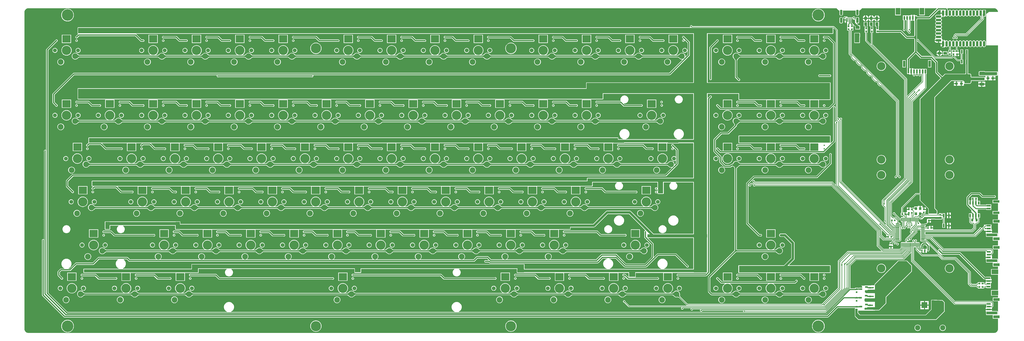
<source format=gtl>
G04*
G04 #@! TF.GenerationSoftware,Altium Limited,Altium Designer,20.0.2 (26)*
G04*
G04 Layer_Physical_Order=1*
G04 Layer_Color=255*
%FSLAX25Y25*%
%MOIN*%
G70*
G01*
G75*
%ADD13C,0.01000*%
%ADD22C,0.02000*%
%ADD24R,0.02756X0.05906*%
%ADD25R,0.03000X0.03000*%
G04:AMPARAMS|DCode=26|XSize=60mil|YSize=50mil|CornerRadius=0mil|HoleSize=0mil|Usage=FLASHONLY|Rotation=180.000|XOffset=0mil|YOffset=0mil|HoleType=Round|Shape=Octagon|*
%AMOCTAGOND26*
4,1,8,-0.03000,0.01250,-0.03000,-0.01250,-0.01750,-0.02500,0.01750,-0.02500,0.03000,-0.01250,0.03000,0.01250,0.01750,0.02500,-0.01750,0.02500,-0.03000,0.01250,0.0*
%
%ADD26OCTAGOND26*%

%ADD27R,0.06000X0.05000*%
%ADD28R,0.07874X0.11811*%
%ADD29R,0.03150X0.06299*%
%ADD30R,0.03000X0.03000*%
%ADD31R,0.06500X0.05000*%
%ADD32R,0.07087X0.02756*%
%ADD33R,0.11024X0.04724*%
%ADD34R,0.04921X0.02756*%
%ADD35O,0.01102X0.07070*%
%ADD36O,0.07070X0.01102*%
%ADD37R,0.02559X0.05800*%
%ADD38R,0.03937X0.11024*%
%ADD39R,0.02756X0.07087*%
%ADD40R,0.11024X0.03937*%
%ADD41R,0.04134X0.05118*%
G04:AMPARAMS|DCode=42|XSize=15.75mil|YSize=72.84mil|CornerRadius=0mil|HoleSize=0mil|Usage=FLASHONLY|Rotation=180.000|XOffset=0mil|YOffset=0mil|HoleType=Round|Shape=Octagon|*
%AMOCTAGOND42*
4,1,8,0.00394,-0.03642,-0.00394,-0.03642,-0.00787,-0.03248,-0.00787,0.03248,-0.00394,0.03642,0.00394,0.03642,0.00787,0.03248,0.00787,-0.03248,0.00394,-0.03642,0.0*
%
%ADD42OCTAGOND42*%

%ADD43R,0.09055X0.14961*%
%ADD44R,0.07874X0.04724*%
%ADD45R,0.03500X0.05000*%
%ADD46O,0.09843X0.04331*%
%ADD47O,0.04331X0.09843*%
%ADD48R,0.04331X0.09843*%
%ADD49R,0.05000X0.03500*%
G04:AMPARAMS|DCode=50|XSize=60mil|YSize=50mil|CornerRadius=0mil|HoleSize=0mil|Usage=FLASHONLY|Rotation=90.000|XOffset=0mil|YOffset=0mil|HoleType=Round|Shape=Octagon|*
%AMOCTAGOND50*
4,1,8,0.01250,0.03000,-0.01250,0.03000,-0.02500,0.01750,-0.02500,-0.01750,-0.01250,-0.03000,0.01250,-0.03000,0.02500,-0.01750,0.02500,0.01750,0.01250,0.03000,0.0*
%
%ADD50OCTAGOND50*%

%ADD51R,0.05000X0.06000*%
%ADD52R,0.06299X0.03150*%
%ADD53R,0.11811X0.07874*%
%ADD96C,0.04000*%
%ADD97C,0.02400*%
%ADD98C,0.01500*%
%ADD99C,0.02500*%
%ADD100R,0.08000X0.16000*%
%ADD101R,0.31000X0.05500*%
%ADD102R,0.18500X0.05000*%
%ADD103R,0.10500X0.12500*%
%ADD104R,1.03500X0.05500*%
%ADD105R,0.09000X0.26000*%
%ADD106R,2.06500X0.06000*%
%ADD107R,0.08000X0.13000*%
%ADD108R,0.07250X0.12564*%
%ADD109R,1.29000X0.05500*%
%ADD110R,0.07500X0.12500*%
%ADD111R,1.97500X0.05562*%
%ADD112R,0.10665X0.13000*%
%ADD113R,0.10000X0.13000*%
%ADD114R,5.74500X0.06500*%
%ADD115R,0.11500X0.13509*%
%ADD116R,3.28000X0.05064*%
%ADD117R,1.54000X0.05064*%
%ADD118R,0.18000X0.05500*%
%ADD119R,0.23000X4.23500*%
%ADD120R,2.91000X0.18000*%
%ADD121R,0.28000X0.27500*%
%ADD122R,0.27248X0.28565*%
%ADD123R,1.57770X0.11564*%
%ADD124R,1.57519X0.11562*%
%ADD125R,1.57519X0.28565*%
%ADD126R,6.82520X0.08064*%
%ADD127R,8.64270X0.08064*%
%ADD128R,9.15250X0.08000*%
%ADD129R,9.08000X0.17500*%
%ADD130R,13.06000X0.09500*%
%ADD131C,0.17717*%
%ADD132C,0.06700*%
%ADD133C,0.09843*%
%ADD134C,0.16000*%
%ADD135R,0.14173X0.12598*%
%ADD136C,0.14173*%
%ADD137R,0.10236X0.10236*%
%ADD138C,0.09055*%
%ADD139C,0.02559*%
G04:AMPARAMS|DCode=140|XSize=41.34mil|YSize=90.55mil|CornerRadius=10.34mil|HoleSize=0mil|Usage=FLASHONLY|Rotation=180.000|XOffset=0mil|YOffset=0mil|HoleType=Round|Shape=RoundedRectangle|*
%AMROUNDEDRECTD140*
21,1,0.04134,0.06988,0,0,180.0*
21,1,0.02067,0.09055,0,0,180.0*
1,1,0.02067,-0.01034,0.03494*
1,1,0.02067,0.01034,0.03494*
1,1,0.02067,0.01034,-0.03494*
1,1,0.02067,-0.01034,-0.03494*
%
%ADD140ROUNDEDRECTD140*%
%ADD141C,0.20000*%
%ADD142C,0.02400*%
G36*
X1600990Y563077D02*
X1598506D01*
X1598514Y563094D01*
X1598521Y563144D01*
X1598527Y563228D01*
X1598546Y564149D01*
X1598548Y564752D01*
X1600948D01*
X1600990Y563077D01*
D02*
G37*
G36*
X1582976Y566504D02*
X1569113Y552641D01*
X1549810D01*
X1549607Y552659D01*
X1549324Y552706D01*
X1549109Y552764D01*
X1548965Y552822D01*
X1548889Y552868D01*
X1548872Y552884D01*
X1548872Y552888D01*
Y554484D01*
X1545050D01*
Y555584D01*
X1542275D01*
Y550435D01*
Y545285D01*
X1544256D01*
Y519727D01*
X1544209Y519462D01*
X1544135Y519241D01*
X1544047Y519077D01*
X1543945Y518952D01*
X1543820Y518850D01*
X1543655Y518761D01*
X1543435Y518688D01*
X1543170Y518641D01*
X1531887D01*
X1522173Y528355D01*
X1521478Y528819D01*
X1520659Y528982D01*
X1483115D01*
X1482626Y529254D01*
X1482626Y529559D01*
X1482626Y529741D01*
Y533419D01*
X1482632Y533447D01*
X1482626Y533476D01*
Y534359D01*
X1482232D01*
X1482217Y534450D01*
X1482180Y535022D01*
X1482190Y535208D01*
X1482222Y535477D01*
X1482244Y535600D01*
X1482685D01*
Y536482D01*
X1482691Y536509D01*
X1482685Y536538D01*
Y543400D01*
X1475885D01*
Y535600D01*
X1477485D01*
X1477507Y535598D01*
X1477510Y535597D01*
X1477512Y535595D01*
X1477540Y535565D01*
X1477591Y535480D01*
X1477655Y535325D01*
X1477716Y535097D01*
X1477765Y534800D01*
X1477784Y534585D01*
Y532209D01*
X1477826Y531998D01*
Y529741D01*
X1477826Y529241D01*
X1477826Y529059D01*
Y524441D01*
X1481671D01*
X1481695Y524436D01*
X1481705Y524438D01*
X1481714Y524436D01*
X1481742Y524441D01*
X1482626D01*
Y524652D01*
X1483368Y524700D01*
X1519772D01*
X1529486Y514986D01*
X1530181Y514522D01*
X1531000Y514359D01*
X1543170D01*
X1543435Y514312D01*
X1543656Y514239D01*
X1543820Y514150D01*
X1543945Y514048D01*
X1544047Y513923D01*
X1544135Y513759D01*
X1544209Y513538D01*
X1544256Y513273D01*
Y492284D01*
X1532222Y480250D01*
X1532222Y480250D01*
X1532104Y480132D01*
X1531640Y479437D01*
X1531477Y478618D01*
X1531595Y478024D01*
Y462079D01*
X1531593Y461943D01*
X1531458D01*
Y461060D01*
X1531453Y461031D01*
X1531458Y461003D01*
Y453057D01*
X1535279D01*
Y451957D01*
X1537857D01*
Y457500D01*
Y463043D01*
X1535877D01*
Y477849D01*
X1546397Y488369D01*
X1554280Y480486D01*
X1554974Y480022D01*
X1555794Y479859D01*
X1572613D01*
X1580359Y472113D01*
Y456000D01*
X1580522Y455181D01*
X1580986Y454486D01*
X1589587Y445885D01*
X1553851Y410149D01*
X1553652Y409851D01*
X1553582Y409500D01*
Y246427D01*
X1546825D01*
X1546279Y246319D01*
X1545816Y246009D01*
X1545816Y246009D01*
X1522038Y222232D01*
X1521729Y221768D01*
X1521620Y221222D01*
X1521620Y221222D01*
Y212181D01*
X1520647D01*
Y207381D01*
X1523385D01*
X1523398Y207371D01*
X1523661Y207149D01*
X1524938Y205871D01*
X1524938Y205871D01*
X1525243Y205668D01*
X1525276Y205160D01*
X1525258Y205102D01*
X1525016Y204950D01*
X1524773Y205112D01*
X1524206Y205225D01*
X1523640Y205112D01*
X1523222Y204833D01*
X1522804Y205112D01*
X1522237Y205225D01*
X1521671Y205112D01*
X1521191Y204792D01*
X1520870Y204312D01*
X1520758Y203745D01*
Y202189D01*
X1519830D01*
X1511190Y210829D01*
X1511170Y210855D01*
X1511150Y210888D01*
X1511136Y210914D01*
X1511128Y210934D01*
X1511141Y211000D01*
X1510978Y211819D01*
X1510514Y212514D01*
X1509819Y212978D01*
X1509000Y213141D01*
X1508181Y212978D01*
X1507486Y212514D01*
X1507022Y211819D01*
X1506859Y211000D01*
X1507022Y210181D01*
X1507486Y209486D01*
X1508181Y209022D01*
X1509000Y208859D01*
X1509066Y208872D01*
X1509086Y208864D01*
X1509112Y208850D01*
X1509145Y208830D01*
X1509171Y208810D01*
X1518229Y199752D01*
X1518229Y199752D01*
X1518692Y199443D01*
X1519238Y199334D01*
X1519238Y199334D01*
X1520758D01*
Y197778D01*
X1520870Y197212D01*
X1521191Y196732D01*
X1521671Y196411D01*
X1522237Y196298D01*
X1522392Y196329D01*
X1522779Y196012D01*
Y187998D01*
X1522681Y187978D01*
X1522014Y187533D01*
X1521862Y187565D01*
X1521514Y187707D01*
Y188578D01*
X1521514Y188578D01*
X1521405Y189124D01*
X1521096Y189587D01*
X1521096Y189587D01*
X1520311Y190372D01*
X1520538Y190711D01*
X1520577Y190907D01*
X1519689D01*
X1519490Y191040D01*
X1518943Y191148D01*
X1518487D01*
X1518135Y191218D01*
X1515152D01*
Y192196D01*
X1518135D01*
X1518701Y192308D01*
X1518998Y192507D01*
X1520577D01*
X1520538Y192702D01*
X1519975Y193546D01*
X1519589Y193803D01*
X1519502Y194242D01*
X1519181Y194722D01*
X1518701Y195043D01*
X1518135Y195155D01*
X1516579D01*
Y199334D01*
X1516579Y199334D01*
X1516470Y199881D01*
X1516161Y200344D01*
X1516161Y200344D01*
X1513725Y202780D01*
Y202781D01*
X1513723D01*
X1511995Y204509D01*
X1511532Y204819D01*
X1510986Y204927D01*
X1510986Y204927D01*
X1507365D01*
X1505201Y207091D01*
Y228996D01*
X1541009Y264804D01*
X1541009Y264804D01*
X1541319Y265267D01*
X1541427Y265813D01*
X1541427Y404909D01*
X1564273Y427754D01*
X1564273Y427754D01*
X1564583Y428218D01*
X1564691Y428764D01*
X1564691Y428764D01*
Y453057D01*
X1565542D01*
Y461943D01*
X1560986D01*
Y461943D01*
X1560620D01*
Y461943D01*
X1556199D01*
X1556065Y461943D01*
X1555699D01*
X1555565Y461943D01*
X1551278D01*
X1551143Y461943D01*
X1550778D01*
X1550643Y461943D01*
X1546357D01*
X1546222Y461943D01*
X1545857D01*
X1545722Y461943D01*
X1542035D01*
Y463043D01*
X1539457D01*
Y457500D01*
Y451957D01*
X1541058D01*
X1541450Y451457D01*
X1541359Y451000D01*
X1541522Y450181D01*
X1541986Y449486D01*
X1542681Y449022D01*
X1543500Y448859D01*
X1544319Y449022D01*
X1545014Y449486D01*
X1545478Y450181D01*
X1545641Y451000D01*
X1545478Y451819D01*
X1545014Y452514D01*
X1544995Y452527D01*
X1544991Y452538D01*
X1544981Y452570D01*
X1545008Y452673D01*
X1545227Y453057D01*
X1545722D01*
X1545857Y453057D01*
X1546222D01*
X1546413Y453057D01*
X1546680Y452557D01*
X1546522Y452319D01*
X1546359Y451500D01*
X1546522Y450681D01*
X1546986Y449986D01*
X1547681Y449522D01*
X1548500Y449359D01*
X1549319Y449522D01*
X1550014Y449986D01*
X1550478Y450681D01*
X1550641Y451500D01*
X1550478Y452319D01*
X1550320Y452557D01*
X1550587Y453057D01*
X1550778Y453057D01*
X1551143D01*
X1551278Y453057D01*
X1551773D01*
X1551993Y452673D01*
X1552019Y452570D01*
X1552009Y452538D01*
X1552005Y452527D01*
X1551986Y452514D01*
X1551522Y451819D01*
X1551359Y451000D01*
X1551522Y450181D01*
X1551986Y449486D01*
X1552681Y449022D01*
X1553500Y448859D01*
X1554319Y449022D01*
X1555014Y449486D01*
X1555478Y450181D01*
X1555641Y451000D01*
X1555478Y451819D01*
X1555014Y452514D01*
X1555160Y453000D01*
X1555205Y453057D01*
X1556065Y453057D01*
X1556199Y453057D01*
X1556915D01*
Y440434D01*
X1531889Y415408D01*
X1531427Y415599D01*
Y434332D01*
X1531427Y444187D01*
X1531427Y444187D01*
X1531319Y444733D01*
X1531009Y445196D01*
X1471904Y504302D01*
Y524441D01*
X1472876D01*
Y529059D01*
X1472876Y529559D01*
X1472876Y529741D01*
Y533348D01*
X1472877Y533350D01*
X1472876Y533354D01*
Y533419D01*
X1472882Y533447D01*
X1472876Y533476D01*
Y534359D01*
X1472195D01*
X1472191Y534375D01*
X1472167Y534521D01*
X1472159Y534618D01*
Y535342D01*
X1472167Y535441D01*
X1472192Y535590D01*
X1472195Y535600D01*
X1472935D01*
Y543400D01*
X1466135D01*
Y535600D01*
X1468758D01*
X1468761Y535590D01*
X1468785Y535441D01*
X1468794Y535342D01*
Y534618D01*
X1468786Y534521D01*
X1468762Y534375D01*
X1468758Y534359D01*
X1468076D01*
Y533476D01*
X1468071Y533447D01*
X1468076Y533419D01*
Y533354D01*
X1468076Y533350D01*
X1468076Y533348D01*
Y529741D01*
X1468076Y529241D01*
X1468076Y529059D01*
Y524441D01*
X1469049D01*
Y505123D01*
X1468587Y504932D01*
X1462154Y511365D01*
Y524500D01*
X1463126D01*
Y529118D01*
X1463126Y529618D01*
X1463126Y529800D01*
Y533407D01*
X1463127Y533408D01*
X1463126Y533413D01*
Y533478D01*
X1463132Y533506D01*
X1463126Y533534D01*
Y534418D01*
X1462445D01*
X1462441Y534433D01*
X1462417Y534580D01*
X1462409Y534677D01*
Y535342D01*
X1462418Y535441D01*
X1462442Y535590D01*
X1462445Y535600D01*
X1463186D01*
Y543400D01*
X1456386D01*
Y535600D01*
X1459008D01*
X1459011Y535590D01*
X1459035Y535441D01*
X1459044Y535342D01*
Y534677D01*
X1459036Y534580D01*
X1459012Y534433D01*
X1459008Y534418D01*
X1458327D01*
Y533534D01*
X1458321Y533506D01*
X1458327Y533478D01*
Y533413D01*
X1458326Y533408D01*
X1458327Y533407D01*
Y529800D01*
X1458326Y529300D01*
X1458327Y529118D01*
Y524500D01*
X1459299D01*
Y510774D01*
X1459299Y510774D01*
X1459408Y510227D01*
X1459717Y509764D01*
X1526573Y442909D01*
X1526573Y273091D01*
X1488391Y234909D01*
X1488081Y234446D01*
X1487973Y233900D01*
X1487973Y233900D01*
Y226100D01*
X1487973Y226100D01*
X1488081Y225554D01*
X1488391Y225091D01*
X1492073Y221409D01*
Y199169D01*
X1492068Y199137D01*
X1492059Y199100D01*
X1492050Y199071D01*
X1492042Y199052D01*
X1491986Y199014D01*
X1491522Y198319D01*
X1491359Y197500D01*
X1491522Y196681D01*
X1491986Y195986D01*
X1492681Y195522D01*
X1493500Y195359D01*
X1494173Y195493D01*
X1494673Y195202D01*
Y191667D01*
X1494481Y191529D01*
X1494192Y191441D01*
X1418427Y267205D01*
Y373331D01*
X1418432Y373363D01*
X1418441Y373401D01*
X1418450Y373429D01*
X1418458Y373448D01*
X1418514Y373486D01*
X1418978Y374181D01*
X1419141Y375000D01*
X1418978Y375819D01*
X1418514Y376514D01*
X1417819Y376978D01*
X1417000Y377141D01*
X1416181Y376978D01*
X1415486Y376514D01*
X1415096Y375930D01*
X1414623Y375960D01*
X1414572Y375978D01*
X1414114Y376664D01*
X1413419Y377128D01*
X1412600Y377291D01*
X1411927Y377157D01*
X1411427Y377448D01*
Y529000D01*
X1411319Y529546D01*
X1411009Y530009D01*
X1411009Y530009D01*
X1405609Y535409D01*
X1405146Y535719D01*
X1404600Y535827D01*
X1404600Y535827D01*
X1160076D01*
X1159978Y536319D01*
X1159514Y537014D01*
X1158819Y537478D01*
X1158000Y537641D01*
X1157181Y537478D01*
X1156486Y537014D01*
X1156022Y536319D01*
X1155859Y535500D01*
X1156022Y534681D01*
X1156198Y534418D01*
X1155930Y533918D01*
X97000D01*
X96649Y533848D01*
X96351Y533649D01*
X96152Y533351D01*
X96082Y533000D01*
Y523500D01*
X96152Y523149D01*
X96351Y522851D01*
X96649Y522652D01*
X96842Y522614D01*
X96971Y522159D01*
X96967Y522096D01*
X96629Y521870D01*
X93581Y518822D01*
X93509Y518808D01*
X92814Y518344D01*
X92350Y517649D01*
X92187Y516830D01*
X92350Y516011D01*
X92814Y515316D01*
X93509Y514852D01*
X94328Y514689D01*
X95148Y514852D01*
X95842Y515316D01*
X96306Y516011D01*
X96321Y516083D01*
X98801Y518563D01*
X195698D01*
X204706Y509554D01*
X205334Y509135D01*
X206076Y508987D01*
X208720D01*
X208782Y508946D01*
X209601Y508783D01*
X210420Y508946D01*
X211115Y509410D01*
X211579Y510105D01*
X211742Y510924D01*
X211579Y511744D01*
X211115Y512438D01*
X210420Y512902D01*
X209601Y513065D01*
X208782Y512902D01*
X208720Y512862D01*
X206878D01*
X197870Y521870D01*
X197552Y522082D01*
X197703Y522582D01*
X1161582D01*
Y438418D01*
X977000D01*
X976649Y438348D01*
X976351Y438149D01*
X976152Y437851D01*
X976082Y437500D01*
Y428418D01*
X97000D01*
X96649Y428348D01*
X96351Y428149D01*
X96152Y427851D01*
X96082Y427500D01*
Y410000D01*
X96152Y409649D01*
X96351Y409351D01*
X96649Y409152D01*
X97000Y409082D01*
X1005000D01*
X1005351Y409152D01*
X1005649Y409351D01*
X1005848Y409649D01*
X1005918Y410000D01*
Y418582D01*
X1161582D01*
Y339918D01*
X1138799D01*
X1138725Y340418D01*
X1139829Y340753D01*
X1141349Y341565D01*
X1142681Y342658D01*
X1143775Y343991D01*
X1144587Y345511D01*
X1145088Y347160D01*
X1145257Y348875D01*
X1145088Y350591D01*
X1144587Y352240D01*
X1143775Y353760D01*
X1142681Y355093D01*
X1141349Y356186D01*
X1139829Y356999D01*
X1138180Y357499D01*
X1136464Y357668D01*
X1134749Y357499D01*
X1133100Y356999D01*
X1131580Y356186D01*
X1130247Y355093D01*
X1129154Y353760D01*
X1128341Y352240D01*
X1127841Y350591D01*
X1127672Y348875D01*
X1127841Y347160D01*
X1128341Y345511D01*
X1129154Y343991D01*
X1130247Y342658D01*
X1131580Y341565D01*
X1133100Y340753D01*
X1134203Y340418D01*
X1134129Y339918D01*
X1044799D01*
X1044725Y340418D01*
X1045829Y340753D01*
X1047349Y341565D01*
X1048681Y342658D01*
X1049775Y343991D01*
X1050587Y345511D01*
X1051088Y347160D01*
X1051257Y348875D01*
X1051088Y350591D01*
X1050587Y352240D01*
X1049775Y353760D01*
X1048681Y355093D01*
X1047349Y356186D01*
X1045829Y356999D01*
X1044180Y357499D01*
X1042464Y357668D01*
X1040749Y357499D01*
X1039100Y356999D01*
X1037580Y356186D01*
X1036247Y355093D01*
X1035154Y353760D01*
X1034341Y352240D01*
X1033841Y350591D01*
X1033672Y348875D01*
X1033841Y347160D01*
X1034341Y345511D01*
X1035154Y343991D01*
X1036247Y342658D01*
X1037580Y341565D01*
X1039100Y340753D01*
X1040203Y340418D01*
X1040129Y339918D01*
X1031918D01*
Y342000D01*
X1031848Y342351D01*
X1031649Y342649D01*
X1031351Y342848D01*
X1031000Y342918D01*
X115750D01*
X115399Y342848D01*
X115101Y342649D01*
X114902Y342351D01*
X114832Y342000D01*
Y334000D01*
X114890Y333710D01*
X114380Y333370D01*
X112331Y331321D01*
X112259Y331306D01*
X111564Y330842D01*
X111100Y330148D01*
X110937Y329328D01*
X111100Y328509D01*
X111564Y327814D01*
X112259Y327350D01*
X113078Y327187D01*
X113898Y327350D01*
X114592Y327814D01*
X115056Y328509D01*
X115071Y328581D01*
X116552Y330063D01*
X135698D01*
X143707Y322053D01*
X144336Y321633D01*
X145077Y321485D01*
X171221D01*
X171282Y321445D01*
X172101Y321282D01*
X172921Y321445D01*
X173615Y321909D01*
X174079Y322603D01*
X174242Y323423D01*
X174079Y324242D01*
X173615Y324937D01*
X172921Y325401D01*
X172101Y325564D01*
X171282Y325401D01*
X171221Y325360D01*
X145880D01*
X138619Y332620D01*
X138811Y333082D01*
X181478D01*
Y319176D01*
X197451D01*
Y333082D01*
X207136D01*
X207343Y332582D01*
X206081Y331321D01*
X206009Y331306D01*
X205314Y330842D01*
X204850Y330148D01*
X204687Y329328D01*
X204850Y328509D01*
X205314Y327814D01*
X206009Y327350D01*
X206828Y327187D01*
X207648Y327350D01*
X208342Y327814D01*
X208806Y328509D01*
X208821Y328581D01*
X209802Y329563D01*
X220698D01*
X228207Y322053D01*
X228836Y321633D01*
X229577Y321485D01*
X246220D01*
X246282Y321445D01*
X247101Y321282D01*
X247920Y321445D01*
X248615Y321909D01*
X249079Y322603D01*
X249242Y323423D01*
X249079Y324242D01*
X248615Y324937D01*
X247920Y325401D01*
X247101Y325564D01*
X246282Y325401D01*
X246220Y325360D01*
X230380D01*
X223157Y332582D01*
X223364Y333082D01*
X256478D01*
Y319176D01*
X272451D01*
Y333082D01*
X331478D01*
Y319176D01*
X347451D01*
Y333082D01*
X406478D01*
Y319176D01*
X422451D01*
Y333082D01*
X481478D01*
Y319176D01*
X497451D01*
Y333082D01*
X556478D01*
Y319176D01*
X572451D01*
Y333082D01*
X631478D01*
Y319176D01*
X647451D01*
Y333082D01*
X706478D01*
Y319176D01*
X722451D01*
Y333082D01*
X781478D01*
Y319176D01*
X797451D01*
Y333082D01*
X856478D01*
Y319176D01*
X872451D01*
Y333082D01*
X931478D01*
Y319176D01*
X947451D01*
Y333082D01*
X1006478D01*
Y319176D01*
X1022451D01*
Y333082D01*
X1023197D01*
X1023351Y332851D01*
X1023649Y332652D01*
X1024000Y332582D01*
X1042000D01*
X1042351Y332652D01*
X1042649Y332851D01*
X1042760Y333019D01*
X1100230D01*
Y319176D01*
X1116203D01*
Y333019D01*
X1116991D01*
X1117103Y332851D01*
X1117401Y332652D01*
X1117752Y332582D01*
X1135752D01*
X1136103Y332652D01*
X1136401Y332851D01*
X1136512Y333019D01*
X1161582D01*
Y272918D01*
X978500D01*
X978149Y272848D01*
X977851Y272649D01*
X977652Y272351D01*
X977582Y272000D01*
Y267918D01*
X121500D01*
X121149Y267848D01*
X120851Y267649D01*
X120652Y267351D01*
X120582Y267000D01*
Y258936D01*
X120652Y258585D01*
X120851Y258288D01*
X121149Y258089D01*
X121500Y258019D01*
X122555D01*
X122746Y257557D01*
X121622Y256433D01*
X121550Y256418D01*
X120855Y255954D01*
X120391Y255260D01*
X120228Y254440D01*
X120391Y253621D01*
X120855Y252926D01*
X121550Y252462D01*
X122370Y252299D01*
X123189Y252462D01*
X123883Y252926D01*
X124348Y253621D01*
X124362Y253693D01*
X125732Y255063D01*
X162198D01*
X170207Y247053D01*
X170836Y246633D01*
X171577Y246485D01*
X189971D01*
X190032Y246445D01*
X190851Y246282D01*
X191671Y246445D01*
X192365Y246909D01*
X192829Y247603D01*
X192992Y248423D01*
X192829Y249242D01*
X192365Y249937D01*
X191671Y250401D01*
X190851Y250564D01*
X190032Y250401D01*
X189971Y250360D01*
X172380D01*
X165183Y257557D01*
X165374Y258019D01*
X200228D01*
Y244176D01*
X216201D01*
Y258019D01*
X275228D01*
Y244176D01*
X291201D01*
Y258019D01*
X350228D01*
Y244176D01*
X366201D01*
Y258019D01*
X425230D01*
Y244176D01*
X441203D01*
Y258019D01*
X500230D01*
Y244176D01*
X516203D01*
Y258019D01*
X575230D01*
Y244176D01*
X591203D01*
Y258019D01*
X650230D01*
Y244176D01*
X666203D01*
Y258019D01*
X725230D01*
Y244176D01*
X741203D01*
Y258019D01*
X800230D01*
Y244176D01*
X816203D01*
Y258019D01*
X875230D01*
Y244176D01*
X891203D01*
Y258019D01*
X950230D01*
Y244176D01*
X966203D01*
Y258019D01*
X985770D01*
X986090Y258082D01*
X986500D01*
X986851Y258152D01*
X987149Y258351D01*
X987348Y258649D01*
X987418Y259000D01*
Y265082D01*
X1029104D01*
X1029168Y264582D01*
X1028188Y263778D01*
X1027325Y262727D01*
X1026685Y261529D01*
X1026290Y260228D01*
X1026157Y258875D01*
X1026290Y257523D01*
X1026685Y256222D01*
X1027325Y255024D01*
X1028188Y253973D01*
X1029238Y253111D01*
X1030437Y252470D01*
X1031738Y252075D01*
X1033090Y251942D01*
X1034443Y252075D01*
X1035744Y252470D01*
X1036942Y253111D01*
X1037993Y253973D01*
X1038855Y255024D01*
X1039496Y256222D01*
X1039890Y257523D01*
X1040024Y258875D01*
X1039890Y260228D01*
X1039496Y261529D01*
X1038855Y262727D01*
X1037993Y263778D01*
X1037013Y264582D01*
X1037077Y265082D01*
X1099582D01*
Y255823D01*
X1099082Y255671D01*
X1098968Y255842D01*
X1098273Y256306D01*
X1097454Y256469D01*
X1096634Y256306D01*
X1095940Y255842D01*
X1095476Y255148D01*
X1095313Y254328D01*
X1095476Y253509D01*
X1095940Y252814D01*
X1096634Y252350D01*
X1097454Y252187D01*
X1098273Y252350D01*
X1098968Y252814D01*
X1099082Y252986D01*
X1099582Y252834D01*
Y249917D01*
X1099082Y249765D01*
X1098968Y249937D01*
X1098273Y250401D01*
X1097454Y250564D01*
X1096634Y250401D01*
X1095940Y249937D01*
X1095476Y249242D01*
X1095313Y248423D01*
X1095476Y247603D01*
X1095940Y246909D01*
X1096634Y246445D01*
X1097454Y246282D01*
X1098273Y246445D01*
X1098968Y246909D01*
X1099082Y247080D01*
X1099582Y246928D01*
Y246000D01*
X1099652Y245649D01*
X1099851Y245351D01*
X1100149Y245152D01*
X1100500Y245082D01*
X1109500D01*
X1109851Y245152D01*
X1110149Y245351D01*
X1110348Y245649D01*
X1110418Y246000D01*
Y265082D01*
X1123104D01*
X1123168Y264582D01*
X1122188Y263778D01*
X1121325Y262727D01*
X1120685Y261529D01*
X1120290Y260228D01*
X1120157Y258875D01*
X1120290Y257523D01*
X1120685Y256222D01*
X1121325Y255024D01*
X1122188Y253973D01*
X1123238Y253111D01*
X1124437Y252470D01*
X1125738Y252075D01*
X1127090Y251942D01*
X1128443Y252075D01*
X1129744Y252470D01*
X1130942Y253111D01*
X1131993Y253973D01*
X1132855Y255024D01*
X1133496Y256222D01*
X1133891Y257523D01*
X1134024Y258875D01*
X1133891Y260228D01*
X1133496Y261529D01*
X1132855Y262727D01*
X1131993Y263778D01*
X1131013Y264582D01*
X1131077Y265082D01*
X1161582D01*
Y175918D01*
X1092591D01*
X1092168Y176468D01*
X1053568Y215068D01*
X1052962Y215533D01*
X1052257Y215825D01*
X1051500Y215925D01*
X1012500D01*
X1011743Y215825D01*
X1011038Y215533D01*
X1010432Y215068D01*
X988288Y192925D01*
X946502D01*
X946445Y192918D01*
X273918D01*
Y196500D01*
X273848Y196851D01*
X273649Y197149D01*
X273351Y197348D01*
X273000Y197418D01*
X144000D01*
X143649Y197348D01*
X143351Y197149D01*
X143152Y196851D01*
X143082Y196500D01*
Y191000D01*
Y184000D01*
X143152Y183649D01*
X143351Y183351D01*
X143649Y183152D01*
X144000Y183082D01*
X151500D01*
X151851Y183152D01*
X152149Y183351D01*
X152348Y183649D01*
X152418Y184000D01*
Y190082D01*
X166853D01*
X166917Y189582D01*
X165937Y188778D01*
X165075Y187727D01*
X164434Y186529D01*
X164040Y185228D01*
X163907Y183876D01*
X164040Y182523D01*
X164434Y181222D01*
X165075Y180024D01*
X165937Y178973D01*
X166988Y178111D01*
X168187Y177470D01*
X169487Y177075D01*
X170840Y176942D01*
X172193Y177075D01*
X173493Y177470D01*
X174692Y178111D01*
X175743Y178973D01*
X176605Y180024D01*
X177245Y181222D01*
X177640Y182523D01*
X177773Y183876D01*
X177640Y185228D01*
X177245Y186529D01*
X176605Y187727D01*
X175743Y188778D01*
X174763Y189582D01*
X174826Y190082D01*
X264832D01*
Y183936D01*
X264902Y183585D01*
X265101Y183288D01*
X265399Y183089D01*
X265750Y183019D01*
X312728D01*
Y169176D01*
X328701D01*
Y183019D01*
X387730D01*
Y169176D01*
X403703D01*
Y183019D01*
X462730D01*
Y169176D01*
X478703D01*
Y183019D01*
X537730D01*
Y169176D01*
X553703D01*
Y183019D01*
X612730D01*
Y169176D01*
X628703D01*
Y183019D01*
X687730D01*
Y169176D01*
X703703D01*
Y183019D01*
X762730D01*
Y169176D01*
X778703D01*
Y183019D01*
X837730D01*
Y169176D01*
X853703D01*
Y183019D01*
X912730D01*
Y169176D01*
X928703D01*
Y183019D01*
X948270D01*
X948622Y183089D01*
X948919Y183288D01*
X949118Y183585D01*
X949188Y183936D01*
Y187075D01*
X989500D01*
X990257Y187175D01*
X990963Y187467D01*
X991568Y187932D01*
X1013712Y210075D01*
X1050288D01*
X1078437Y181927D01*
X1078272Y181384D01*
X1077882Y181306D01*
X1077188Y180842D01*
X1076724Y180148D01*
X1076561Y179328D01*
X1076724Y178509D01*
X1076765Y178448D01*
Y170111D01*
X1076912Y169370D01*
X1077332Y168741D01*
X1089063Y157011D01*
Y135659D01*
X1077841Y124437D01*
X1045302D01*
X1029370Y140370D01*
X1028741Y140790D01*
X1028000Y140937D01*
X1003500D01*
X1002759Y140790D01*
X1002130Y140370D01*
X993252Y131491D01*
X914729D01*
X914550Y131992D01*
X914853Y132239D01*
X915580Y133126D01*
X916121Y134137D01*
X916453Y135234D01*
X916566Y136375D01*
X916453Y137517D01*
X916121Y138614D01*
X915580Y139625D01*
X914853Y140512D01*
X913966Y141239D01*
X912955Y141780D01*
X911858Y142113D01*
X910716Y142225D01*
X909575Y142113D01*
X908478Y141780D01*
X907467Y141239D01*
X906580Y140512D01*
X905853Y139625D01*
X905312Y138614D01*
X904979Y137517D01*
X904867Y136375D01*
X904979Y135234D01*
X905312Y134137D01*
X905853Y133126D01*
X906580Y132239D01*
X906882Y131992D01*
X906703Y131491D01*
X839729D01*
X839550Y131992D01*
X839853Y132239D01*
X840580Y133126D01*
X841121Y134137D01*
X841453Y135234D01*
X841566Y136375D01*
X841453Y137517D01*
X841121Y138614D01*
X840580Y139625D01*
X839853Y140512D01*
X838966Y141239D01*
X837955Y141780D01*
X836858Y142113D01*
X835716Y142225D01*
X834575Y142113D01*
X833478Y141780D01*
X832467Y141239D01*
X831580Y140512D01*
X830853Y139625D01*
X830312Y138614D01*
X829979Y137517D01*
X829867Y136375D01*
X829979Y135234D01*
X830312Y134137D01*
X830853Y133126D01*
X831580Y132239D01*
X831882Y131992D01*
X831703Y131491D01*
X811748D01*
X806870Y136370D01*
X806241Y136790D01*
X805500Y136937D01*
X787500D01*
X786759Y136790D01*
X786130Y136370D01*
X781252Y131491D01*
X764729D01*
X764550Y131992D01*
X764853Y132239D01*
X765580Y133126D01*
X766120Y134137D01*
X766453Y135234D01*
X766566Y136375D01*
X766453Y137517D01*
X766120Y138614D01*
X765580Y139625D01*
X764853Y140512D01*
X763966Y141239D01*
X762955Y141780D01*
X761858Y142113D01*
X760716Y142225D01*
X759575Y142113D01*
X758478Y141780D01*
X757467Y141239D01*
X756580Y140512D01*
X755853Y139625D01*
X755312Y138614D01*
X754979Y137517D01*
X754867Y136375D01*
X754979Y135234D01*
X755312Y134137D01*
X755853Y133126D01*
X756580Y132239D01*
X756882Y131992D01*
X756703Y131491D01*
X689729D01*
X689550Y131992D01*
X689853Y132239D01*
X690580Y133126D01*
X691120Y134137D01*
X691453Y135234D01*
X691566Y136375D01*
X691453Y137517D01*
X691120Y138614D01*
X690580Y139625D01*
X689853Y140512D01*
X688966Y141239D01*
X687955Y141780D01*
X686858Y142113D01*
X685716Y142225D01*
X684575Y142113D01*
X683478Y141780D01*
X682467Y141239D01*
X681580Y140512D01*
X680853Y139625D01*
X680312Y138614D01*
X679979Y137517D01*
X679867Y136375D01*
X679979Y135234D01*
X680312Y134137D01*
X680853Y133126D01*
X681580Y132239D01*
X681882Y131992D01*
X681703Y131491D01*
X614729D01*
X614550Y131992D01*
X614853Y132239D01*
X615580Y133126D01*
X616120Y134137D01*
X616453Y135234D01*
X616566Y136375D01*
X616453Y137517D01*
X616120Y138614D01*
X615580Y139625D01*
X614853Y140512D01*
X613966Y141239D01*
X612955Y141780D01*
X611858Y142113D01*
X610716Y142225D01*
X609575Y142113D01*
X608478Y141780D01*
X607467Y141239D01*
X606580Y140512D01*
X605853Y139625D01*
X605312Y138614D01*
X604979Y137517D01*
X604867Y136375D01*
X604979Y135234D01*
X605312Y134137D01*
X605853Y133126D01*
X606580Y132239D01*
X606882Y131992D01*
X606703Y131491D01*
X539729D01*
X539550Y131992D01*
X539853Y132239D01*
X540580Y133126D01*
X541120Y134137D01*
X541453Y135234D01*
X541566Y136375D01*
X541453Y137517D01*
X541120Y138614D01*
X540580Y139625D01*
X539853Y140512D01*
X538966Y141239D01*
X537955Y141780D01*
X536858Y142113D01*
X535716Y142225D01*
X534575Y142113D01*
X533478Y141780D01*
X532467Y141239D01*
X531580Y140512D01*
X530853Y139625D01*
X530312Y138614D01*
X529979Y137517D01*
X529867Y136375D01*
X529979Y135234D01*
X530312Y134137D01*
X530853Y133126D01*
X531580Y132239D01*
X531882Y131992D01*
X531703Y131491D01*
X464729D01*
X464550Y131992D01*
X464853Y132239D01*
X465580Y133126D01*
X466120Y134137D01*
X466453Y135234D01*
X466566Y136375D01*
X466453Y137517D01*
X466120Y138614D01*
X465580Y139625D01*
X464853Y140512D01*
X463966Y141239D01*
X462955Y141780D01*
X461858Y142113D01*
X460716Y142225D01*
X459575Y142113D01*
X458478Y141780D01*
X457467Y141239D01*
X456580Y140512D01*
X455853Y139625D01*
X455312Y138614D01*
X454979Y137517D01*
X454867Y136375D01*
X454979Y135234D01*
X455312Y134137D01*
X455853Y133126D01*
X456580Y132239D01*
X456882Y131992D01*
X456703Y131491D01*
X389729D01*
X389550Y131992D01*
X389852Y132239D01*
X390580Y133126D01*
X391121Y134137D01*
X391453Y135234D01*
X391566Y136375D01*
X391453Y137517D01*
X391121Y138614D01*
X390580Y139625D01*
X389852Y140512D01*
X388966Y141239D01*
X387955Y141780D01*
X386858Y142113D01*
X385716Y142225D01*
X384575Y142113D01*
X383478Y141780D01*
X382467Y141239D01*
X381580Y140512D01*
X380853Y139625D01*
X380312Y138614D01*
X379979Y137517D01*
X379867Y136375D01*
X379979Y135234D01*
X380312Y134137D01*
X380853Y133126D01*
X381580Y132239D01*
X381882Y131992D01*
X381703Y131491D01*
X314728D01*
X314549Y131992D01*
X314851Y132239D01*
X315578Y133126D01*
X316119Y134137D01*
X316452Y135234D01*
X316564Y136375D01*
X316452Y137517D01*
X316119Y138614D01*
X315578Y139625D01*
X314851Y140512D01*
X313965Y141239D01*
X312953Y141780D01*
X311856Y142113D01*
X310715Y142225D01*
X309574Y142113D01*
X308476Y141780D01*
X307465Y141239D01*
X306578Y140512D01*
X305851Y139625D01*
X305311Y138614D01*
X304978Y137517D01*
X304865Y136375D01*
X304978Y135234D01*
X305311Y134137D01*
X305851Y133126D01*
X306578Y132239D01*
X306881Y131992D01*
X306702Y131491D01*
X239728D01*
X239549Y131992D01*
X239851Y132239D01*
X240578Y133126D01*
X241119Y134137D01*
X241452Y135234D01*
X241564Y136375D01*
X241452Y137517D01*
X241119Y138614D01*
X240578Y139625D01*
X239851Y140512D01*
X238965Y141239D01*
X237953Y141780D01*
X236856Y142113D01*
X235715Y142225D01*
X234574Y142113D01*
X233476Y141780D01*
X232465Y141239D01*
X231578Y140512D01*
X230851Y139625D01*
X230311Y138614D01*
X229978Y137517D01*
X229865Y136375D01*
X229978Y135234D01*
X230311Y134137D01*
X230851Y133126D01*
X231578Y132239D01*
X231881Y131992D01*
X231702Y131491D01*
X186748D01*
X183244Y134995D01*
X182616Y135415D01*
X181875Y135563D01*
X132625D01*
X131884Y135415D01*
X131256Y134995D01*
X122198Y125937D01*
X93500D01*
X92759Y125790D01*
X92130Y125370D01*
X82198Y115437D01*
X80676D01*
X80550Y115937D01*
X81725Y116565D01*
X83057Y117658D01*
X84150Y118991D01*
X84963Y120511D01*
X85463Y122160D01*
X85632Y123875D01*
X85463Y125591D01*
X84963Y127240D01*
X84150Y128760D01*
X83057Y130093D01*
X81725Y131186D01*
X80205Y131999D01*
X78555Y132499D01*
X76840Y132668D01*
X75125Y132499D01*
X73475Y131999D01*
X71955Y131186D01*
X70623Y130093D01*
X69529Y128760D01*
X68717Y127240D01*
X68217Y125591D01*
X68048Y123875D01*
X68217Y122160D01*
X68717Y120511D01*
X69529Y118991D01*
X70623Y117658D01*
X71955Y116565D01*
X73130Y115937D01*
X73004Y115437D01*
X67198D01*
X66457Y115290D01*
X65828Y114870D01*
X62130Y111172D01*
X61710Y110543D01*
X61563Y109802D01*
Y103869D01*
X61710Y103128D01*
X62130Y102500D01*
X66900Y97730D01*
X66914Y97658D01*
X67378Y96963D01*
X68073Y96499D01*
X68892Y96336D01*
X69712Y96499D01*
X70406Y96963D01*
X70871Y97658D01*
X71034Y98477D01*
X70871Y99296D01*
X70406Y99991D01*
X69712Y100455D01*
X69639Y100470D01*
X65437Y104672D01*
Y108999D01*
X68001Y111563D01*
X83000D01*
X83741Y111710D01*
X84370Y112130D01*
X94302Y122063D01*
X123000D01*
X123741Y122210D01*
X124370Y122630D01*
X133428Y131688D01*
X165866D01*
X165987Y131203D01*
X165955Y131186D01*
X164623Y130093D01*
X163529Y128760D01*
X162717Y127240D01*
X162216Y125591D01*
X162048Y123875D01*
X162216Y122160D01*
X162717Y120511D01*
X163529Y118991D01*
X164623Y117658D01*
X165955Y116565D01*
X167166Y115918D01*
X167041Y115418D01*
X107000D01*
X106649Y115348D01*
X106351Y115149D01*
X106152Y114851D01*
X106082Y114500D01*
Y108938D01*
X106152Y108586D01*
X106351Y108289D01*
X106649Y108090D01*
X107000Y108020D01*
X172019D01*
Y94231D01*
X187992D01*
Y108020D01*
X265769D01*
Y94231D01*
X281742D01*
Y108020D01*
X304500D01*
X304851Y108090D01*
X305149Y108289D01*
X305156Y108300D01*
X305314Y108405D01*
X305513Y108703D01*
X305583Y109054D01*
Y115082D01*
X354103D01*
X354167Y114582D01*
X353188Y113779D01*
X352325Y112728D01*
X351685Y111529D01*
X351290Y110229D01*
X351157Y108876D01*
X351290Y107523D01*
X351685Y106223D01*
X352325Y105024D01*
X353188Y103973D01*
X354238Y103111D01*
X355437Y102470D01*
X356738Y102076D01*
X358090Y101943D01*
X359443Y102076D01*
X360744Y102470D01*
X361942Y103111D01*
X362993Y103973D01*
X363855Y105024D01*
X364496Y106223D01*
X364891Y107523D01*
X365024Y108876D01*
X364891Y110229D01*
X364496Y111529D01*
X363855Y112728D01*
X362993Y113779D01*
X362014Y114582D01*
X362078Y115082D01*
X575082D01*
Y109000D01*
X575152Y108649D01*
X575351Y108351D01*
X575649Y108152D01*
X576000Y108082D01*
X586000D01*
X586351Y108152D01*
X586649Y108351D01*
X586848Y108649D01*
X586918Y109000D01*
Y115082D01*
X748103D01*
X748167Y114582D01*
X747188Y113779D01*
X746325Y112728D01*
X745685Y111529D01*
X745290Y110229D01*
X745157Y108876D01*
X745290Y107523D01*
X745685Y106223D01*
X746325Y105024D01*
X747188Y103973D01*
X748238Y103111D01*
X749437Y102470D01*
X750738Y102076D01*
X752090Y101943D01*
X753443Y102076D01*
X754744Y102470D01*
X755942Y103111D01*
X756993Y103973D01*
X757855Y105024D01*
X758496Y106223D01*
X758890Y107523D01*
X759024Y108876D01*
X758890Y110229D01*
X758496Y111529D01*
X757855Y112728D01*
X756993Y113779D01*
X756013Y114582D01*
X756078Y115082D01*
X856082D01*
Y108991D01*
X856152Y108640D01*
X856351Y108342D01*
X856649Y108143D01*
X857000Y108073D01*
X922020D01*
Y94231D01*
X937993D01*
Y108073D01*
X1015768D01*
Y94231D01*
X1031741D01*
Y108073D01*
X1049582D01*
Y101500D01*
X1049616Y101331D01*
X1049155Y101084D01*
X1044487Y105753D01*
X1043859Y106172D01*
X1043117Y106320D01*
X1041998D01*
X1041937Y106361D01*
X1041118Y106524D01*
X1040298Y106361D01*
X1039604Y105897D01*
X1039140Y105202D01*
X1038977Y104383D01*
X1039140Y103563D01*
X1039604Y102869D01*
X1040298Y102404D01*
X1041118Y102242D01*
X1041937Y102404D01*
X1041998Y102445D01*
X1042315D01*
X1047653Y97107D01*
X1048281Y96687D01*
X1049023Y96540D01*
X1099262D01*
X1099323Y96499D01*
X1100143Y96336D01*
X1100962Y96499D01*
X1101657Y96963D01*
X1102121Y97658D01*
X1102284Y98477D01*
X1102121Y99296D01*
X1101657Y99991D01*
X1100962Y100455D01*
X1100143Y100618D01*
X1099323Y100455D01*
X1099262Y100414D01*
X1061895D01*
X1061763Y100648D01*
X1061691Y100914D01*
X1061848Y101149D01*
X1061918Y101500D01*
Y108073D01*
X1109520D01*
Y94231D01*
X1125493D01*
Y108073D01*
X1183867D01*
X1184058Y107611D01*
X1182767Y106320D01*
X1135750D01*
X1135689Y106361D01*
X1134870Y106524D01*
X1134050Y106361D01*
X1133356Y105897D01*
X1132892Y105202D01*
X1132729Y104383D01*
X1132892Y103563D01*
X1133356Y102869D01*
X1134050Y102404D01*
X1134870Y102242D01*
X1135689Y102404D01*
X1135750Y102445D01*
X1183570D01*
X1184311Y102593D01*
X1184939Y103013D01*
X1189370Y107443D01*
X1189790Y108072D01*
X1189937Y108813D01*
X1189937Y409198D01*
X1192247Y411508D01*
X1192319Y411522D01*
X1193014Y411986D01*
X1193478Y412681D01*
X1193641Y413500D01*
X1193478Y414319D01*
X1193014Y415014D01*
X1192319Y415478D01*
X1191500Y415641D01*
X1190681Y415478D01*
X1189986Y415014D01*
X1189522Y414319D01*
X1189507Y414247D01*
X1186918Y411657D01*
X1186418Y411864D01*
Y418582D01*
X1239834D01*
Y408935D01*
X1239904Y408583D01*
X1240103Y408286D01*
X1240400Y408087D01*
X1240752Y408017D01*
X1287730D01*
Y395113D01*
X1228703D01*
Y408575D01*
X1212730D01*
Y395113D01*
X1209402D01*
X1205345Y399170D01*
X1205331Y399242D01*
X1204867Y399937D01*
X1204172Y400401D01*
X1203353Y400564D01*
X1202533Y400401D01*
X1201839Y399937D01*
X1201375Y399242D01*
X1201212Y398423D01*
X1201375Y397603D01*
X1201839Y396909D01*
X1202533Y396445D01*
X1202606Y396430D01*
X1207229Y391807D01*
X1207858Y391387D01*
X1208599Y391239D01*
X1396676D01*
X1397418Y391387D01*
X1398046Y391807D01*
X1406770Y400530D01*
X1407190Y401159D01*
X1407337Y401900D01*
Y506600D01*
X1407190Y507341D01*
X1406770Y507970D01*
X1396540Y518200D01*
X1395912Y518620D01*
X1395170Y518767D01*
X1388960D01*
X1388899Y518808D01*
X1388080Y518971D01*
X1387261Y518808D01*
X1386566Y518344D01*
X1386102Y517649D01*
X1385939Y516830D01*
X1386102Y516011D01*
X1386566Y515316D01*
X1387261Y514852D01*
X1388080Y514689D01*
X1388899Y514852D01*
X1388960Y514893D01*
X1394368D01*
X1403463Y505798D01*
Y402702D01*
X1395874Y395113D01*
X1378703D01*
Y408017D01*
X1398270D01*
X1398622Y408087D01*
X1398919Y408286D01*
X1399118Y408583D01*
X1399188Y408935D01*
Y437500D01*
X1399118Y437851D01*
X1398919Y438149D01*
X1398622Y438348D01*
X1398270Y438418D01*
X1186418D01*
Y522582D01*
X1403000D01*
X1403351Y522652D01*
X1403649Y522851D01*
X1403848Y523149D01*
X1403918Y523500D01*
Y532357D01*
X1404418Y532564D01*
X1408573Y528409D01*
Y373000D01*
X1408573Y373000D01*
X1408681Y372454D01*
X1408991Y371991D01*
X1409359Y371623D01*
X1409194Y371080D01*
X1408681Y370978D01*
X1407986Y370514D01*
X1407837Y370291D01*
X1407337Y370443D01*
Y393970D01*
X1407478Y394181D01*
X1407641Y395000D01*
X1407478Y395819D01*
X1407014Y396514D01*
X1406319Y396978D01*
X1405500Y397141D01*
X1404681Y396978D01*
X1403986Y396514D01*
X1403522Y395819D01*
X1403359Y395000D01*
X1403463Y394478D01*
Y337161D01*
X1399383Y333081D01*
X1398995Y333400D01*
X1399118Y333585D01*
X1399188Y333936D01*
Y345498D01*
X1399118Y345850D01*
X1398919Y346147D01*
X1398622Y346346D01*
X1398270Y346416D01*
X1240752D01*
X1240400Y346346D01*
X1240103Y346147D01*
X1239904Y345850D01*
X1239834Y345498D01*
Y333936D01*
X1239904Y333585D01*
X1240103Y333288D01*
X1240400Y333089D01*
X1240752Y333019D01*
X1287730D01*
Y320113D01*
X1228703D01*
Y333575D01*
X1212730D01*
Y320113D01*
X1209402D01*
X1205345Y324170D01*
X1205331Y324242D01*
X1204867Y324937D01*
X1204172Y325401D01*
X1203353Y325564D01*
X1202533Y325401D01*
X1201839Y324937D01*
X1201375Y324242D01*
X1201212Y323423D01*
X1201375Y322603D01*
X1201839Y321909D01*
X1202533Y321445D01*
X1202606Y321430D01*
X1207229Y316807D01*
X1207858Y316387D01*
X1208599Y316239D01*
X1387218D01*
X1387959Y316387D01*
X1388587Y316807D01*
X1406770Y334989D01*
X1407190Y335617D01*
X1407337Y336359D01*
Y367260D01*
X1407837Y367513D01*
X1407872Y367490D01*
X1407956Y367424D01*
X1408073Y367304D01*
Y261286D01*
X1407611Y261095D01*
X1402696Y266009D01*
X1402233Y266319D01*
X1401687Y266427D01*
X1401687Y266427D01*
X1268591D01*
X1268190Y266829D01*
X1268171Y266855D01*
X1268150Y266888D01*
X1268136Y266914D01*
X1268128Y266934D01*
X1268141Y267000D01*
X1267978Y267819D01*
X1267514Y268514D01*
X1266819Y268978D01*
X1266000Y269141D01*
X1265181Y268978D01*
X1264486Y268514D01*
X1264022Y267819D01*
X1263859Y267000D01*
X1264022Y266181D01*
X1264486Y265486D01*
X1265181Y265022D01*
X1266000Y264859D01*
X1266066Y264872D01*
X1266086Y264864D01*
X1266112Y264850D01*
X1266145Y264830D01*
X1266171Y264810D01*
X1266492Y264489D01*
X1266301Y264027D01*
X1262100D01*
X1262100Y264027D01*
X1261554Y263919D01*
X1261091Y263609D01*
X1261091Y263609D01*
X1259671Y262190D01*
X1259645Y262171D01*
X1259612Y262150D01*
X1259586Y262136D01*
X1259566Y262128D01*
X1259500Y262141D01*
X1258681Y261978D01*
X1257986Y261514D01*
X1257522Y260819D01*
X1257437Y260394D01*
X1256937Y260443D01*
Y262198D01*
X1267302Y272563D01*
X1375500D01*
X1376241Y272710D01*
X1376870Y273130D01*
X1400370Y296630D01*
X1400790Y297259D01*
X1400937Y298000D01*
Y312619D01*
X1400978Y312681D01*
X1401141Y313500D01*
X1400978Y314319D01*
X1400514Y315014D01*
X1399819Y315478D01*
X1399000Y315641D01*
X1398181Y315478D01*
X1397486Y315014D01*
X1397022Y314319D01*
X1396859Y313500D01*
X1397022Y312681D01*
X1397063Y312619D01*
Y298802D01*
X1390497Y292237D01*
X1390127Y292573D01*
X1390580Y293126D01*
X1391121Y294137D01*
X1391453Y295234D01*
X1391566Y296375D01*
X1391453Y297517D01*
X1391121Y298614D01*
X1390580Y299625D01*
X1389853Y300512D01*
X1388966Y301239D01*
X1387955Y301780D01*
X1386858Y302113D01*
X1385716Y302225D01*
X1384575Y302113D01*
X1383478Y301780D01*
X1382467Y301239D01*
X1381580Y300512D01*
X1381522Y300441D01*
X1380661Y299632D01*
X1380255Y299303D01*
X1379859Y299018D01*
X1379483Y298784D01*
X1379129Y298598D01*
X1378797Y298460D01*
X1378490Y298365D01*
X1378211Y298313D01*
X1375541D01*
X1375419Y298798D01*
X1375685Y298940D01*
X1377040Y300052D01*
X1378152Y301407D01*
X1378979Y302953D01*
X1379488Y304631D01*
X1379659Y306376D01*
X1379488Y308120D01*
X1378979Y309798D01*
X1378152Y311344D01*
X1377040Y312699D01*
X1375685Y313811D01*
X1374139Y314638D01*
X1372461Y315147D01*
X1370716Y315319D01*
X1368972Y315147D01*
X1367294Y314638D01*
X1365748Y313811D01*
X1364393Y312699D01*
X1363280Y311344D01*
X1362454Y309798D01*
X1361945Y308120D01*
X1361773Y306376D01*
X1361945Y304631D01*
X1362454Y302953D01*
X1363280Y301407D01*
X1364393Y300052D01*
X1365748Y298940D01*
X1366013Y298798D01*
X1365892Y298313D01*
X1318222D01*
X1317942Y298365D01*
X1317635Y298460D01*
X1317304Y298598D01*
X1316950Y298784D01*
X1316574Y299018D01*
X1316187Y299296D01*
X1315325Y300033D01*
X1314919Y300431D01*
X1314853Y300512D01*
X1313966Y301239D01*
X1312955Y301780D01*
X1311858Y302113D01*
X1310716Y302225D01*
X1309575Y302113D01*
X1308478Y301780D01*
X1307467Y301239D01*
X1306580Y300512D01*
X1306522Y300441D01*
X1305661Y299632D01*
X1305255Y299303D01*
X1304859Y299018D01*
X1304483Y298784D01*
X1304129Y298598D01*
X1303797Y298460D01*
X1303490Y298365D01*
X1303211Y298313D01*
X1300541D01*
X1300419Y298798D01*
X1300685Y298940D01*
X1302040Y300052D01*
X1303152Y301407D01*
X1303979Y302953D01*
X1304488Y304631D01*
X1304659Y306376D01*
X1304488Y308120D01*
X1303979Y309798D01*
X1303152Y311344D01*
X1302040Y312699D01*
X1300685Y313811D01*
X1299139Y314638D01*
X1297461Y315147D01*
X1295716Y315319D01*
X1293972Y315147D01*
X1292294Y314638D01*
X1290748Y313811D01*
X1289393Y312699D01*
X1288280Y311344D01*
X1287454Y309798D01*
X1286945Y308120D01*
X1286773Y306376D01*
X1286945Y304631D01*
X1287454Y302953D01*
X1288280Y301407D01*
X1289393Y300052D01*
X1290748Y298940D01*
X1291013Y298798D01*
X1290892Y298313D01*
X1243222D01*
X1242942Y298365D01*
X1242635Y298460D01*
X1242304Y298598D01*
X1241950Y298784D01*
X1241574Y299018D01*
X1241187Y299296D01*
X1240325Y300033D01*
X1239919Y300431D01*
X1239853Y300512D01*
X1238966Y301239D01*
X1237955Y301780D01*
X1236858Y302113D01*
X1235716Y302225D01*
X1234575Y302113D01*
X1233478Y301780D01*
X1232467Y301239D01*
X1231580Y300512D01*
X1230853Y299625D01*
X1230563Y299084D01*
X1230512Y299023D01*
X1230248Y298536D01*
X1229992Y298134D01*
X1229732Y297791D01*
X1229470Y297506D01*
X1229210Y297276D01*
X1228951Y297096D01*
X1228693Y296962D01*
X1228431Y296869D01*
X1228161Y296814D01*
X1228140Y296812D01*
X1227875D01*
X1227134Y296665D01*
X1226505Y296245D01*
X1225198Y294937D01*
X1216802D01*
X1210437Y301302D01*
Y309000D01*
X1210290Y309741D01*
X1209870Y310370D01*
X1200437Y319802D01*
Y338198D01*
X1210802Y348563D01*
X1222000D01*
X1222741Y348710D01*
X1223370Y349130D01*
X1236324Y362084D01*
X1236744Y362713D01*
X1236891Y363454D01*
Y363774D01*
X1236892Y363784D01*
X1236948Y364063D01*
X1237043Y364350D01*
X1237183Y364646D01*
X1237370Y364954D01*
X1237609Y365273D01*
X1237901Y365601D01*
X1238248Y365936D01*
X1238651Y366278D01*
X1238950Y366504D01*
X1238966Y366512D01*
X1239017Y366554D01*
X1239128Y366637D01*
X1239152Y366665D01*
X1239853Y367239D01*
X1239911Y367310D01*
X1240772Y368119D01*
X1241178Y368448D01*
X1241574Y368733D01*
X1241950Y368967D01*
X1242304Y369153D01*
X1242635Y369291D01*
X1242942Y369386D01*
X1243222Y369438D01*
X1303211D01*
X1303490Y369386D01*
X1303798Y369291D01*
X1304129Y369153D01*
X1304483Y368967D01*
X1304859Y368733D01*
X1305245Y368455D01*
X1306108Y367718D01*
X1306514Y367320D01*
X1306580Y367239D01*
X1307467Y366512D01*
X1308478Y365971D01*
X1309575Y365638D01*
X1310716Y365526D01*
X1311858Y365638D01*
X1312955Y365971D01*
X1313966Y366512D01*
X1314853Y367239D01*
X1314911Y367310D01*
X1315772Y368119D01*
X1316178Y368448D01*
X1316574Y368733D01*
X1316950Y368967D01*
X1317304Y369153D01*
X1317635Y369291D01*
X1317942Y369386D01*
X1318222Y369438D01*
X1378211D01*
X1378490Y369386D01*
X1378798Y369291D01*
X1379129Y369153D01*
X1379483Y368967D01*
X1379859Y368733D01*
X1380245Y368455D01*
X1381108Y367718D01*
X1381514Y367320D01*
X1381580Y367239D01*
X1382467Y366512D01*
X1383478Y365971D01*
X1384575Y365638D01*
X1385716Y365526D01*
X1386858Y365638D01*
X1387955Y365971D01*
X1388966Y366512D01*
X1389853Y367239D01*
X1390580Y368126D01*
X1391121Y369137D01*
X1391453Y370234D01*
X1391566Y371375D01*
X1391453Y372517D01*
X1391121Y373614D01*
X1390580Y374625D01*
X1389853Y375512D01*
X1388966Y376239D01*
X1387955Y376780D01*
X1386858Y377113D01*
X1385716Y377225D01*
X1384575Y377113D01*
X1383478Y376780D01*
X1382467Y376239D01*
X1381580Y375512D01*
X1381522Y375441D01*
X1380661Y374632D01*
X1380255Y374303D01*
X1379859Y374018D01*
X1379483Y373784D01*
X1379129Y373598D01*
X1378797Y373460D01*
X1378490Y373365D01*
X1378211Y373313D01*
X1375541D01*
X1375419Y373798D01*
X1375685Y373940D01*
X1377040Y375052D01*
X1378152Y376407D01*
X1378979Y377953D01*
X1379488Y379631D01*
X1379659Y381376D01*
X1379488Y383120D01*
X1378979Y384798D01*
X1378152Y386344D01*
X1377040Y387699D01*
X1375685Y388811D01*
X1374139Y389638D01*
X1372461Y390147D01*
X1370716Y390319D01*
X1368972Y390147D01*
X1367294Y389638D01*
X1365748Y388811D01*
X1364393Y387699D01*
X1363280Y386344D01*
X1362454Y384798D01*
X1361945Y383120D01*
X1361773Y381376D01*
X1361945Y379631D01*
X1362454Y377953D01*
X1363280Y376407D01*
X1364393Y375052D01*
X1365748Y373940D01*
X1366013Y373798D01*
X1365892Y373313D01*
X1318222D01*
X1317942Y373365D01*
X1317635Y373460D01*
X1317304Y373598D01*
X1316950Y373784D01*
X1316574Y374018D01*
X1316187Y374296D01*
X1315325Y375033D01*
X1314919Y375431D01*
X1314853Y375512D01*
X1313966Y376239D01*
X1312955Y376780D01*
X1311858Y377113D01*
X1310716Y377225D01*
X1309575Y377113D01*
X1308478Y376780D01*
X1307467Y376239D01*
X1306580Y375512D01*
X1306522Y375441D01*
X1305661Y374632D01*
X1305255Y374303D01*
X1304859Y374018D01*
X1304483Y373784D01*
X1304129Y373598D01*
X1303797Y373460D01*
X1303490Y373365D01*
X1303211Y373313D01*
X1300541D01*
X1300419Y373798D01*
X1300685Y373940D01*
X1302040Y375052D01*
X1303152Y376407D01*
X1303979Y377953D01*
X1304488Y379631D01*
X1304659Y381376D01*
X1304488Y383120D01*
X1303979Y384798D01*
X1303152Y386344D01*
X1302040Y387699D01*
X1300685Y388811D01*
X1299139Y389638D01*
X1297461Y390147D01*
X1295716Y390319D01*
X1293972Y390147D01*
X1292294Y389638D01*
X1290748Y388811D01*
X1289393Y387699D01*
X1288280Y386344D01*
X1287454Y384798D01*
X1286945Y383120D01*
X1286773Y381376D01*
X1286945Y379631D01*
X1287454Y377953D01*
X1288280Y376407D01*
X1289393Y375052D01*
X1290748Y373940D01*
X1291013Y373798D01*
X1290892Y373313D01*
X1243222D01*
X1242942Y373365D01*
X1242635Y373460D01*
X1242304Y373598D01*
X1241950Y373784D01*
X1241574Y374018D01*
X1241187Y374296D01*
X1240325Y375033D01*
X1239919Y375431D01*
X1239853Y375512D01*
X1238966Y376239D01*
X1237955Y376780D01*
X1236858Y377113D01*
X1235716Y377225D01*
X1234575Y377113D01*
X1233478Y376780D01*
X1232467Y376239D01*
X1231580Y375512D01*
X1230853Y374625D01*
X1230312Y373614D01*
X1229979Y372517D01*
X1229867Y371375D01*
X1229979Y370234D01*
X1230312Y369137D01*
X1230853Y368126D01*
X1231008Y367936D01*
X1231025Y367899D01*
X1231432Y367337D01*
X1231781Y366820D01*
X1232364Y365846D01*
X1232578Y365424D01*
X1232752Y365028D01*
X1232882Y364667D01*
X1232971Y364346D01*
X1232991Y364230D01*
X1221198Y352437D01*
X1210000D01*
X1209259Y352290D01*
X1208630Y351870D01*
X1197130Y340370D01*
X1196710Y339741D01*
X1196563Y339000D01*
Y319000D01*
X1196710Y318259D01*
X1197130Y317630D01*
X1206563Y308198D01*
Y300500D01*
X1206710Y299759D01*
X1207130Y299130D01*
X1214630Y291630D01*
X1215259Y291210D01*
X1216000Y291063D01*
X1226000D01*
X1226741Y291210D01*
X1227370Y291630D01*
X1228677Y292938D01*
X1228755D01*
X1228968Y292903D01*
X1229697Y292703D01*
X1230098Y292560D01*
X1231752Y291814D01*
X1232292Y290886D01*
X1232504Y290458D01*
X1232676Y290058D01*
X1232805Y289695D01*
X1232893Y289373D01*
X1232938Y289111D01*
Y148397D01*
X1232911Y148150D01*
X1232854Y147851D01*
X1232775Y147564D01*
X1232673Y147288D01*
X1232550Y147021D01*
X1232403Y146762D01*
X1232232Y146510D01*
X1232076Y146316D01*
X1187630Y101870D01*
X1187210Y101241D01*
X1187063Y100500D01*
Y75500D01*
X1187210Y74759D01*
X1187630Y74130D01*
X1191754Y70006D01*
X1192383Y69586D01*
X1193124Y69439D01*
X1228211D01*
X1228490Y69386D01*
X1228798Y69292D01*
X1229129Y69153D01*
X1229483Y68968D01*
X1229859Y68733D01*
X1230245Y68455D01*
X1231108Y67718D01*
X1231514Y67320D01*
X1231580Y67240D01*
X1232467Y66512D01*
X1233478Y65972D01*
X1234575Y65639D01*
X1235716Y65526D01*
X1236858Y65639D01*
X1237955Y65972D01*
X1238966Y66512D01*
X1239853Y67240D01*
X1239911Y67311D01*
X1240772Y68119D01*
X1241178Y68449D01*
X1241574Y68733D01*
X1241950Y68968D01*
X1242304Y69153D01*
X1242635Y69292D01*
X1242942Y69386D01*
X1243222Y69439D01*
X1303211D01*
X1303490Y69386D01*
X1303798Y69292D01*
X1304129Y69153D01*
X1304483Y68968D01*
X1304859Y68733D01*
X1305245Y68455D01*
X1306108Y67718D01*
X1306514Y67320D01*
X1306580Y67240D01*
X1307467Y66512D01*
X1308478Y65972D01*
X1309575Y65639D01*
X1310716Y65526D01*
X1311858Y65639D01*
X1312955Y65972D01*
X1313966Y66512D01*
X1314853Y67240D01*
X1314911Y67311D01*
X1315772Y68119D01*
X1316178Y68449D01*
X1316574Y68733D01*
X1316950Y68968D01*
X1317304Y69153D01*
X1317635Y69292D01*
X1317942Y69386D01*
X1318222Y69439D01*
X1378211D01*
X1378490Y69386D01*
X1378798Y69292D01*
X1379129Y69153D01*
X1379483Y68968D01*
X1379859Y68733D01*
X1380245Y68455D01*
X1381108Y67718D01*
X1381514Y67320D01*
X1381580Y67240D01*
X1382467Y66512D01*
X1383478Y65972D01*
X1384575Y65639D01*
X1385716Y65526D01*
X1386858Y65639D01*
X1387955Y65972D01*
X1388966Y66512D01*
X1389853Y67240D01*
X1390580Y68126D01*
X1391121Y69137D01*
X1391453Y70235D01*
X1391566Y71376D01*
X1391453Y72517D01*
X1391121Y73614D01*
X1390580Y74626D01*
X1389853Y75512D01*
X1388966Y76240D01*
X1387955Y76780D01*
X1386858Y77113D01*
X1385716Y77225D01*
X1384575Y77113D01*
X1383478Y76780D01*
X1382467Y76240D01*
X1381580Y75512D01*
X1381522Y75441D01*
X1380661Y74632D01*
X1380255Y74303D01*
X1379859Y74019D01*
X1379483Y73784D01*
X1379129Y73598D01*
X1378797Y73460D01*
X1378490Y73366D01*
X1378211Y73313D01*
X1375541D01*
X1375419Y73798D01*
X1375685Y73940D01*
X1377040Y75052D01*
X1378152Y76407D01*
X1378979Y77954D01*
X1379488Y79631D01*
X1379659Y81376D01*
X1379488Y83121D01*
X1378979Y84798D01*
X1378152Y86344D01*
X1377040Y87700D01*
X1375685Y88812D01*
X1374139Y89638D01*
X1372461Y90147D01*
X1370716Y90319D01*
X1368972Y90147D01*
X1367294Y89638D01*
X1365748Y88812D01*
X1364393Y87700D01*
X1363280Y86344D01*
X1362454Y84798D01*
X1361945Y83121D01*
X1361773Y81376D01*
X1361945Y79631D01*
X1362454Y77954D01*
X1363280Y76407D01*
X1364393Y75052D01*
X1365748Y73940D01*
X1366013Y73798D01*
X1365892Y73313D01*
X1318222D01*
X1317942Y73366D01*
X1317635Y73460D01*
X1317304Y73598D01*
X1316950Y73784D01*
X1316574Y74019D01*
X1316187Y74296D01*
X1315325Y75034D01*
X1314919Y75432D01*
X1314853Y75512D01*
X1313966Y76240D01*
X1312955Y76780D01*
X1311858Y77113D01*
X1310716Y77225D01*
X1309575Y77113D01*
X1308478Y76780D01*
X1307467Y76240D01*
X1306580Y75512D01*
X1306522Y75441D01*
X1305661Y74632D01*
X1305255Y74303D01*
X1304859Y74019D01*
X1304483Y73784D01*
X1304129Y73598D01*
X1303797Y73460D01*
X1303490Y73366D01*
X1303211Y73313D01*
X1300541D01*
X1300419Y73798D01*
X1300685Y73940D01*
X1302040Y75052D01*
X1303152Y76407D01*
X1303979Y77954D01*
X1304488Y79631D01*
X1304659Y81376D01*
X1304488Y83121D01*
X1303979Y84798D01*
X1303152Y86344D01*
X1302040Y87700D01*
X1300685Y88812D01*
X1300187Y89078D01*
X1300309Y89563D01*
X1337500D01*
X1338241Y89710D01*
X1338870Y90130D01*
X1340747Y92007D01*
X1340819Y92022D01*
X1341514Y92486D01*
X1341978Y93181D01*
X1342141Y94000D01*
X1341978Y94819D01*
X1341514Y95514D01*
X1340819Y95978D01*
X1340000Y96141D01*
X1339181Y95978D01*
X1338486Y95514D01*
X1338022Y94819D01*
X1338008Y94747D01*
X1336698Y93437D01*
X1211078D01*
X1205345Y99170D01*
X1205331Y99243D01*
X1204867Y99937D01*
X1204172Y100401D01*
X1203353Y100564D01*
X1202533Y100401D01*
X1201839Y99937D01*
X1201375Y99243D01*
X1201212Y98423D01*
X1201375Y97604D01*
X1201839Y96909D01*
X1202533Y96445D01*
X1202606Y96431D01*
X1208906Y90130D01*
X1209535Y89710D01*
X1210276Y89563D01*
X1216124D01*
X1216245Y89078D01*
X1215748Y88812D01*
X1214393Y87700D01*
X1213280Y86344D01*
X1212454Y84798D01*
X1211945Y83121D01*
X1211773Y81376D01*
X1211945Y79631D01*
X1212454Y77954D01*
X1213280Y76407D01*
X1214393Y75052D01*
X1215748Y73940D01*
X1216013Y73798D01*
X1215892Y73313D01*
X1193927D01*
X1190937Y76302D01*
Y99698D01*
X1234816Y143576D01*
X1235010Y143732D01*
X1235262Y143903D01*
X1235521Y144050D01*
X1235788Y144173D01*
X1236064Y144275D01*
X1236351Y144354D01*
X1236650Y144411D01*
X1236897Y144438D01*
X1303211D01*
X1303490Y144386D01*
X1303798Y144291D01*
X1304129Y144153D01*
X1304483Y143967D01*
X1304859Y143733D01*
X1305245Y143455D01*
X1306108Y142718D01*
X1306514Y142320D01*
X1306580Y142239D01*
X1307467Y141512D01*
X1308478Y140971D01*
X1309575Y140638D01*
X1310716Y140526D01*
X1311858Y140638D01*
X1312955Y140971D01*
X1313966Y141512D01*
X1314853Y142239D01*
X1315580Y143126D01*
X1316121Y144137D01*
X1316453Y145234D01*
X1316566Y146376D01*
X1316453Y147517D01*
X1316121Y148614D01*
X1315580Y149625D01*
X1314853Y150512D01*
X1313966Y151239D01*
X1312955Y151780D01*
X1311858Y152113D01*
X1310716Y152225D01*
X1309575Y152113D01*
X1308478Y151780D01*
X1307467Y151239D01*
X1306580Y150512D01*
X1306522Y150441D01*
X1305661Y149632D01*
X1305255Y149303D01*
X1304859Y149018D01*
X1304483Y148784D01*
X1304129Y148598D01*
X1303797Y148460D01*
X1303490Y148366D01*
X1303211Y148313D01*
X1300541D01*
X1300419Y148798D01*
X1300685Y148940D01*
X1302040Y150052D01*
X1303152Y151407D01*
X1303979Y152953D01*
X1304488Y154631D01*
X1304659Y156376D01*
X1304488Y158120D01*
X1303979Y159798D01*
X1303152Y161344D01*
X1302040Y162699D01*
X1300685Y163811D01*
X1299139Y164638D01*
X1297461Y165147D01*
X1295716Y165319D01*
X1293972Y165147D01*
X1292294Y164638D01*
X1290748Y163811D01*
X1289393Y162699D01*
X1288280Y161344D01*
X1287454Y159798D01*
X1286945Y158120D01*
X1286773Y156376D01*
X1286945Y154631D01*
X1287454Y152953D01*
X1288280Y151407D01*
X1289393Y150052D01*
X1290748Y148940D01*
X1291013Y148798D01*
X1290892Y148313D01*
X1237578D01*
X1237381Y148347D01*
X1237221Y148401D01*
X1237108Y148462D01*
X1237028Y148528D01*
X1236962Y148608D01*
X1236901Y148721D01*
X1236847Y148881D01*
X1236813Y149078D01*
Y288770D01*
X1236814Y288782D01*
X1236869Y289061D01*
X1236965Y289345D01*
X1237104Y289637D01*
X1237291Y289940D01*
X1237529Y290253D01*
X1237821Y290574D01*
X1238169Y290901D01*
X1238572Y291233D01*
X1238920Y291487D01*
X1238966Y291512D01*
X1239853Y292239D01*
X1239911Y292310D01*
X1240772Y293119D01*
X1241178Y293448D01*
X1241574Y293733D01*
X1241950Y293967D01*
X1242304Y294153D01*
X1242635Y294291D01*
X1242942Y294386D01*
X1243222Y294438D01*
X1303211D01*
X1303490Y294386D01*
X1303798Y294291D01*
X1304129Y294153D01*
X1304483Y293967D01*
X1304859Y293733D01*
X1305245Y293455D01*
X1306108Y292718D01*
X1306514Y292320D01*
X1306580Y292239D01*
X1307467Y291512D01*
X1308478Y290971D01*
X1309575Y290638D01*
X1310716Y290526D01*
X1311858Y290638D01*
X1312955Y290971D01*
X1313966Y291512D01*
X1314853Y292239D01*
X1314911Y292310D01*
X1315772Y293119D01*
X1316178Y293448D01*
X1316574Y293733D01*
X1316950Y293967D01*
X1317304Y294153D01*
X1317635Y294291D01*
X1317942Y294386D01*
X1318222Y294438D01*
X1378211D01*
X1378490Y294386D01*
X1378798Y294291D01*
X1379129Y294153D01*
X1379483Y293967D01*
X1379859Y293733D01*
X1380245Y293455D01*
X1381108Y292718D01*
X1381514Y292320D01*
X1381580Y292239D01*
X1382467Y291512D01*
X1383478Y290971D01*
X1384575Y290638D01*
X1385716Y290526D01*
X1386858Y290638D01*
X1387955Y290971D01*
X1388966Y291512D01*
X1389519Y291965D01*
X1389855Y291594D01*
X1374698Y276437D01*
X1266500D01*
X1265759Y276290D01*
X1265130Y275870D01*
X1253630Y264370D01*
X1253210Y263741D01*
X1253063Y263000D01*
Y194000D01*
X1253210Y193259D01*
X1253630Y192630D01*
X1274207Y172053D01*
X1274836Y171633D01*
X1275577Y171485D01*
X1277472D01*
X1277533Y171445D01*
X1278353Y171282D01*
X1279172Y171445D01*
X1279867Y171909D01*
X1280331Y172603D01*
X1280494Y173423D01*
X1280331Y174242D01*
X1279867Y174937D01*
X1279172Y175401D01*
X1278353Y175564D01*
X1277533Y175401D01*
X1277472Y175360D01*
X1276380D01*
X1256937Y194802D01*
Y259557D01*
X1257437Y259606D01*
X1257522Y259181D01*
X1257986Y258486D01*
X1258681Y258022D01*
X1259500Y257859D01*
X1260319Y258022D01*
X1261014Y258486D01*
X1261478Y259181D01*
X1261641Y260000D01*
X1261628Y260066D01*
X1261636Y260086D01*
X1261650Y260112D01*
X1261670Y260145D01*
X1261690Y260171D01*
X1262691Y261173D01*
X1264702D01*
X1264993Y260673D01*
X1264859Y260000D01*
X1265022Y259181D01*
X1265486Y258486D01*
X1266181Y258022D01*
X1267000Y257859D01*
X1267819Y258022D01*
X1268514Y258486D01*
X1268552Y258542D01*
X1268571Y258550D01*
X1268600Y258559D01*
X1268637Y258568D01*
X1268669Y258573D01*
X1400722D01*
X1403891Y255403D01*
X1479173Y180122D01*
Y155213D01*
X1479173Y155213D01*
X1479281Y154667D01*
X1479591Y154204D01*
X1487505Y146289D01*
X1487314Y145827D01*
X1428713D01*
X1428167Y145719D01*
X1427704Y145409D01*
X1427704Y145409D01*
X1412391Y130096D01*
X1412081Y129633D01*
X1411973Y129087D01*
X1411973Y129087D01*
Y82168D01*
X1383932Y54127D01*
X1151828D01*
X1139025Y66930D01*
X1138972Y66995D01*
X1138866Y67177D01*
X1138755Y67441D01*
X1138649Y67785D01*
X1138554Y68206D01*
X1138477Y68682D01*
X1138347Y70619D01*
X1138345Y71322D01*
X1138356Y71430D01*
X1138243Y72571D01*
X1137910Y73668D01*
X1137370Y74680D01*
X1136642Y75566D01*
X1135756Y76293D01*
X1134745Y76834D01*
X1133648Y77167D01*
X1132506Y77279D01*
X1131365Y77167D01*
X1130268Y76834D01*
X1129257Y76293D01*
X1128370Y75566D01*
X1128312Y75495D01*
X1127451Y74686D01*
X1127045Y74357D01*
X1126649Y74073D01*
X1126273Y73838D01*
X1125919Y73652D01*
X1125587Y73514D01*
X1125280Y73420D01*
X1125001Y73367D01*
X1122331D01*
X1122209Y73852D01*
X1122475Y73994D01*
X1123830Y75106D01*
X1124942Y76461D01*
X1125769Y78008D01*
X1126278Y79685D01*
X1126449Y81430D01*
X1126278Y83175D01*
X1125769Y84852D01*
X1124942Y86398D01*
X1123830Y87754D01*
X1122475Y88866D01*
X1120929Y89692D01*
X1119251Y90201D01*
X1117506Y90373D01*
X1115762Y90201D01*
X1114084Y89692D01*
X1112538Y88866D01*
X1111183Y87754D01*
X1110070Y86398D01*
X1109244Y84852D01*
X1108735Y83175D01*
X1108563Y81430D01*
X1108735Y79685D01*
X1109244Y78008D01*
X1110070Y76461D01*
X1111183Y75106D01*
X1112538Y73994D01*
X1112803Y73852D01*
X1112682Y73367D01*
X1046260D01*
X1045980Y73420D01*
X1045673Y73514D01*
X1045342Y73652D01*
X1044988Y73838D01*
X1044611Y74073D01*
X1044225Y74350D01*
X1043363Y75088D01*
X1042957Y75486D01*
X1042890Y75566D01*
X1042004Y76293D01*
X1040993Y76834D01*
X1039896Y77167D01*
X1038754Y77279D01*
X1037613Y77167D01*
X1036516Y76834D01*
X1035505Y76293D01*
X1034618Y75566D01*
X1034560Y75495D01*
X1033699Y74686D01*
X1033293Y74357D01*
X1032897Y74073D01*
X1032521Y73838D01*
X1032167Y73652D01*
X1031835Y73514D01*
X1031528Y73420D01*
X1031249Y73367D01*
X1028579D01*
X1028457Y73852D01*
X1028723Y73994D01*
X1030078Y75106D01*
X1031190Y76461D01*
X1032017Y78008D01*
X1032526Y79685D01*
X1032697Y81430D01*
X1032526Y83175D01*
X1032017Y84852D01*
X1031190Y86398D01*
X1030078Y87754D01*
X1028723Y88866D01*
X1027177Y89692D01*
X1025499Y90201D01*
X1023754Y90373D01*
X1022010Y90201D01*
X1020332Y89692D01*
X1018786Y88866D01*
X1017431Y87754D01*
X1016318Y86398D01*
X1015492Y84852D01*
X1014983Y83175D01*
X1014811Y81430D01*
X1014983Y79685D01*
X1015492Y78008D01*
X1016318Y76461D01*
X1017431Y75106D01*
X1018786Y73994D01*
X1019051Y73852D01*
X1018930Y73367D01*
X952512D01*
X952232Y73420D01*
X951925Y73514D01*
X951594Y73652D01*
X951240Y73838D01*
X950863Y74073D01*
X950477Y74350D01*
X949615Y75088D01*
X949209Y75486D01*
X949142Y75566D01*
X948256Y76293D01*
X947245Y76834D01*
X946148Y77167D01*
X945006Y77279D01*
X943865Y77167D01*
X942768Y76834D01*
X941757Y76293D01*
X940870Y75566D01*
X940812Y75495D01*
X939951Y74686D01*
X939545Y74357D01*
X939149Y74073D01*
X938773Y73838D01*
X938419Y73652D01*
X938087Y73514D01*
X937780Y73420D01*
X937501Y73367D01*
X934831D01*
X934709Y73852D01*
X934975Y73994D01*
X936330Y75106D01*
X937442Y76461D01*
X938269Y78008D01*
X938778Y79685D01*
X938949Y81430D01*
X938778Y83175D01*
X938269Y84852D01*
X937442Y86398D01*
X936330Y87754D01*
X934975Y88866D01*
X933429Y89692D01*
X931751Y90201D01*
X930006Y90373D01*
X928262Y90201D01*
X926584Y89692D01*
X925038Y88866D01*
X923683Y87754D01*
X922570Y86398D01*
X921744Y84852D01*
X921235Y83175D01*
X921063Y81430D01*
X921235Y79685D01*
X921744Y78008D01*
X922570Y76461D01*
X923683Y75106D01*
X925038Y73994D01*
X925303Y73852D01*
X925182Y73367D01*
X858760D01*
X858480Y73420D01*
X858173Y73514D01*
X857842Y73652D01*
X857488Y73838D01*
X857111Y74073D01*
X856725Y74350D01*
X855863Y75088D01*
X855457Y75486D01*
X855390Y75566D01*
X854504Y76293D01*
X853493Y76834D01*
X852396Y77167D01*
X851254Y77279D01*
X850113Y77167D01*
X849016Y76834D01*
X848005Y76293D01*
X847118Y75566D01*
X847060Y75495D01*
X846199Y74686D01*
X845793Y74357D01*
X845397Y74073D01*
X845021Y73838D01*
X844667Y73652D01*
X844335Y73514D01*
X844028Y73420D01*
X843749Y73367D01*
X841079D01*
X840957Y73852D01*
X841223Y73994D01*
X842578Y75106D01*
X843690Y76461D01*
X844517Y78008D01*
X845026Y79685D01*
X845197Y81430D01*
X845026Y83175D01*
X844517Y84852D01*
X843690Y86398D01*
X842578Y87754D01*
X841223Y88866D01*
X839677Y89692D01*
X837999Y90201D01*
X836254Y90373D01*
X834510Y90201D01*
X832832Y89692D01*
X831286Y88866D01*
X829931Y87754D01*
X828818Y86398D01*
X827992Y84852D01*
X827483Y83175D01*
X827311Y81430D01*
X827483Y79685D01*
X827992Y78008D01*
X828818Y76461D01*
X829931Y75106D01*
X831286Y73994D01*
X831551Y73852D01*
X831430Y73367D01*
X577585D01*
X577306Y73420D01*
X576998Y73514D01*
X576664Y73651D01*
X576306Y73837D01*
X575927Y74070D01*
X575535Y74347D01*
X574661Y75081D01*
X574281Y75445D01*
X574227Y75512D01*
X573340Y76240D01*
X572329Y76780D01*
X571232Y77113D01*
X570090Y77225D01*
X568949Y77113D01*
X567852Y76780D01*
X566841Y76240D01*
X565954Y75512D01*
X565903Y75450D01*
X565051Y74657D01*
X564642Y74329D01*
X564243Y74045D01*
X563866Y73810D01*
X563510Y73625D01*
X563177Y73487D01*
X562869Y73393D01*
X562590Y73340D01*
X559965D01*
X559844Y73825D01*
X560059Y73940D01*
X561414Y75052D01*
X562526Y76407D01*
X563353Y77954D01*
X563862Y79631D01*
X564033Y81376D01*
X563862Y83121D01*
X563353Y84798D01*
X562526Y86344D01*
X561414Y87700D01*
X560059Y88812D01*
X558513Y89638D01*
X556835Y90147D01*
X555090Y90319D01*
X553346Y90147D01*
X551668Y89638D01*
X550122Y88812D01*
X548767Y87700D01*
X547654Y86344D01*
X546828Y84798D01*
X546319Y83121D01*
X546147Y81376D01*
X546319Y79631D01*
X546828Y77954D01*
X547654Y76407D01*
X548767Y75052D01*
X550122Y73940D01*
X550337Y73825D01*
X550215Y73340D01*
X296266D01*
X295987Y73393D01*
X295680Y73487D01*
X295350Y73626D01*
X294997Y73812D01*
X294623Y74047D01*
X294239Y74325D01*
X293383Y75064D01*
X292963Y75480D01*
X292892Y75566D01*
X292005Y76293D01*
X290994Y76834D01*
X289897Y77167D01*
X288755Y77279D01*
X287614Y77167D01*
X286517Y76834D01*
X285506Y76293D01*
X284619Y75566D01*
X284561Y75495D01*
X283700Y74686D01*
X283294Y74357D01*
X282898Y74073D01*
X282522Y73838D01*
X282168Y73652D01*
X281837Y73514D01*
X281529Y73420D01*
X281250Y73367D01*
X278580D01*
X278459Y73852D01*
X278724Y73994D01*
X280079Y75106D01*
X281191Y76461D01*
X282018Y78008D01*
X282527Y79685D01*
X282699Y81430D01*
X282527Y83175D01*
X282018Y84852D01*
X281191Y86398D01*
X280079Y87754D01*
X278724Y88866D01*
X277178Y89692D01*
X275500Y90201D01*
X273756Y90373D01*
X272011Y90201D01*
X270333Y89692D01*
X268787Y88866D01*
X267432Y87754D01*
X266320Y86398D01*
X265493Y84852D01*
X264984Y83175D01*
X264812Y81430D01*
X264984Y79685D01*
X265493Y78008D01*
X266320Y76461D01*
X267432Y75106D01*
X268787Y73994D01*
X269053Y73852D01*
X268931Y73367D01*
X202511D01*
X202232Y73420D01*
X201924Y73514D01*
X201593Y73652D01*
X201239Y73838D01*
X200863Y74073D01*
X200477Y74350D01*
X199614Y75088D01*
X199208Y75486D01*
X199142Y75566D01*
X198255Y76293D01*
X197244Y76834D01*
X196147Y77167D01*
X195006Y77279D01*
X193864Y77167D01*
X192767Y76834D01*
X191756Y76293D01*
X190869Y75566D01*
X190811Y75495D01*
X189950Y74686D01*
X189544Y74357D01*
X189148Y74073D01*
X188772Y73838D01*
X188418Y73652D01*
X188087Y73514D01*
X187779Y73420D01*
X187500Y73367D01*
X184830D01*
X184709Y73852D01*
X184974Y73994D01*
X186329Y75106D01*
X187441Y76461D01*
X188268Y78008D01*
X188777Y79685D01*
X188949Y81430D01*
X188777Y83175D01*
X188268Y84852D01*
X187441Y86398D01*
X186329Y87754D01*
X184974Y88866D01*
X183428Y89692D01*
X181750Y90201D01*
X180006Y90373D01*
X178261Y90201D01*
X176583Y89692D01*
X175037Y88866D01*
X173682Y87754D01*
X172570Y86398D01*
X171743Y84852D01*
X171234Y83175D01*
X171063Y81430D01*
X171234Y79685D01*
X171743Y78008D01*
X172570Y76461D01*
X173682Y75106D01*
X175037Y73994D01*
X175303Y73852D01*
X175181Y73367D01*
X108762D01*
X108482Y73420D01*
X108175Y73514D01*
X107843Y73652D01*
X107489Y73838D01*
X107113Y74073D01*
X106727Y74350D01*
X105864Y75088D01*
X105458Y75486D01*
X105392Y75566D01*
X104506Y76293D01*
X103494Y76834D01*
X102397Y77167D01*
X101256Y77279D01*
X100115Y77167D01*
X99017Y76834D01*
X98006Y76293D01*
X97120Y75566D01*
X96392Y74680D01*
X95852Y73668D01*
X95519Y72571D01*
X95407Y71430D01*
X95519Y70289D01*
X95852Y69191D01*
X96392Y68180D01*
X97120Y67294D01*
X98006Y66566D01*
X99017Y66026D01*
X100115Y65693D01*
X101256Y65580D01*
X102397Y65693D01*
X103494Y66026D01*
X104506Y66566D01*
X105392Y67294D01*
X105450Y67365D01*
X106311Y68173D01*
X106717Y68502D01*
X107113Y68787D01*
X107489Y69022D01*
X107844Y69207D01*
X108175Y69346D01*
X108482Y69440D01*
X108762Y69493D01*
X187500D01*
X187779Y69440D01*
X188087Y69346D01*
X188418Y69207D01*
X188772Y69022D01*
X189148Y68787D01*
X189534Y68509D01*
X190397Y67772D01*
X190803Y67374D01*
X190869Y67294D01*
X191756Y66566D01*
X192767Y66026D01*
X193864Y65693D01*
X195006Y65580D01*
X196147Y65693D01*
X197244Y66026D01*
X198255Y66566D01*
X199142Y67294D01*
X199200Y67365D01*
X200061Y68173D01*
X200467Y68502D01*
X200863Y68787D01*
X201239Y69022D01*
X201593Y69207D01*
X201924Y69346D01*
X202232Y69440D01*
X202511Y69493D01*
X281250D01*
X281529Y69440D01*
X281837Y69346D01*
X282168Y69207D01*
X282522Y69022D01*
X282898Y68787D01*
X283284Y68509D01*
X284147Y67772D01*
X284553Y67374D01*
X284619Y67294D01*
X285506Y66566D01*
X286517Y66026D01*
X287614Y65693D01*
X288755Y65580D01*
X289897Y65693D01*
X290994Y66026D01*
X292005Y66566D01*
X292892Y67294D01*
X292943Y67356D01*
X293795Y68148D01*
X294204Y68477D01*
X294602Y68761D01*
X294980Y68995D01*
X295336Y69181D01*
X295669Y69319D01*
X295976Y69413D01*
X296256Y69466D01*
X562579D01*
X562859Y69413D01*
X563166Y69318D01*
X563496Y69180D01*
X563849Y68994D01*
X564223Y68759D01*
X564606Y68481D01*
X565463Y67742D01*
X565883Y67326D01*
X565954Y67240D01*
X566841Y66512D01*
X567852Y65972D01*
X568949Y65639D01*
X570090Y65526D01*
X571232Y65639D01*
X572329Y65972D01*
X573340Y66512D01*
X574227Y67240D01*
X574299Y67328D01*
X575177Y68169D01*
X575577Y68499D01*
X575968Y68785D01*
X576340Y69020D01*
X576691Y69206D01*
X577020Y69345D01*
X577326Y69440D01*
X577606Y69493D01*
X843749D01*
X844028Y69440D01*
X844335Y69346D01*
X844667Y69207D01*
X845021Y69022D01*
X845397Y68787D01*
X845783Y68509D01*
X846646Y67772D01*
X847052Y67374D01*
X847118Y67294D01*
X848005Y66566D01*
X849016Y66026D01*
X850113Y65693D01*
X851254Y65580D01*
X852396Y65693D01*
X853493Y66026D01*
X854504Y66566D01*
X855390Y67294D01*
X855449Y67365D01*
X856310Y68173D01*
X856716Y68502D01*
X857111Y68787D01*
X857488Y69022D01*
X857842Y69207D01*
X858173Y69346D01*
X858480Y69440D01*
X858760Y69493D01*
X937501D01*
X937780Y69440D01*
X938087Y69346D01*
X938419Y69207D01*
X938773Y69022D01*
X939149Y68787D01*
X939535Y68509D01*
X940398Y67772D01*
X940804Y67374D01*
X940870Y67294D01*
X941757Y66566D01*
X942768Y66026D01*
X943865Y65693D01*
X945006Y65580D01*
X946148Y65693D01*
X947245Y66026D01*
X948256Y66566D01*
X949142Y67294D01*
X949201Y67365D01*
X950062Y68173D01*
X950468Y68502D01*
X950863Y68787D01*
X951240Y69022D01*
X951594Y69207D01*
X951925Y69346D01*
X952232Y69440D01*
X952512Y69493D01*
X1031249D01*
X1031528Y69440D01*
X1031835Y69346D01*
X1032167Y69207D01*
X1032521Y69022D01*
X1032897Y68787D01*
X1033283Y68509D01*
X1034146Y67772D01*
X1034552Y67374D01*
X1034618Y67294D01*
X1035505Y66566D01*
X1036516Y66026D01*
X1037613Y65693D01*
X1038754Y65580D01*
X1039896Y65693D01*
X1040993Y66026D01*
X1042004Y66566D01*
X1042890Y67294D01*
X1042949Y67365D01*
X1043810Y68173D01*
X1044216Y68502D01*
X1044611Y68787D01*
X1044988Y69022D01*
X1045342Y69207D01*
X1045673Y69346D01*
X1045980Y69440D01*
X1046260Y69493D01*
X1125001D01*
X1125280Y69440D01*
X1125587Y69346D01*
X1125919Y69207D01*
X1126273Y69022D01*
X1126649Y68787D01*
X1127035Y68509D01*
X1127898Y67772D01*
X1128304Y67374D01*
X1128370Y67294D01*
X1129257Y66566D01*
X1130268Y66026D01*
X1131365Y65693D01*
X1132506Y65580D01*
X1132614Y65591D01*
X1133333Y65589D01*
X1134026Y65566D01*
X1135246Y65460D01*
X1135730Y65382D01*
X1136151Y65288D01*
X1136495Y65181D01*
X1136759Y65070D01*
X1136941Y64965D01*
X1137007Y64911D01*
X1150090Y51827D01*
X1149897Y51327D01*
X1051229D01*
X1044199Y58357D01*
X1044180Y58383D01*
X1044160Y58416D01*
X1044146Y58442D01*
X1044137Y58461D01*
X1044151Y58528D01*
X1043988Y59347D01*
X1043524Y60042D01*
X1042829Y60506D01*
X1042010Y60669D01*
X1041190Y60506D01*
X1040496Y60042D01*
X1040032Y59347D01*
X1039869Y58528D01*
X1040032Y57709D01*
X1040496Y57014D01*
X1041190Y56550D01*
X1042010Y56387D01*
X1042076Y56400D01*
X1042095Y56392D01*
X1042122Y56378D01*
X1042154Y56358D01*
X1042181Y56338D01*
X1049628Y48891D01*
X1049628Y48891D01*
X1050091Y48581D01*
X1050638Y48473D01*
X1050638Y48473D01*
X1140841D01*
X1140958Y47973D01*
X1140522Y47319D01*
X1140359Y46500D01*
X1140522Y45681D01*
X1140986Y44986D01*
X1141681Y44522D01*
X1142500Y44359D01*
X1143319Y44522D01*
X1144014Y44986D01*
X1144478Y45681D01*
X1144641Y46500D01*
X1145127Y46573D01*
X1156924D01*
X1157191Y46073D01*
X1157022Y45819D01*
X1156859Y45000D01*
X1157022Y44181D01*
X1157486Y43486D01*
X1158181Y43022D01*
X1159000Y42859D01*
X1159819Y43022D01*
X1160514Y43486D01*
X1160978Y44181D01*
X1161076Y44673D01*
X1173186D01*
X1173453Y44173D01*
X1173203Y43797D01*
X1173040Y42978D01*
X1173203Y42159D01*
X1173667Y41464D01*
X1174361Y41000D01*
X1175181Y40837D01*
X1176000Y41000D01*
X1176695Y41464D01*
X1177159Y42159D01*
X1177281Y42773D01*
X1247794D01*
X1247991Y42404D01*
X1248013Y42273D01*
X1247859Y41500D01*
X1247991Y40837D01*
X1247696Y40337D01*
X755738D01*
X755613Y40837D01*
X756975Y41565D01*
X758307Y42659D01*
X759401Y43991D01*
X760213Y45511D01*
X760714Y47161D01*
X760883Y48876D01*
X760714Y50591D01*
X760213Y52241D01*
X759401Y53761D01*
X758307Y55093D01*
X756975Y56186D01*
X755455Y56999D01*
X753806Y57499D01*
X752090Y57668D01*
X750375Y57499D01*
X748726Y56999D01*
X747206Y56186D01*
X745873Y55093D01*
X744780Y53761D01*
X743967Y52241D01*
X743467Y50591D01*
X743298Y48876D01*
X743467Y47161D01*
X743967Y45511D01*
X744780Y43991D01*
X745873Y42659D01*
X747206Y41565D01*
X748568Y40837D01*
X748443Y40337D01*
X361738D01*
X361613Y40837D01*
X362975Y41565D01*
X364307Y42659D01*
X365401Y43991D01*
X366213Y45511D01*
X366714Y47161D01*
X366883Y48876D01*
X366714Y50591D01*
X366213Y52241D01*
X365401Y53761D01*
X364307Y55093D01*
X362975Y56186D01*
X361455Y56999D01*
X359806Y57499D01*
X358090Y57668D01*
X356375Y57499D01*
X354726Y56999D01*
X353206Y56186D01*
X351873Y55093D01*
X350780Y53761D01*
X349967Y52241D01*
X349467Y50591D01*
X349298Y48876D01*
X349467Y47161D01*
X349967Y45511D01*
X350780Y43991D01*
X351873Y42659D01*
X353206Y41565D01*
X354568Y40837D01*
X354443Y40337D01*
X78902D01*
X45544Y73696D01*
Y494127D01*
X60348Y508932D01*
X60421Y508946D01*
X61115Y509410D01*
X61579Y510105D01*
X61742Y510924D01*
X61579Y511744D01*
X61115Y512438D01*
X60421Y512902D01*
X59601Y513065D01*
X58782Y512902D01*
X58087Y512438D01*
X57623Y511744D01*
X57609Y511671D01*
X42237Y496300D01*
X41817Y495671D01*
X41669Y494930D01*
Y321512D01*
X41169Y321244D01*
X40819Y321478D01*
X40000Y321641D01*
X39181Y321478D01*
X38486Y321014D01*
X38022Y320319D01*
X37859Y319500D01*
X38022Y318681D01*
X38063Y318619D01*
Y317500D01*
X38063Y166583D01*
X37563Y166315D01*
X37319Y166478D01*
X36500Y166641D01*
X35681Y166478D01*
X34986Y166014D01*
X34522Y165319D01*
X34359Y164500D01*
X34522Y163681D01*
X34563Y163619D01*
Y69500D01*
X34710Y68759D01*
X35130Y68130D01*
X72030Y31230D01*
X72659Y30810D01*
X73400Y30663D01*
X1394121D01*
X1394863Y30810D01*
X1395491Y31230D01*
X1411631Y47370D01*
X1441152D01*
X1441488Y47350D01*
Y46740D01*
X1441351Y46649D01*
X1441152Y46351D01*
X1441082Y46000D01*
X1441082Y33000D01*
X1441152Y32649D01*
X1441351Y32351D01*
X1446851Y26851D01*
X1447149Y26652D01*
X1447500Y26582D01*
X1581500D01*
X1581851Y26652D01*
X1582149Y26851D01*
X1596649Y41351D01*
X1596848Y41649D01*
X1596918Y42000D01*
X1596848Y42351D01*
X1596649Y42649D01*
X1596418Y42880D01*
Y57000D01*
X1596348Y57351D01*
X1596149Y57649D01*
X1593149Y60649D01*
X1593010Y60742D01*
X1592874Y60838D01*
X1592862Y60841D01*
X1592851Y60848D01*
X1592687Y60880D01*
X1592525Y60917D01*
X1574025Y61417D01*
X1574012Y61415D01*
X1574000Y61418D01*
X1573837Y61385D01*
X1573672Y61357D01*
X1573661Y61350D01*
X1573649Y61348D01*
X1573510Y61255D01*
X1573369Y61166D01*
X1573362Y61156D01*
X1573351Y61149D01*
X1573258Y61010D01*
X1573162Y60874D01*
X1573159Y60862D01*
X1573152Y60851D01*
X1573120Y60688D01*
X1573083Y60525D01*
X1573085Y60512D01*
X1573082Y60500D01*
X1573082Y44880D01*
X1563620Y35418D01*
X1450380D01*
X1446918Y38880D01*
X1446918Y42500D01*
X1476000D01*
Y43082D01*
X1483000D01*
X1483351Y43152D01*
X1483649Y43351D01*
X1495149Y54851D01*
X1495348Y55149D01*
X1495418Y55500D01*
X1495418Y66120D01*
X1539649Y110351D01*
X1539848Y110649D01*
X1539917Y111000D01*
X1539918Y120500D01*
X1539848Y120851D01*
X1539649Y121149D01*
X1531649Y129149D01*
X1531351Y129348D01*
X1531000Y129418D01*
X1516500D01*
X1516149Y129348D01*
X1515851Y129149D01*
X1505851Y119149D01*
X1505851Y119149D01*
X1475351Y88649D01*
X1475152Y88351D01*
X1475082Y88000D01*
Y86489D01*
X1452500Y85906D01*
X1453768Y84637D01*
Y82279D01*
X1448987D01*
X1448959Y82284D01*
X1448930Y82279D01*
X1448047D01*
Y81883D01*
X1447497Y81841D01*
X1446857D01*
X1446586Y81854D01*
X1446447Y81869D01*
Y82207D01*
X1445563D01*
X1445535Y82213D01*
X1445507Y82207D01*
X1442658D01*
X1442656Y82208D01*
X1442651Y82207D01*
X1442587D01*
X1442559Y82213D01*
X1442531Y82207D01*
X1441647D01*
Y81394D01*
X1441646Y81392D01*
X1441645Y81377D01*
X1441548Y81337D01*
X1441386Y81294D01*
X1441164Y81258D01*
X1441010Y81244D01*
X1433684D01*
X1433362Y81744D01*
X1433427Y82075D01*
X1433427Y82075D01*
Y120409D01*
X1443591Y130573D01*
X1525000D01*
X1525000Y130573D01*
X1525546Y130681D01*
X1526009Y130991D01*
X1538082Y143063D01*
X1538544Y142872D01*
Y128529D01*
X1538544Y128529D01*
X1538653Y127982D01*
X1538962Y127519D01*
X1613069Y53412D01*
X1613069Y53412D01*
X1613532Y53102D01*
X1614079Y52994D01*
X1614079Y52994D01*
X1668515D01*
Y52143D01*
X1668515D01*
Y51778D01*
X1668515D01*
Y47957D01*
X1667415D01*
Y45379D01*
X1668639D01*
X1668692Y45384D01*
X1668887Y45427D01*
X1669052Y45483D01*
X1669187Y45551D01*
X1669292Y45630D01*
X1669367Y45723D01*
X1669412Y45828D01*
X1669427Y45945D01*
Y45379D01*
X1672958D01*
X1678502D01*
Y47957D01*
X1678783Y48340D01*
X1679011Y48492D01*
X1680509Y49991D01*
X1680509Y49991D01*
X1680819Y50454D01*
X1680927Y51000D01*
X1680927Y51000D01*
Y56000D01*
X1680927Y56000D01*
X1680819Y56546D01*
X1680509Y57009D01*
X1680509Y57009D01*
X1678509Y59009D01*
X1678046Y59319D01*
X1677500Y59427D01*
X1677500Y59427D01*
X1614091D01*
X1543350Y130169D01*
Y152312D01*
X1543736Y152629D01*
X1543892Y152598D01*
X1544458Y152711D01*
X1544876Y152990D01*
X1545293Y152711D01*
X1545860Y152598D01*
X1545997Y152626D01*
X1546383Y152308D01*
Y148189D01*
X1546383Y148189D01*
X1546492Y147643D01*
X1546801Y147180D01*
X1556491Y137491D01*
X1556491Y137491D01*
X1556954Y137181D01*
X1557500Y137073D01*
X1557500Y137073D01*
X1585909D01*
X1591991Y130991D01*
X1591991Y130991D01*
X1592454Y130681D01*
X1593000Y130573D01*
X1593000Y130573D01*
X1614181D01*
X1636979Y107775D01*
Y88907D01*
X1636979Y88907D01*
X1637088Y88360D01*
X1637397Y87897D01*
X1640804Y84491D01*
X1640804Y84491D01*
X1641267Y84181D01*
X1641813Y84073D01*
X1641813Y84073D01*
X1651409D01*
X1652991Y82490D01*
X1653454Y82181D01*
X1654000Y82072D01*
X1654328Y81736D01*
Y81100D01*
X1658946D01*
X1659446Y81100D01*
X1659628Y81100D01*
X1664246D01*
Y82072D01*
X1666000D01*
X1666000Y82072D01*
X1666546Y82181D01*
X1667009Y82490D01*
X1668015Y83496D01*
X1668515Y83388D01*
Y81719D01*
X1676614D01*
Y86640D01*
Y90461D01*
X1677714D01*
Y93236D01*
X1672565D01*
X1669439D01*
Y93000D01*
X1669429Y93095D01*
X1669398Y93180D01*
X1669361Y93236D01*
X1667415D01*
Y90811D01*
X1667233Y90675D01*
X1666915Y90572D01*
X1666547Y90818D01*
X1666000Y90927D01*
X1666000Y90927D01*
X1664246D01*
Y91900D01*
X1659628D01*
X1659128Y91900D01*
X1658946Y91900D01*
X1654328D01*
Y91263D01*
X1654000Y90927D01*
X1653453Y90818D01*
X1652990Y90509D01*
X1652990Y90509D01*
X1651309Y88827D01*
X1644191D01*
X1641777Y91241D01*
Y109109D01*
X1641669Y109656D01*
X1641359Y110119D01*
X1641359Y110119D01*
X1616469Y135009D01*
X1616006Y135319D01*
X1615459Y135427D01*
X1615459Y135427D01*
X1595091D01*
X1591139Y139380D01*
X1591329Y139844D01*
X1591360Y139866D01*
X1592150Y139709D01*
X1621763D01*
X1664029Y97443D01*
X1664723Y96979D01*
X1665542Y96816D01*
X1667415D01*
Y94836D01*
X1669404D01*
X1669429Y94905D01*
X1669439Y95000D01*
Y94836D01*
X1672565D01*
X1677714D01*
Y97611D01*
X1676614D01*
Y101432D01*
X1669455D01*
X1669427Y101438D01*
X1669401Y101433D01*
X1669374Y101436D01*
X1669358Y101432D01*
X1668515D01*
Y101147D01*
X1667760Y101099D01*
X1666429D01*
X1624164Y143364D01*
X1623469Y143828D01*
X1622650Y143991D01*
X1593037D01*
X1588514Y148514D01*
X1587819Y148978D01*
X1587000Y149141D01*
X1586181Y148978D01*
X1585486Y148514D01*
X1585022Y147819D01*
X1584859Y147000D01*
X1585016Y146210D01*
X1584994Y146179D01*
X1584530Y145989D01*
X1565362Y165157D01*
X1564899Y165466D01*
X1564352Y165575D01*
X1564352Y165575D01*
X1563601D01*
X1563284Y165962D01*
X1563315Y166117D01*
X1563284Y166271D01*
X1563601Y166657D01*
X1571324D01*
X1591991Y145991D01*
X1592454Y145681D01*
X1593000Y145573D01*
X1593000Y145573D01*
X1667500D01*
Y138178D01*
X1667415D01*
Y135553D01*
X1667527Y135550D01*
X1667664Y135550D01*
X1667909Y134050D01*
X1667773Y134048D01*
X1667415Y134022D01*
Y131422D01*
X1668124D01*
Y126842D01*
X1668194Y126491D01*
X1668393Y126194D01*
X1668691Y125995D01*
X1669042Y125925D01*
X1679642D01*
X1679735Y125463D01*
X1679735D01*
Y118939D01*
X1688965D01*
Y114703D01*
X1676824D01*
Y105029D01*
X1688965D01*
X1688965Y78231D01*
X1676824D01*
Y68557D01*
X1688965D01*
Y65361D01*
X1679735D01*
Y58836D01*
X1688965D01*
Y35681D01*
X1688963Y35680D01*
X1688858Y35654D01*
X1688483Y35949D01*
X1688418Y36059D01*
Y41000D01*
X1688348Y41351D01*
X1688149Y41649D01*
X1687851Y41848D01*
X1687500Y41918D01*
X1678502D01*
Y43779D01*
X1672958D01*
X1669427D01*
Y43213D01*
X1669412Y43330D01*
X1669367Y43435D01*
X1669292Y43527D01*
X1669187Y43607D01*
X1669052Y43675D01*
X1668887Y43730D01*
X1668692Y43773D01*
X1668652Y43779D01*
X1667415D01*
Y41201D01*
X1667918D01*
X1668082Y41000D01*
Y36000D01*
X1668152Y35649D01*
X1668351Y35351D01*
X1668649Y35152D01*
X1669000Y35082D01*
X1679735D01*
Y28718D01*
X1688965D01*
Y11015D01*
Y10558D01*
X1688846Y9653D01*
X1688610Y8771D01*
X1688261Y7927D01*
X1687804Y7137D01*
X1687248Y6412D01*
X1686603Y5767D01*
X1685878Y5211D01*
X1685087Y4754D01*
X1684244Y4405D01*
X1683362Y4169D01*
X1682457Y4049D01*
X1682000D01*
X11000Y4034D01*
X10543D01*
X9638Y4154D01*
X8756Y4390D01*
X7913Y4739D01*
X7122Y5196D01*
X6397Y5752D01*
X5752Y6397D01*
X5196Y7122D01*
X4739Y7913D01*
X4390Y8756D01*
X4154Y9638D01*
X4034Y10543D01*
X4034Y11000D01*
X4034Y559985D01*
X4034Y560442D01*
X4154Y561347D01*
X4390Y562229D01*
X4739Y563073D01*
X5196Y563863D01*
X5752Y564588D01*
X6397Y565233D01*
X7122Y565789D01*
X7913Y566246D01*
X8756Y566595D01*
X9638Y566831D01*
X10584Y566956D01*
X11055Y566965D01*
X1409329D01*
X1412147Y564147D01*
X1412147Y564147D01*
X1412983Y563506D01*
X1413956Y563103D01*
X1414464Y563036D01*
Y556270D01*
X1414614Y555515D01*
X1415041Y554876D01*
X1415681Y554448D01*
X1416435Y554298D01*
X1418502D01*
X1419256Y554448D01*
X1419896Y554876D01*
X1420323Y555515D01*
X1420473Y556270D01*
Y562965D01*
X1442613D01*
Y556270D01*
X1442763Y555515D01*
X1443191Y554876D01*
X1443830Y554448D01*
X1444585Y554298D01*
X1446651D01*
X1447406Y554448D01*
X1448046Y554876D01*
X1448473Y555515D01*
X1448623Y556270D01*
Y563048D01*
X1449044Y563103D01*
X1450017Y563506D01*
X1450853Y564147D01*
X1453671Y566965D01*
X1510966D01*
Y554695D01*
X1520640D01*
Y566965D01*
X1552360D01*
Y554695D01*
X1562034D01*
Y566965D01*
X1582784D01*
X1582976Y566504D01*
D02*
G37*
G36*
X1660825Y555065D02*
X1660644Y554510D01*
X1660600Y554332D01*
X1660536Y553986D01*
X1660516Y553818D01*
X1660500Y553493D01*
X1659500Y552777D01*
X1659495Y553024D01*
X1659455Y553414D01*
X1659420Y553557D01*
X1659375Y553665D01*
X1659319Y553738D01*
X1659254Y553777D01*
X1659179Y553781D01*
X1659094Y553750D01*
X1658998Y553685D01*
X1660901Y555257D01*
X1660825Y555065D01*
D02*
G37*
G36*
X1663905Y553656D02*
X1663820Y553626D01*
X1663745Y553576D01*
X1663680Y553506D01*
X1663625Y553415D01*
X1663580Y553306D01*
X1663545Y553176D01*
X1663520Y553026D01*
X1663505Y552856D01*
X1663500Y552666D01*
X1662500D01*
X1662555Y553665D01*
X1664000D01*
X1663905Y553656D01*
D02*
G37*
G36*
X1547972Y552672D02*
X1548044Y552468D01*
X1548165Y552288D01*
X1548334Y552132D01*
X1548551Y552000D01*
X1548816Y551892D01*
X1549129Y551808D01*
X1549491Y551748D01*
X1549901Y551712D01*
X1550360Y551700D01*
Y549300D01*
X1549901Y549288D01*
X1549491Y549252D01*
X1549129Y549192D01*
X1548816Y549108D01*
X1548551Y549000D01*
X1548334Y548868D01*
X1548165Y548712D01*
X1548044Y548532D01*
X1547972Y548328D01*
X1547948Y548100D01*
Y552900D01*
X1547972Y552672D01*
D02*
G37*
G36*
X1547891Y547273D02*
X1547829Y547201D01*
X1547775Y547081D01*
X1547727Y546913D01*
X1547688Y546697D01*
X1547655Y546433D01*
X1547611Y545761D01*
X1547597Y544897D01*
X1545197D01*
X1545193Y545353D01*
X1545106Y546697D01*
X1545066Y546913D01*
X1545019Y547081D01*
X1544965Y547201D01*
X1544903Y547273D01*
X1544834Y547297D01*
X1547960D01*
X1547891Y547273D01*
D02*
G37*
G36*
X1471834Y536509D02*
X1471706Y536463D01*
X1471594Y536388D01*
X1471496Y536282D01*
X1471414Y536146D01*
X1471346Y535980D01*
X1471294Y535783D01*
X1471256Y535556D01*
X1471234Y535299D01*
X1471226Y535012D01*
X1469726D01*
X1469719Y535299D01*
X1469696Y535556D01*
X1469659Y535783D01*
X1469606Y535980D01*
X1469539Y536146D01*
X1469456Y536282D01*
X1469359Y536388D01*
X1469246Y536463D01*
X1469119Y536509D01*
X1468976Y536524D01*
X1471976D01*
X1471834Y536509D01*
D02*
G37*
G36*
X1462084D02*
X1461957Y536463D01*
X1461844Y536388D01*
X1461747Y536282D01*
X1461664Y536146D01*
X1461596Y535980D01*
X1461544Y535783D01*
X1461506Y535556D01*
X1461484Y535299D01*
X1461477Y535012D01*
X1459976D01*
X1459969Y535299D01*
X1459947Y535556D01*
X1459909Y535783D01*
X1459857Y535980D01*
X1459789Y536146D01*
X1459706Y536282D01*
X1459609Y536388D01*
X1459496Y536463D01*
X1459369Y536509D01*
X1459227Y536524D01*
X1462226D01*
X1462084Y536509D01*
D02*
G37*
G36*
X1461484Y534721D02*
X1461506Y534466D01*
X1461543Y534241D01*
X1461594Y534046D01*
X1461661Y533881D01*
X1461742Y533746D01*
X1461838Y533641D01*
X1461949Y533566D01*
X1462074Y533521D01*
X1462214Y533506D01*
X1459239D01*
X1459379Y533521D01*
X1459504Y533566D01*
X1459615Y533641D01*
X1459711Y533746D01*
X1459792Y533881D01*
X1459858Y534046D01*
X1459910Y534241D01*
X1459947Y534466D01*
X1459969Y534721D01*
X1459976Y535006D01*
X1461477D01*
X1461484Y534721D01*
D02*
G37*
G36*
X1481773Y536512D02*
X1481669Y536487D01*
X1481576Y536412D01*
X1481494Y536287D01*
X1481423Y536112D01*
X1481363Y535887D01*
X1481314Y535612D01*
X1481275Y535287D01*
X1481261Y535017D01*
X1481304Y534347D01*
X1481348Y534072D01*
X1481402Y533847D01*
X1481465Y533672D01*
X1481538Y533547D01*
X1481621Y533472D01*
X1481714Y533447D01*
X1478738D01*
X1478735Y534012D01*
X1478726D01*
X1478714Y534489D01*
X1478676Y534915D01*
X1478614Y535292D01*
X1478526Y535618D01*
X1478414Y535894D01*
X1478276Y536120D01*
X1478114Y536296D01*
X1477926Y536422D01*
X1477714Y536498D01*
X1477476Y536524D01*
X1481773Y536512D01*
D02*
G37*
G36*
X1471234Y534662D02*
X1471256Y534407D01*
X1471293Y534182D01*
X1471344Y533987D01*
X1471411Y533822D01*
X1471492Y533687D01*
X1471588Y533582D01*
X1471699Y533507D01*
X1471824Y533462D01*
X1471964Y533447D01*
X1468988D01*
X1469129Y533462D01*
X1469254Y533507D01*
X1469365Y533582D01*
X1469461Y533687D01*
X1469542Y533822D01*
X1469608Y533987D01*
X1469660Y534182D01*
X1469697Y534407D01*
X1469719Y534662D01*
X1469726Y534947D01*
X1471226D01*
X1471234Y534662D01*
D02*
G37*
G36*
X1481738Y528274D02*
X1481810Y528226D01*
X1481930Y528182D01*
X1482098Y528145D01*
X1482314Y528113D01*
X1482890Y528067D01*
X1484114Y528041D01*
Y525641D01*
X1483658Y525638D01*
X1482098Y525538D01*
X1481930Y525500D01*
X1481810Y525457D01*
X1481738Y525408D01*
X1481714Y525353D01*
Y528329D01*
X1481738Y528274D01*
D02*
G37*
G36*
X1461631Y525414D02*
X1461547Y525384D01*
X1461471Y525333D01*
X1461407Y525262D01*
X1461351Y525171D01*
X1461306Y525060D01*
X1461271Y524928D01*
X1461246Y524776D01*
X1461232Y524604D01*
X1461226Y524412D01*
X1460227D01*
X1460221Y524604D01*
X1460207Y524776D01*
X1460182Y524928D01*
X1460147Y525060D01*
X1460102Y525171D01*
X1460046Y525262D01*
X1459982Y525333D01*
X1459906Y525384D01*
X1459822Y525414D01*
X1459727Y525424D01*
X1461726D01*
X1461631Y525414D01*
D02*
G37*
G36*
X1471381Y525355D02*
X1471296Y525325D01*
X1471221Y525274D01*
X1471156Y525203D01*
X1471101Y525112D01*
X1471056Y525001D01*
X1471021Y524869D01*
X1470996Y524718D01*
X1470981Y524545D01*
X1470976Y524353D01*
X1469976D01*
X1469971Y524545D01*
X1469956Y524718D01*
X1469931Y524869D01*
X1469896Y525001D01*
X1469851Y525112D01*
X1469796Y525203D01*
X1469731Y525274D01*
X1469656Y525325D01*
X1469571Y525355D01*
X1469476Y525365D01*
X1471476D01*
X1471381Y525355D01*
D02*
G37*
G36*
X1683362Y566846D02*
X1684244Y566610D01*
X1685087Y566261D01*
X1685878Y565804D01*
X1686603Y565248D01*
X1687248Y564603D01*
X1687804Y563878D01*
X1688261Y563087D01*
X1688610Y562244D01*
X1688846Y561362D01*
X1688910Y560876D01*
X1688581Y560500D01*
X1673167Y560500D01*
X1668500Y557000D01*
Y502500D01*
X1688965Y502500D01*
X1688965Y234703D01*
X1679578D01*
Y228966D01*
X1688965D01*
X1688965Y215215D01*
X1679578D01*
Y209478D01*
X1688965D01*
Y200747D01*
X1679735D01*
Y194222D01*
X1688965D01*
X1688965Y171067D01*
X1688963Y171066D01*
X1688859Y171040D01*
X1688483Y171335D01*
X1688418Y171445D01*
Y176386D01*
X1688348Y176737D01*
X1688149Y177035D01*
X1687851Y177234D01*
X1687500Y177304D01*
X1678502D01*
Y179165D01*
X1672958D01*
X1669427D01*
Y178599D01*
X1669412Y178716D01*
X1669367Y178821D01*
X1669292Y178913D01*
X1669187Y178993D01*
X1669052Y179061D01*
X1668887Y179116D01*
X1668692Y179159D01*
X1668652Y179165D01*
X1667415D01*
Y176587D01*
X1667918D01*
X1668082Y176386D01*
Y171386D01*
X1668152Y171035D01*
X1668351Y170737D01*
X1668649Y170538D01*
X1669000Y170468D01*
X1679735D01*
Y164104D01*
X1688965D01*
Y155582D01*
X1679735D01*
Y149057D01*
X1688965D01*
Y125463D01*
X1687785D01*
X1687736Y125963D01*
X1687893Y125995D01*
X1688191Y126194D01*
X1688390Y126491D01*
X1688459Y126842D01*
Y131843D01*
X1688390Y132194D01*
X1688191Y132491D01*
X1687893Y132690D01*
X1687542Y132760D01*
X1678502D01*
Y138178D01*
X1678000D01*
Y139481D01*
X1680009Y141491D01*
X1680009Y141491D01*
X1680319Y141954D01*
X1680427Y142500D01*
Y147000D01*
X1680427Y147000D01*
X1680319Y147546D01*
X1680009Y148009D01*
X1680009Y148009D01*
X1678009Y150009D01*
X1677546Y150319D01*
X1677000Y150427D01*
X1677000Y150427D01*
X1595091D01*
X1575408Y170111D01*
X1575599Y170573D01*
X1649500D01*
X1649500Y170573D01*
X1650046Y170681D01*
X1650509Y170991D01*
X1664038Y184519D01*
X1664500Y184328D01*
Y181331D01*
X1667415D01*
Y180765D01*
X1668639D01*
X1668692Y180770D01*
X1668887Y180813D01*
X1669052Y180869D01*
X1669187Y180937D01*
X1669292Y181017D01*
X1669367Y181109D01*
X1669412Y181214D01*
X1669427Y181331D01*
Y180765D01*
X1672958D01*
X1678502D01*
Y183343D01*
X1677402D01*
Y187164D01*
X1677402D01*
Y187529D01*
X1677402D01*
Y192085D01*
X1668515D01*
Y191500D01*
X1664500D01*
Y189019D01*
X1660990Y185508D01*
X1660511Y185653D01*
X1660478Y185819D01*
X1660014Y186514D01*
X1659319Y186978D01*
X1658500Y187141D01*
X1657681Y186978D01*
X1656986Y186514D01*
X1656522Y185819D01*
X1656359Y185000D01*
X1656372Y184934D01*
X1656364Y184914D01*
X1656350Y184888D01*
X1656330Y184855D01*
X1656310Y184829D01*
X1646809Y175327D01*
X1572965D01*
X1572509Y175418D01*
X1572509Y175418D01*
X1563601D01*
X1563284Y175805D01*
X1563315Y175959D01*
X1563202Y176525D01*
X1562923Y176943D01*
X1563202Y177361D01*
X1563315Y177928D01*
X1563284Y178082D01*
X1563601Y178468D01*
X1644396D01*
X1644396Y178468D01*
X1644942Y178577D01*
X1645405Y178886D01*
X1650409Y183891D01*
X1650409Y183891D01*
X1650719Y184354D01*
X1650827Y184900D01*
X1650827Y184900D01*
Y192309D01*
X1651591Y193073D01*
X1653292D01*
X1653293Y193073D01*
X1653839Y193181D01*
X1654302Y193491D01*
X1656530Y195718D01*
X1656530Y195719D01*
X1656839Y196182D01*
X1656948Y196728D01*
X1656948Y196728D01*
Y203748D01*
X1657791D01*
Y211348D01*
X1654438D01*
X1654000Y211497D01*
Y217948D01*
X1668139D01*
X1668214Y217942D01*
X1668357Y217922D01*
Y217352D01*
X1669241D01*
X1669270Y217346D01*
X1669298Y217352D01*
X1677244D01*
Y221908D01*
X1677244D01*
Y222273D01*
X1677244D01*
Y226829D01*
X1669298D01*
X1669270Y226835D01*
X1669241Y226829D01*
X1668357D01*
Y226261D01*
X1668091Y226234D01*
X1657791D01*
Y233002D01*
X1654000D01*
Y238905D01*
X1653100Y238946D01*
Y239400D01*
X1648300D01*
Y239400D01*
X1648150Y239257D01*
X1647650Y239384D01*
Y239406D01*
X1642850D01*
Y234102D01*
X1641412D01*
Y232806D01*
X1641445Y232630D01*
X1641491Y232465D01*
X1641548Y232330D01*
X1641615Y232225D01*
X1641693Y232150D01*
X1641781Y232105D01*
X1641879Y232090D01*
X1641412D01*
Y229202D01*
X1639812D01*
Y232090D01*
X1639344D01*
X1639443Y232105D01*
X1639531Y232150D01*
X1639608Y232225D01*
X1639676Y232330D01*
X1639732Y232465D01*
X1639779Y232630D01*
X1639812Y232806D01*
Y234102D01*
X1638437D01*
Y238198D01*
X1643802Y243563D01*
X1656198D01*
X1660630Y239130D01*
X1661259Y238710D01*
X1662000Y238563D01*
X1682119D01*
X1682181Y238522D01*
X1683000Y238359D01*
X1683819Y238522D01*
X1684514Y238986D01*
X1684978Y239681D01*
X1685141Y240500D01*
X1684978Y241319D01*
X1684514Y242014D01*
X1683819Y242478D01*
X1683000Y242641D01*
X1682181Y242478D01*
X1682119Y242437D01*
X1662802D01*
X1658370Y246870D01*
X1657741Y247290D01*
X1657000Y247437D01*
X1643000D01*
X1642259Y247290D01*
X1641630Y246870D01*
X1635130Y240370D01*
X1634710Y239741D01*
X1634563Y239000D01*
Y226000D01*
X1634710Y225259D01*
X1635130Y224630D01*
X1642850Y216910D01*
Y212448D01*
X1642332D01*
Y211348D01*
X1638432D01*
Y203748D01*
X1639184D01*
Y196388D01*
X1639184Y196388D01*
X1639293Y195842D01*
X1639602Y195379D01*
X1641491Y193491D01*
X1641491Y193491D01*
X1641954Y193181D01*
X1642500Y193073D01*
X1642500Y193073D01*
X1645409D01*
X1646073Y192409D01*
Y186591D01*
X1642759Y183277D01*
X1576559D01*
Y185200D01*
X1573059D01*
Y186000D01*
X1572259D01*
Y189500D01*
X1569559D01*
Y188400D01*
X1565541D01*
Y187229D01*
X1563601D01*
X1563284Y187616D01*
X1563315Y187770D01*
X1563202Y188336D01*
X1562923Y188754D01*
X1563202Y189172D01*
X1563289Y189610D01*
X1563675Y189867D01*
X1564238Y190711D01*
X1564277Y190907D01*
X1562700D01*
X1562402Y191106D01*
X1561835Y191218D01*
X1558852D01*
Y192196D01*
X1561835D01*
X1562402Y192308D01*
X1562698Y192507D01*
X1564438D01*
X1564500Y192582D01*
X1564851Y192652D01*
X1565149Y192851D01*
X1566649Y194351D01*
X1566848Y194649D01*
X1566918Y195000D01*
Y195281D01*
X1568425D01*
Y198781D01*
X1569225D01*
Y199581D01*
X1572725D01*
Y201082D01*
X1579620D01*
X1579851Y200851D01*
X1580149Y200652D01*
X1580500Y200582D01*
X1591000D01*
X1591351Y200652D01*
X1591649Y200851D01*
X1592649Y201851D01*
X1592848Y202149D01*
X1592918Y202500D01*
X1592848Y202851D01*
X1592649Y203149D01*
X1592418Y203380D01*
Y203520D01*
X1592647Y203925D01*
X1593497D01*
Y193914D01*
X1592647D01*
Y186208D01*
X1597202D01*
Y193914D01*
X1596352D01*
Y203925D01*
X1597202D01*
Y211630D01*
X1592647D01*
Y209205D01*
X1591400D01*
Y211459D01*
X1586600D01*
Y209617D01*
X1583224D01*
X1583175Y210117D01*
X1583351Y210152D01*
X1583649Y210351D01*
X1583649Y210351D01*
X1583848Y210649D01*
X1583918Y211000D01*
X1583918Y216000D01*
X1583886Y216159D01*
X1583848Y216351D01*
X1583848Y216351D01*
X1583649Y216649D01*
X1579918Y220380D01*
X1579918Y412503D01*
X1608497Y441082D01*
X1613500Y441082D01*
X1628120D01*
X1628731Y440472D01*
X1628539Y440009D01*
X1626178D01*
Y436260D01*
Y432510D01*
X1629878D01*
Y436021D01*
X1630378Y436021D01*
Y436021D01*
X1641233D01*
Y436435D01*
X1642649Y437851D01*
X1642848Y438149D01*
X1642918Y438500D01*
Y441082D01*
X1665000D01*
X1665287Y441139D01*
X1665643D01*
Y441347D01*
X1665649Y441351D01*
X1666149Y441851D01*
X1666348Y442149D01*
X1666378Y442302D01*
X1666878Y442253D01*
Y442009D01*
X1670578D01*
Y445760D01*
Y449509D01*
X1666878D01*
Y446747D01*
X1666378Y446698D01*
X1666348Y446851D01*
X1666149Y447149D01*
X1665649Y447649D01*
X1665643Y447653D01*
Y447664D01*
X1665627D01*
X1665351Y447848D01*
X1665000Y447918D01*
X1642880D01*
X1642418Y448380D01*
Y451500D01*
X1642348Y451851D01*
X1642149Y452149D01*
X1641841Y452456D01*
Y452571D01*
X1641771Y452922D01*
X1641573Y453220D01*
X1641275Y453419D01*
X1640924Y453489D01*
X1637094D01*
X1637088Y453522D01*
X1637070Y453724D01*
Y470153D01*
X1637073Y470289D01*
X1637207D01*
Y471173D01*
X1637213Y471201D01*
X1637207Y471229D01*
Y477054D01*
X1637213Y477082D01*
X1637207Y477111D01*
Y477994D01*
X1637108D01*
X1637070Y478666D01*
Y487870D01*
X1637073Y488005D01*
X1637207D01*
Y488889D01*
X1637213Y488917D01*
X1637207Y488946D01*
Y495711D01*
X1632651D01*
Y488946D01*
X1632646Y488917D01*
X1632651Y488889D01*
Y488005D01*
X1632750D01*
X1632788Y487334D01*
Y478130D01*
X1632786Y477994D01*
X1632651D01*
Y477111D01*
X1632646Y477082D01*
X1632651Y477054D01*
Y471229D01*
X1632646Y471201D01*
X1632651Y471173D01*
Y470289D01*
X1632750D01*
X1632788Y469617D01*
Y453724D01*
X1632770Y453522D01*
X1632765Y453489D01*
X1631571D01*
X1631220Y453419D01*
X1631218Y453418D01*
X1597500D01*
X1597149Y453348D01*
X1596851Y453149D01*
X1592615Y448913D01*
X1584641Y456887D01*
Y473000D01*
X1584478Y473819D01*
X1584014Y474514D01*
X1575014Y483514D01*
X1574319Y483978D01*
X1573500Y484141D01*
X1556681D01*
X1548538Y492284D01*
Y509421D01*
X1548979Y509657D01*
X1549181Y509522D01*
X1550000Y509359D01*
X1550066Y509372D01*
X1550086Y509364D01*
X1550112Y509350D01*
X1550145Y509330D01*
X1550171Y509310D01*
X1578991Y480491D01*
X1578991Y480491D01*
X1579454Y480181D01*
X1580000Y480073D01*
X1580000Y480073D01*
X1609352D01*
X1609352Y480073D01*
X1609898Y480181D01*
X1610361Y480491D01*
X1611676Y481805D01*
X1617896Y475585D01*
X1617896Y475585D01*
X1618359Y475276D01*
X1618905Y475167D01*
X1623793D01*
Y470289D01*
X1628349D01*
Y477994D01*
X1627498D01*
Y488005D01*
X1628349D01*
Y495711D01*
X1623793D01*
Y488005D01*
X1624643D01*
Y478022D01*
X1619497D01*
X1613418Y484101D01*
X1613367Y484164D01*
X1613302Y484260D01*
X1613247Y484357D01*
X1613201Y484456D01*
X1613164Y484558D01*
X1613340Y484881D01*
X1613438Y484982D01*
X1613532Y485040D01*
X1614076D01*
X1614426Y484685D01*
Y483940D01*
X1617126D01*
Y487440D01*
X1617926D01*
Y488240D01*
X1621426D01*
Y490940D01*
X1620326D01*
Y494958D01*
X1618892D01*
Y499824D01*
X1618897Y499899D01*
X1618904Y499948D01*
X1619011Y499992D01*
X1619651Y500483D01*
X1620142Y501123D01*
X1620167Y501184D01*
X1620667D01*
X1620692Y501123D01*
X1621184Y500483D01*
X1621824Y499992D01*
X1622570Y499683D01*
X1623370Y499578D01*
X1624170Y499683D01*
X1624916Y499992D01*
X1625556Y500483D01*
X1626048Y501123D01*
X1626073Y501184D01*
X1626573D01*
X1626598Y501123D01*
X1627089Y500483D01*
X1627730Y499992D01*
X1628475Y499683D01*
X1629276Y499578D01*
X1630076Y499683D01*
X1630821Y499992D01*
X1631462Y500483D01*
X1631953Y501123D01*
X1631978Y501184D01*
X1632478D01*
X1632504Y501123D01*
X1632995Y500483D01*
X1633635Y499992D01*
X1634381Y499683D01*
X1635181Y499578D01*
X1635981Y499683D01*
X1636727Y499992D01*
X1637367Y500483D01*
X1637859Y501123D01*
X1637884Y501184D01*
X1638384D01*
X1638409Y501123D01*
X1638900Y500483D01*
X1639541Y499992D01*
X1640286Y499683D01*
X1641087Y499578D01*
X1641887Y499683D01*
X1642632Y499992D01*
X1643273Y500483D01*
X1643764Y501123D01*
X1643789Y501184D01*
X1644289D01*
X1644315Y501123D01*
X1644806Y500483D01*
X1645446Y499992D01*
X1646192Y499683D01*
X1646992Y499578D01*
X1647792Y499683D01*
X1648538Y499992D01*
X1649178Y500483D01*
X1649670Y501123D01*
X1649695Y501184D01*
X1650195D01*
X1650220Y501123D01*
X1650711Y500483D01*
X1651352Y499992D01*
X1652097Y499683D01*
X1652898Y499578D01*
X1653698Y499683D01*
X1654444Y499992D01*
X1655084Y500483D01*
X1655575Y501123D01*
X1655600Y501184D01*
X1656100D01*
X1656126Y501123D01*
X1656617Y500483D01*
X1657257Y499992D01*
X1658003Y499683D01*
X1658803Y499578D01*
X1659603Y499683D01*
X1660349Y499992D01*
X1660989Y500483D01*
X1661481Y501123D01*
X1661506Y501184D01*
X1662006D01*
X1662031Y501123D01*
X1662522Y500483D01*
X1663163Y499992D01*
X1663908Y499683D01*
X1664709Y499578D01*
X1665509Y499683D01*
X1666255Y499992D01*
X1666895Y500483D01*
X1667386Y501123D01*
X1667695Y501869D01*
X1667801Y502669D01*
Y508181D01*
X1667695Y508981D01*
X1667386Y509727D01*
X1666895Y510367D01*
X1666255Y510859D01*
X1665509Y511168D01*
X1664709Y511273D01*
X1663908Y511168D01*
X1663163Y510859D01*
X1662522Y510367D01*
X1662031Y509727D01*
X1662006Y509666D01*
X1661506D01*
X1661481Y509727D01*
X1660989Y510367D01*
X1660349Y510859D01*
X1659603Y511168D01*
X1658803Y511273D01*
X1658003Y511168D01*
X1657257Y510859D01*
X1656617Y510367D01*
X1656126Y509727D01*
X1656100Y509666D01*
X1655600D01*
X1655575Y509727D01*
X1655084Y510367D01*
X1654444Y510859D01*
X1653698Y511168D01*
X1652898Y511273D01*
X1652097Y511168D01*
X1651352Y510859D01*
X1650711Y510367D01*
X1650220Y509727D01*
X1650195Y509666D01*
X1649695D01*
X1649670Y509727D01*
X1649178Y510367D01*
X1648538Y510859D01*
X1647792Y511168D01*
X1646992Y511273D01*
X1646192Y511168D01*
X1645446Y510859D01*
X1644806Y510367D01*
X1644315Y509727D01*
X1644289Y509666D01*
X1643789D01*
X1643764Y509727D01*
X1643273Y510367D01*
X1642632Y510859D01*
X1641887Y511168D01*
X1641087Y511273D01*
X1640286Y511168D01*
X1639541Y510859D01*
X1638900Y510367D01*
X1638409Y509727D01*
X1638384Y509666D01*
X1637884D01*
X1637859Y509727D01*
X1637367Y510367D01*
X1636727Y510859D01*
X1635981Y511168D01*
X1635181Y511273D01*
X1634381Y511168D01*
X1633635Y510859D01*
X1632995Y510367D01*
X1632504Y509727D01*
X1632478Y509666D01*
X1631978D01*
X1631953Y509727D01*
X1631462Y510367D01*
X1630821Y510859D01*
X1630076Y511168D01*
X1629276Y511273D01*
X1628475Y511168D01*
X1627730Y510859D01*
X1627089Y510367D01*
X1626598Y509727D01*
X1626573Y509666D01*
X1626073D01*
X1626048Y509727D01*
X1625556Y510367D01*
X1624916Y510859D01*
X1624170Y511168D01*
X1623370Y511273D01*
X1622570Y511168D01*
X1621824Y510859D01*
X1621184Y510367D01*
X1620692Y509727D01*
X1620667Y509666D01*
X1620167D01*
X1620142Y509727D01*
X1619651Y510367D01*
X1619011Y510859D01*
X1618265Y511168D01*
X1617465Y511273D01*
X1616664Y511168D01*
X1615919Y510859D01*
X1615278Y510367D01*
X1614787Y509727D01*
X1614762Y509666D01*
X1614262D01*
X1614237Y509727D01*
X1613745Y510367D01*
X1613105Y510859D01*
X1612359Y511168D01*
X1611559Y511273D01*
X1610759Y511168D01*
X1610013Y510859D01*
X1609373Y510367D01*
X1608882Y509727D01*
X1608856Y509666D01*
X1608356D01*
X1608331Y509727D01*
X1607840Y510367D01*
X1607199Y510859D01*
X1606454Y511168D01*
X1605654Y511273D01*
X1604853Y511168D01*
X1604108Y510859D01*
X1603467Y510367D01*
X1602976Y509727D01*
X1602951Y509666D01*
X1602451D01*
X1602426Y509727D01*
X1601934Y510367D01*
X1601294Y510859D01*
X1600548Y511168D01*
X1599748Y511273D01*
X1598948Y511168D01*
X1598202Y510859D01*
X1597866Y510601D01*
X1597207Y510654D01*
X1597177Y510678D01*
X1596813Y511152D01*
X1595943Y511820D01*
X1594930Y512239D01*
X1594643Y512277D01*
Y505425D01*
Y498573D01*
X1594930Y498611D01*
X1595943Y499031D01*
X1596813Y499698D01*
X1597177Y500172D01*
X1597207Y500196D01*
X1597866Y500249D01*
X1598202Y499992D01*
X1598948Y499683D01*
X1599748Y499578D01*
X1600548Y499683D01*
X1601294Y499992D01*
X1601934Y500483D01*
X1602426Y501123D01*
X1602451Y501184D01*
X1602951D01*
X1602976Y501123D01*
X1603467Y500483D01*
X1604108Y499992D01*
X1604210Y499949D01*
X1604226Y499791D01*
Y494958D01*
X1603026D01*
Y490340D01*
X1603026Y489840D01*
X1603026Y489658D01*
Y488868D01*
X1601400D01*
Y492400D01*
X1593600D01*
Y485600D01*
X1600465D01*
X1600494Y485594D01*
X1600521Y485600D01*
X1601400D01*
Y486013D01*
X1603026D01*
Y485040D01*
X1607826D01*
Y489658D01*
X1607826Y490158D01*
X1607826Y490340D01*
Y494958D01*
X1607081D01*
Y499824D01*
X1607086Y499899D01*
X1607093Y499948D01*
X1607199Y499992D01*
X1607840Y500483D01*
X1608331Y501123D01*
X1608356Y501184D01*
X1608856D01*
X1608882Y501123D01*
X1609373Y500483D01*
X1610013Y499992D01*
X1610759Y499683D01*
X1611559Y499578D01*
X1612359Y499683D01*
X1613105Y499992D01*
X1613745Y500483D01*
X1614237Y501123D01*
X1614262Y501184D01*
X1614762D01*
X1614787Y501123D01*
X1615278Y500483D01*
X1615919Y499992D01*
X1616021Y499949D01*
X1616037Y499791D01*
Y494958D01*
X1615526D01*
Y493986D01*
X1614076D01*
Y494958D01*
X1609276D01*
Y490158D01*
X1609276D01*
Y489840D01*
X1609276D01*
Y485040D01*
X1609820D01*
X1609914Y484982D01*
X1610011Y484881D01*
X1610188Y484558D01*
X1610151Y484456D01*
X1610105Y484357D01*
X1610050Y484260D01*
X1609985Y484164D01*
X1609934Y484101D01*
X1608761Y482927D01*
X1580591D01*
X1552190Y511329D01*
X1552170Y511355D01*
X1552150Y511388D01*
X1552136Y511414D01*
X1552128Y511434D01*
X1552141Y511500D01*
X1551978Y512319D01*
X1551514Y513014D01*
X1550819Y513478D01*
X1550000Y513641D01*
X1549181Y513478D01*
X1548979Y513343D01*
X1548538Y513579D01*
Y516500D01*
Y545870D01*
X1548569Y546347D01*
X1548574Y546385D01*
X1548872D01*
Y547228D01*
X1548876Y547244D01*
X1548872Y547271D01*
X1548877Y547297D01*
X1548872Y547325D01*
Y548112D01*
X1548872Y548116D01*
X1548889Y548132D01*
X1548965Y548178D01*
X1549109Y548236D01*
X1549324Y548294D01*
X1549607Y548341D01*
X1549810Y548359D01*
X1570000D01*
X1570819Y548522D01*
X1571514Y548986D01*
X1586187Y563659D01*
X1589778D01*
X1590091Y563159D01*
X1589784Y562418D01*
X1589641Y561331D01*
Y559375D01*
X1593843D01*
Y558575D01*
X1594643D01*
Y551723D01*
X1594930Y551761D01*
X1595943Y552180D01*
X1596813Y552848D01*
X1597177Y553322D01*
X1597207Y553346D01*
X1597866Y553399D01*
X1598202Y553141D01*
X1598948Y552832D01*
X1599748Y552727D01*
X1600548Y552832D01*
X1601294Y553141D01*
X1601934Y553633D01*
X1602426Y554273D01*
X1602451Y554334D01*
X1602951D01*
X1602976Y554273D01*
X1603467Y553633D01*
X1604108Y553141D01*
X1604853Y552832D01*
X1605654Y552727D01*
X1606454Y552832D01*
X1607199Y553141D01*
X1607840Y553633D01*
X1608331Y554273D01*
X1608356Y554334D01*
X1608856D01*
X1608882Y554273D01*
X1609373Y553633D01*
X1610013Y553141D01*
X1610759Y552832D01*
X1611559Y552727D01*
X1612359Y552832D01*
X1613105Y553141D01*
X1613745Y553633D01*
X1614237Y554273D01*
X1614262Y554334D01*
X1614762D01*
X1614787Y554273D01*
X1615278Y553633D01*
X1615919Y553141D01*
X1616664Y552832D01*
X1617465Y552727D01*
X1618265Y552832D01*
X1619011Y553141D01*
X1619651Y553633D01*
X1620142Y554273D01*
X1620167Y554334D01*
X1620667D01*
X1620692Y554273D01*
X1621184Y553633D01*
X1621824Y553141D01*
X1622570Y552832D01*
X1623370Y552727D01*
X1624170Y552832D01*
X1624916Y553141D01*
X1625556Y553633D01*
X1626048Y554273D01*
X1626073Y554334D01*
X1626573D01*
X1626598Y554273D01*
X1627089Y553633D01*
X1627730Y553141D01*
X1628475Y552832D01*
X1629276Y552727D01*
X1630076Y552832D01*
X1630821Y553141D01*
X1631462Y553633D01*
X1631953Y554273D01*
X1631978Y554334D01*
X1632478D01*
X1632504Y554273D01*
X1632995Y553633D01*
X1633635Y553141D01*
X1634381Y552832D01*
X1635181Y552727D01*
X1635981Y552832D01*
X1636727Y553141D01*
X1637367Y553633D01*
X1637859Y554273D01*
X1637884Y554334D01*
X1638384D01*
X1638409Y554273D01*
X1638900Y553633D01*
X1639541Y553141D01*
X1640286Y552832D01*
X1641087Y552727D01*
X1641887Y552832D01*
X1642632Y553141D01*
X1643273Y553633D01*
X1643764Y554273D01*
X1643789Y554334D01*
X1644289D01*
X1644315Y554273D01*
X1644806Y553633D01*
X1645446Y553141D01*
X1646192Y552832D01*
X1646992Y552727D01*
X1647792Y552832D01*
X1648538Y553141D01*
X1649178Y553633D01*
X1649670Y554273D01*
X1649695Y554334D01*
X1650195D01*
X1650220Y554273D01*
X1650711Y553633D01*
X1651352Y553141D01*
X1652097Y552832D01*
X1652898Y552727D01*
X1653698Y552832D01*
X1654444Y553141D01*
X1655084Y553633D01*
X1655575Y554273D01*
X1655600Y554334D01*
X1656100D01*
X1656126Y554273D01*
X1656617Y553633D01*
X1657257Y553141D01*
X1658003Y552832D01*
X1658573Y552758D01*
Y549091D01*
X1632909Y523427D01*
X1615500D01*
X1615500Y523427D01*
X1614954Y523319D01*
X1614491Y523009D01*
X1614491Y523009D01*
X1612491Y521009D01*
X1612181Y520546D01*
X1612073Y520000D01*
X1612073Y520000D01*
Y517701D01*
X1612000Y517641D01*
X1611181Y517478D01*
X1610486Y517014D01*
X1610022Y516319D01*
X1609859Y515500D01*
X1610022Y514681D01*
X1610486Y513986D01*
X1611181Y513522D01*
X1612000Y513359D01*
X1612819Y513522D01*
X1613514Y513986D01*
X1613978Y514681D01*
X1614041Y514995D01*
X1614045Y515001D01*
X1614052Y515012D01*
X1614150Y515124D01*
X1614639Y515343D01*
X1614857Y515125D01*
X1614939Y515024D01*
X1614955Y515001D01*
X1614959Y514995D01*
X1615022Y514681D01*
X1615486Y513986D01*
X1616181Y513522D01*
X1617000Y513359D01*
X1617819Y513522D01*
X1618514Y513986D01*
X1618978Y514681D01*
X1619141Y515500D01*
X1618978Y516319D01*
X1618514Y517014D01*
X1617819Y517478D01*
X1617389Y517564D01*
X1617225Y518106D01*
X1617691Y518573D01*
X1634500D01*
X1634500Y518573D01*
X1635046Y518681D01*
X1635509Y518991D01*
X1664009Y547491D01*
X1664009Y547491D01*
X1664319Y547954D01*
X1664427Y548500D01*
X1664427Y548500D01*
Y552753D01*
X1667774D01*
Y564396D01*
X1661643D01*
Y563486D01*
X1661143Y563316D01*
X1660989Y563517D01*
X1660349Y564008D01*
X1659603Y564317D01*
X1658803Y564423D01*
X1658003Y564317D01*
X1657257Y564008D01*
X1656617Y563517D01*
X1656126Y562877D01*
X1656100Y562816D01*
X1655600D01*
X1655575Y562877D01*
X1655084Y563517D01*
X1654444Y564008D01*
X1653698Y564317D01*
X1652898Y564423D01*
X1652097Y564317D01*
X1651352Y564008D01*
X1650711Y563517D01*
X1650220Y562877D01*
X1650195Y562816D01*
X1649695D01*
X1649670Y562877D01*
X1649178Y563517D01*
X1648538Y564008D01*
X1647792Y564317D01*
X1646992Y564423D01*
X1646192Y564317D01*
X1645446Y564008D01*
X1644806Y563517D01*
X1644315Y562877D01*
X1644289Y562816D01*
X1643789D01*
X1643764Y562877D01*
X1643273Y563517D01*
X1642632Y564008D01*
X1641887Y564317D01*
X1641087Y564423D01*
X1640286Y564317D01*
X1639541Y564008D01*
X1638900Y563517D01*
X1638409Y562877D01*
X1638384Y562816D01*
X1637884D01*
X1637859Y562877D01*
X1637367Y563517D01*
X1636727Y564008D01*
X1635981Y564317D01*
X1635181Y564423D01*
X1634381Y564317D01*
X1633635Y564008D01*
X1632995Y563517D01*
X1632504Y562877D01*
X1632478Y562816D01*
X1631978D01*
X1631953Y562877D01*
X1631462Y563517D01*
X1630821Y564008D01*
X1630076Y564317D01*
X1629276Y564423D01*
X1628475Y564317D01*
X1627730Y564008D01*
X1627089Y563517D01*
X1626598Y562877D01*
X1626573Y562816D01*
X1626073D01*
X1626048Y562877D01*
X1625556Y563517D01*
X1624916Y564008D01*
X1624170Y564317D01*
X1623370Y564423D01*
X1622570Y564317D01*
X1621824Y564008D01*
X1621184Y563517D01*
X1620692Y562877D01*
X1620667Y562816D01*
X1620167D01*
X1620142Y562877D01*
X1619651Y563517D01*
X1619011Y564008D01*
X1618265Y564317D01*
X1617465Y564423D01*
X1616664Y564317D01*
X1615919Y564008D01*
X1615278Y563517D01*
X1614787Y562877D01*
X1614762Y562816D01*
X1614262D01*
X1614237Y562877D01*
X1613745Y563517D01*
X1613105Y564008D01*
X1612359Y564317D01*
X1611559Y564423D01*
X1610759Y564317D01*
X1610013Y564008D01*
X1609373Y563517D01*
X1608882Y562877D01*
X1608856Y562816D01*
X1608356D01*
X1608331Y562877D01*
X1607840Y563517D01*
X1607199Y564008D01*
X1606454Y564317D01*
X1605654Y564423D01*
X1604853Y564317D01*
X1604108Y564008D01*
X1603467Y563517D01*
X1602976Y562877D01*
X1602951Y562816D01*
X1602451D01*
X1602426Y562877D01*
X1601934Y563517D01*
X1601896Y563546D01*
X1601889Y563826D01*
Y564752D01*
X1601726Y565571D01*
X1601262Y566266D01*
X1601024Y566504D01*
X1601216Y566965D01*
X1682000D01*
X1682457Y566965D01*
X1683362Y566846D01*
D02*
G37*
G36*
X1613709Y516002D02*
X1613615Y515907D01*
X1613332Y515582D01*
X1613284Y515516D01*
X1613246Y515455D01*
X1613216Y515400D01*
X1613196Y515350D01*
X1613184Y515307D01*
X1612507Y516588D01*
X1612559Y516569D01*
X1612614Y516560D01*
X1612672Y516562D01*
X1612732Y516573D01*
X1612794Y516595D01*
X1612860Y516626D01*
X1612927Y516668D01*
X1612998Y516720D01*
X1613071Y516782D01*
X1613147Y516854D01*
X1613709Y516002D01*
D02*
G37*
G36*
X1615929Y516782D02*
X1616002Y516720D01*
X1616073Y516668D01*
X1616141Y516626D01*
X1616206Y516595D01*
X1616268Y516573D01*
X1616328Y516562D01*
X1616386Y516560D01*
X1616441Y516569D01*
X1616493Y516588D01*
X1615816Y515307D01*
X1615804Y515350D01*
X1615784Y515400D01*
X1615755Y515455D01*
X1615716Y515516D01*
X1615668Y515582D01*
X1615545Y515733D01*
X1615385Y515907D01*
X1615291Y516002D01*
X1615854Y516854D01*
X1615929Y516782D01*
D02*
G37*
G36*
X1547597Y516500D02*
X1545197Y512900D01*
X1545173Y513356D01*
X1545101Y513764D01*
X1544981Y514124D01*
X1544813Y514436D01*
X1544597Y514700D01*
X1544333Y514916D01*
X1544021Y515084D01*
X1543661Y515204D01*
X1543253Y515276D01*
X1542797Y515300D01*
Y517700D01*
X1543253Y517724D01*
X1543661Y517796D01*
X1544021Y517916D01*
X1544333Y518084D01*
X1544597Y518300D01*
X1544813Y518564D01*
X1544981Y518876D01*
X1545101Y519236D01*
X1545173Y519644D01*
X1545197Y520100D01*
X1547597Y516500D01*
D02*
G37*
G36*
X1551203Y511393D02*
X1551216Y511299D01*
X1551237Y511206D01*
X1551267Y511113D01*
X1551306Y511021D01*
X1551354Y510930D01*
X1551411Y510840D01*
X1551476Y510750D01*
X1551551Y510661D01*
X1551634Y510573D01*
X1550927Y509866D01*
X1550839Y509949D01*
X1550750Y510024D01*
X1550660Y510089D01*
X1550570Y510146D01*
X1550479Y510194D01*
X1550387Y510233D01*
X1550294Y510263D01*
X1550201Y510284D01*
X1550107Y510297D01*
X1550012Y510300D01*
X1551200Y511488D01*
X1551203Y511393D01*
D02*
G37*
G36*
X1618366Y500752D02*
X1618282Y500716D01*
X1618207Y500656D01*
X1618143Y500572D01*
X1618088Y500464D01*
X1618044Y500332D01*
X1618009Y500176D01*
X1617984Y499995D01*
X1617970Y499791D01*
X1617965Y499563D01*
X1616965D01*
X1616960Y499791D01*
X1616920Y500176D01*
X1616885Y500332D01*
X1616841Y500464D01*
X1616786Y500572D01*
X1616722Y500656D01*
X1616648Y500716D01*
X1616563Y500752D01*
X1616469Y500764D01*
X1618460D01*
X1618366Y500752D01*
D02*
G37*
G36*
X1606555Y500752D02*
X1606471Y500716D01*
X1606396Y500656D01*
X1606332Y500572D01*
X1606277Y500464D01*
X1606233Y500332D01*
X1606198Y500176D01*
X1606173Y499995D01*
X1606158Y499791D01*
X1606153Y499563D01*
X1605153D01*
X1605149Y499791D01*
X1605109Y500176D01*
X1605074Y500332D01*
X1605030Y500464D01*
X1604975Y500572D01*
X1604911Y500656D01*
X1604836Y500716D01*
X1604752Y500752D01*
X1604658Y500764D01*
X1606649D01*
X1606555Y500752D01*
D02*
G37*
G36*
X1617970Y494854D02*
X1617985Y494682D01*
X1618010Y494530D01*
X1618045Y494399D01*
X1618090Y494287D01*
X1618145Y494196D01*
X1618210Y494126D01*
X1618285Y494075D01*
X1618370Y494044D01*
X1618465Y494034D01*
X1616465D01*
X1616560Y494044D01*
X1616645Y494075D01*
X1616720Y494126D01*
X1616785Y494196D01*
X1616840Y494287D01*
X1616885Y494399D01*
X1616920Y494530D01*
X1616945Y494682D01*
X1616960Y494854D01*
X1616965Y495046D01*
X1617965D01*
X1617970Y494854D01*
D02*
G37*
G36*
X1606158D02*
X1606174Y494682D01*
X1606199Y494530D01*
X1606233Y494399D01*
X1606278Y494287D01*
X1606334Y494196D01*
X1606399Y494126D01*
X1606474Y494075D01*
X1606558Y494044D01*
X1606654Y494034D01*
X1604654D01*
X1604749Y494044D01*
X1604833Y494075D01*
X1604909Y494126D01*
X1604973Y494196D01*
X1605029Y494287D01*
X1605074Y494399D01*
X1605108Y494530D01*
X1605133Y494682D01*
X1605149Y494854D01*
X1605153Y495046D01*
X1606153D01*
X1606158Y494854D01*
D02*
G37*
G36*
X1616450Y491558D02*
X1616440Y491653D01*
X1616409Y491738D01*
X1616359Y491813D01*
X1616288Y491878D01*
X1616197Y491933D01*
X1616086Y491978D01*
X1615954Y492013D01*
X1615802Y492038D01*
X1615630Y492053D01*
X1615438Y492058D01*
Y493058D01*
X1615630Y493063D01*
X1615802Y493078D01*
X1615954Y493103D01*
X1616086Y493138D01*
X1616197Y493183D01*
X1616288Y493238D01*
X1616359Y493303D01*
X1616409Y493378D01*
X1616440Y493463D01*
X1616450Y493558D01*
Y491558D01*
D02*
G37*
G36*
X1613174Y493463D02*
X1613204Y493378D01*
X1613254Y493303D01*
X1613324Y493238D01*
X1613414Y493183D01*
X1613524Y493138D01*
X1613654Y493103D01*
X1613804Y493078D01*
X1613974Y493063D01*
X1614164Y493058D01*
Y492058D01*
X1613974Y492053D01*
X1613804Y492038D01*
X1613654Y492013D01*
X1613524Y491978D01*
X1613414Y491933D01*
X1613324Y491878D01*
X1613254Y491813D01*
X1613204Y491738D01*
X1613174Y491653D01*
X1613164Y491558D01*
Y493558D01*
X1613174Y493463D01*
D02*
G37*
G36*
X1626976Y488919D02*
X1626891Y488889D01*
X1626816Y488838D01*
X1626751Y488768D01*
X1626696Y488677D01*
X1626651Y488565D01*
X1626616Y488434D01*
X1626591Y488282D01*
X1626576Y488110D01*
X1626571Y487918D01*
X1625571D01*
X1625566Y488110D01*
X1625551Y488282D01*
X1625526Y488434D01*
X1625491Y488565D01*
X1625446Y488677D01*
X1625391Y488768D01*
X1625326Y488838D01*
X1625251Y488889D01*
X1625166Y488919D01*
X1625071Y488930D01*
X1627071D01*
X1626976Y488919D01*
D02*
G37*
G36*
X1636264Y488894D02*
X1636235Y488822D01*
X1636210Y488701D01*
X1636189Y488533D01*
X1636156Y488054D01*
X1636129Y486517D01*
X1633729D01*
X1633727Y486973D01*
X1633623Y488822D01*
X1633595Y488894D01*
X1633563Y488917D01*
X1636295D01*
X1636264Y488894D01*
D02*
G37*
G36*
X1600487Y488345D02*
X1600517Y488260D01*
X1600568Y488185D01*
X1600639Y488120D01*
X1600731Y488065D01*
X1600842Y488020D01*
X1600973Y487985D01*
X1601125Y487960D01*
X1601296Y487945D01*
X1601488Y487940D01*
Y486940D01*
X1601298Y486936D01*
X1601128Y486923D01*
X1600978Y486902D01*
X1600848Y486872D01*
X1600738Y486833D01*
X1600648Y486786D01*
X1600578Y486730D01*
X1600528Y486666D01*
X1600498Y486593D01*
X1600488Y486512D01*
X1600476Y488440D01*
X1600487Y488345D01*
D02*
G37*
G36*
X1603950Y486440D02*
X1603940Y486535D01*
X1603909Y486620D01*
X1603859Y486695D01*
X1603788Y486760D01*
X1603697Y486815D01*
X1603586Y486860D01*
X1603454Y486895D01*
X1603302Y486920D01*
X1603130Y486935D01*
X1602938Y486940D01*
Y487940D01*
X1603130Y487945D01*
X1603302Y487960D01*
X1603454Y487985D01*
X1603586Y488020D01*
X1603697Y488065D01*
X1603788Y488120D01*
X1603859Y488185D01*
X1603909Y488260D01*
X1603940Y488345D01*
X1603950Y488440D01*
Y486440D01*
D02*
G37*
G36*
X1612581Y485954D02*
X1612496Y485924D01*
X1612421Y485873D01*
X1612356Y485802D01*
X1612301Y485711D01*
X1612256Y485600D01*
X1612221Y485468D01*
X1612196Y485317D01*
X1612181Y485145D01*
X1612177Y484998D01*
X1612183Y484834D01*
X1612204Y484643D01*
X1612240Y484457D01*
X1612289Y484278D01*
X1612353Y484104D01*
X1612431Y483937D01*
X1612522Y483775D01*
X1612629Y483619D01*
X1612749Y483468D01*
X1612883Y483324D01*
X1612383Y482410D01*
X1612242Y482537D01*
X1612100Y482636D01*
X1611959Y482707D01*
X1611817Y482749D01*
X1611676Y482763D01*
X1611535Y482749D01*
X1611393Y482707D01*
X1611252Y482636D01*
X1611110Y482537D01*
X1610969Y482410D01*
X1610469Y483324D01*
X1610603Y483468D01*
X1610723Y483619D01*
X1610829Y483775D01*
X1610921Y483937D01*
X1610999Y484104D01*
X1611063Y484278D01*
X1611112Y484457D01*
X1611148Y484643D01*
X1611169Y484834D01*
X1611175Y484998D01*
X1611171Y485145D01*
X1611156Y485317D01*
X1611131Y485468D01*
X1611096Y485600D01*
X1611051Y485711D01*
X1610996Y485802D01*
X1610931Y485873D01*
X1610856Y485924D01*
X1610771Y485954D01*
X1610676Y485964D01*
X1612676D01*
X1612581Y485954D01*
D02*
G37*
G36*
X1636131Y479027D02*
X1636235Y477178D01*
X1636264Y477107D01*
X1636295Y477082D01*
X1633563D01*
X1633595Y477107D01*
X1633623Y477178D01*
X1633648Y477298D01*
X1633669Y477466D01*
X1633703Y477947D01*
X1633729Y479483D01*
X1636129D01*
X1636131Y479027D01*
D02*
G37*
G36*
X1626576Y477890D02*
X1626591Y477718D01*
X1626616Y477566D01*
X1626651Y477435D01*
X1626696Y477323D01*
X1626751Y477232D01*
X1626816Y477162D01*
X1626891Y477111D01*
X1626976Y477081D01*
X1627071Y477071D01*
X1625071D01*
X1625166Y477081D01*
X1625251Y477111D01*
X1625326Y477162D01*
X1625391Y477232D01*
X1625446Y477323D01*
X1625491Y477435D01*
X1625526Y477566D01*
X1625551Y477718D01*
X1625566Y477890D01*
X1625571Y478083D01*
X1626571D01*
X1626576Y477890D01*
D02*
G37*
G36*
X1624705Y477082D02*
X1624717Y475595D01*
X1624706Y475690D01*
X1624675Y475774D01*
X1624624Y475849D01*
X1624553Y475914D01*
X1624462Y475970D01*
X1624351Y476015D01*
X1624219Y476050D01*
X1624068Y476075D01*
X1623896Y476089D01*
X1623705Y476094D01*
Y477095D01*
X1624705Y477082D01*
D02*
G37*
G36*
X1636264Y471177D02*
X1636235Y471105D01*
X1636210Y470985D01*
X1636189Y470817D01*
X1636156Y470337D01*
X1636129Y468801D01*
X1633729D01*
X1633727Y469257D01*
X1633623Y471105D01*
X1633595Y471177D01*
X1633563Y471201D01*
X1636295D01*
X1636264Y471177D01*
D02*
G37*
G36*
X1534938Y462975D02*
X1535042Y461127D01*
X1535071Y461055D01*
X1535102Y461031D01*
X1532370D01*
X1532402Y461055D01*
X1532430Y461127D01*
X1532455Y461247D01*
X1532477Y461415D01*
X1532510Y461895D01*
X1532536Y463431D01*
X1534936D01*
X1534938Y462975D01*
D02*
G37*
G36*
X1564169Y453971D02*
X1564084Y453940D01*
X1564009Y453890D01*
X1563944Y453819D01*
X1563889Y453728D01*
X1563844Y453616D01*
X1563809Y453485D01*
X1563784Y453333D01*
X1563769Y453161D01*
X1563764Y452969D01*
X1562764D01*
X1562759Y453161D01*
X1562744Y453333D01*
X1562719Y453485D01*
X1562684Y453616D01*
X1562639Y453728D01*
X1562584Y453819D01*
X1562519Y453890D01*
X1562444Y453940D01*
X1562359Y453971D01*
X1562264Y453981D01*
X1564264D01*
X1564169Y453971D01*
D02*
G37*
G36*
X1559247D02*
X1559163Y453940D01*
X1559087Y453890D01*
X1559023Y453819D01*
X1558967Y453728D01*
X1558922Y453616D01*
X1558887Y453485D01*
X1558862Y453333D01*
X1558848Y453161D01*
X1558842Y452969D01*
X1557843D01*
X1557837Y453161D01*
X1557823Y453333D01*
X1557798Y453485D01*
X1557763Y453616D01*
X1557718Y453728D01*
X1557662Y453819D01*
X1557598Y453890D01*
X1557522Y453940D01*
X1557438Y453971D01*
X1557343Y453981D01*
X1559342D01*
X1559247Y453971D01*
D02*
G37*
G36*
X1554366D02*
X1554281Y453940D01*
X1554206Y453890D01*
X1554141Y453819D01*
X1554086Y453728D01*
X1554041Y453616D01*
X1554006Y453485D01*
X1553981Y453333D01*
X1553966Y453161D01*
X1553961Y452969D01*
X1552961D01*
X1552956Y453161D01*
X1552941Y453333D01*
X1552916Y453485D01*
X1552881Y453616D01*
X1552836Y453728D01*
X1552781Y453819D01*
X1552716Y453890D01*
X1552641Y453940D01*
X1552556Y453971D01*
X1552461Y453981D01*
X1554461D01*
X1554366Y453971D01*
D02*
G37*
G36*
X1544444D02*
X1544359Y453940D01*
X1544284Y453890D01*
X1544219Y453819D01*
X1544164Y453728D01*
X1544119Y453616D01*
X1544084Y453485D01*
X1544059Y453333D01*
X1544044Y453161D01*
X1544039Y452969D01*
X1543039D01*
X1543034Y453161D01*
X1543019Y453333D01*
X1542994Y453485D01*
X1542959Y453616D01*
X1542914Y453728D01*
X1542859Y453819D01*
X1542794Y453890D01*
X1542719Y453940D01*
X1542634Y453971D01*
X1542539Y453981D01*
X1544539D01*
X1544444Y453971D01*
D02*
G37*
G36*
X1549405D02*
X1549320Y453940D01*
X1549245Y453890D01*
X1549180Y453819D01*
X1549125Y453728D01*
X1549080Y453616D01*
X1549045Y453485D01*
X1549020Y453333D01*
X1549006Y453166D01*
X1549014Y453074D01*
X1549031Y452964D01*
X1549054Y452860D01*
X1549085Y452762D01*
X1549122Y452670D01*
X1549167Y452583D01*
X1549218Y452502D01*
X1549275Y452426D01*
X1549340Y452357D01*
X1547660D01*
X1547725Y452426D01*
X1547782Y452502D01*
X1547833Y452583D01*
X1547878Y452670D01*
X1547915Y452762D01*
X1547946Y452860D01*
X1547969Y452964D01*
X1547986Y453074D01*
X1547995Y453166D01*
X1547980Y453333D01*
X1547955Y453485D01*
X1547920Y453616D01*
X1547875Y453728D01*
X1547820Y453819D01*
X1547755Y453890D01*
X1547680Y453940D01*
X1547595Y453971D01*
X1547500Y453981D01*
X1549500D01*
X1549405Y453971D01*
D02*
G37*
G36*
X1553964Y452707D02*
X1553975Y452591D01*
X1553992Y452482D01*
X1554017Y452379D01*
X1554048Y452281D01*
X1554087Y452190D01*
X1554132Y452104D01*
X1554185Y452025D01*
X1554245Y451952D01*
X1554311Y451884D01*
X1552632Y451829D01*
X1552695Y451900D01*
X1552750Y451977D01*
X1552800Y452060D01*
X1552842Y452148D01*
X1552879Y452242D01*
X1552908Y452341D01*
X1552931Y452445D01*
X1552948Y452555D01*
X1552957Y452671D01*
X1552961Y452792D01*
X1553961Y452828D01*
X1553964Y452707D01*
D02*
G37*
G36*
X1544039Y452792D02*
X1544043Y452671D01*
X1544053Y452555D01*
X1544069Y452445D01*
X1544092Y452341D01*
X1544121Y452242D01*
X1544158Y452148D01*
X1544200Y452060D01*
X1544250Y451977D01*
X1544305Y451900D01*
X1544368Y451829D01*
X1542689Y451884D01*
X1542755Y451952D01*
X1542815Y452025D01*
X1542867Y452104D01*
X1542913Y452190D01*
X1542952Y452281D01*
X1542983Y452379D01*
X1543008Y452482D01*
X1543025Y452591D01*
X1543036Y452707D01*
X1543039Y452828D01*
X1544039Y452792D01*
D02*
G37*
G36*
X1636141Y453814D02*
X1636177Y453406D01*
X1636237Y453046D01*
X1636321Y452734D01*
X1636388Y452571D01*
X1640924D01*
Y452076D01*
X1641500Y451500D01*
Y448000D01*
X1642500Y447000D01*
X1665000D01*
X1665500Y446500D01*
Y442500D01*
X1665000Y442000D01*
X1642500D01*
X1642000Y441500D01*
Y438500D01*
X1640500Y437000D01*
X1631500D01*
X1631000Y437500D01*
Y439500D01*
X1628500Y442000D01*
X1613500D01*
X1608117Y442000D01*
X1579000Y412883D01*
X1579000Y220000D01*
X1583000Y216000D01*
X1583000Y211000D01*
X1569000Y211000D01*
Y219500D01*
X1554500Y234000D01*
Y409500D01*
X1597500Y452500D01*
X1631500D01*
X1631571Y452571D01*
X1633471D01*
X1633537Y452734D01*
X1633621Y453046D01*
X1633681Y453406D01*
X1633717Y453814D01*
X1633729Y454270D01*
X1636129D01*
X1636141Y453814D01*
D02*
G37*
G36*
X1552244Y424181D02*
X1552150Y424188D01*
X1552057Y424186D01*
X1551965Y424174D01*
X1551873Y424151D01*
X1551782Y424118D01*
X1551691Y424075D01*
X1551600Y424022D01*
X1551511Y423959D01*
X1551421Y423886D01*
X1551332Y423802D01*
X1550725Y424609D01*
X1550809Y424697D01*
X1550952Y424873D01*
X1551013Y424963D01*
X1551066Y425052D01*
X1551111Y425143D01*
X1551149Y425234D01*
X1551179Y425325D01*
X1551201Y425417D01*
X1551216Y425510D01*
X1552244Y424181D01*
D02*
G37*
G36*
X1544886Y420926D02*
X1544809Y420897D01*
X1544731Y420862D01*
X1544651Y420820D01*
X1544571Y420773D01*
X1544406Y420658D01*
X1544322Y420592D01*
X1544150Y420440D01*
X1544063Y420356D01*
X1543073Y420780D01*
X1543157Y420870D01*
X1543230Y420960D01*
X1543290Y421048D01*
X1543338Y421137D01*
X1543374Y421224D01*
X1543398Y421311D01*
X1543409Y421398D01*
X1543409Y421484D01*
X1543396Y421569D01*
X1543372Y421653D01*
X1544886Y420926D01*
D02*
G37*
G36*
X1547738Y416050D02*
X1547643Y416047D01*
X1547549Y416034D01*
X1547456Y416013D01*
X1547363Y415983D01*
X1547271Y415944D01*
X1547180Y415896D01*
X1547090Y415839D01*
X1547000Y415774D01*
X1546911Y415699D01*
X1546823Y415616D01*
X1546116Y416323D01*
X1546199Y416411D01*
X1546274Y416500D01*
X1546339Y416590D01*
X1546396Y416680D01*
X1546444Y416771D01*
X1546483Y416863D01*
X1546513Y416956D01*
X1546534Y417049D01*
X1546547Y417143D01*
X1546550Y417238D01*
X1547738Y416050D01*
D02*
G37*
G36*
X1362730Y395113D02*
X1303703D01*
Y408017D01*
X1362730D01*
Y395113D01*
D02*
G37*
G36*
X1413639Y374532D02*
X1413620Y374454D01*
X1413614Y374374D01*
X1413621Y374292D01*
X1413641Y374209D01*
X1413674Y374125D01*
X1413720Y374039D01*
X1413779Y373951D01*
X1413851Y373862D01*
X1413936Y373771D01*
X1412816Y373477D01*
X1412724Y373568D01*
X1412333Y373912D01*
X1412269Y373959D01*
X1412154Y374032D01*
X1412103Y374058D01*
X1413671Y374609D01*
X1413639Y374532D01*
D02*
G37*
G36*
X1417775Y374074D02*
X1417718Y373998D01*
X1417667Y373917D01*
X1417622Y373830D01*
X1417585Y373738D01*
X1417554Y373640D01*
X1417531Y373536D01*
X1417514Y373426D01*
X1417503Y373310D01*
X1417500Y373189D01*
X1416500D01*
X1416497Y373310D01*
X1416486Y373426D01*
X1416469Y373536D01*
X1416446Y373640D01*
X1416415Y373738D01*
X1416378Y373830D01*
X1416333Y373917D01*
X1416282Y373998D01*
X1416225Y374074D01*
X1416160Y374143D01*
X1417840D01*
X1417775Y374074D01*
D02*
G37*
G36*
X1382202Y367931D02*
X1381728Y368395D01*
X1380812Y369178D01*
X1380370Y369495D01*
X1379939Y369764D01*
X1379519Y369984D01*
X1379109Y370156D01*
X1378711Y370278D01*
X1378322Y370351D01*
X1377945Y370375D01*
Y372375D01*
X1378322Y372400D01*
X1378711Y372473D01*
X1379109Y372596D01*
X1379519Y372767D01*
X1379939Y372987D01*
X1380370Y373256D01*
X1380812Y373573D01*
X1381265Y373940D01*
X1382202Y374820D01*
Y367931D01*
D02*
G37*
G36*
X1314705Y374356D02*
X1315620Y373573D01*
X1316062Y373256D01*
X1316493Y372987D01*
X1316914Y372767D01*
X1317323Y372596D01*
X1317722Y372473D01*
X1318110Y372400D01*
X1318488Y372375D01*
Y370375D01*
X1318110Y370351D01*
X1317722Y370278D01*
X1317323Y370156D01*
X1316914Y369984D01*
X1316493Y369764D01*
X1316062Y369495D01*
X1315620Y369178D01*
X1315168Y368811D01*
X1314231Y367931D01*
Y374820D01*
X1314705Y374356D01*
D02*
G37*
G36*
X1307202Y367931D02*
X1306728Y368395D01*
X1305812Y369178D01*
X1305370Y369495D01*
X1304939Y369764D01*
X1304519Y369984D01*
X1304109Y370156D01*
X1303711Y370278D01*
X1303322Y370351D01*
X1302945Y370375D01*
Y372375D01*
X1303322Y372400D01*
X1303711Y372473D01*
X1304109Y372596D01*
X1304519Y372767D01*
X1304939Y372987D01*
X1305370Y373256D01*
X1305812Y373573D01*
X1306265Y373940D01*
X1307202Y374820D01*
Y367931D01*
D02*
G37*
G36*
X1239705Y374356D02*
X1240620Y373573D01*
X1241062Y373256D01*
X1241493Y372987D01*
X1241914Y372767D01*
X1242323Y372596D01*
X1242722Y372473D01*
X1243110Y372400D01*
X1243488Y372375D01*
Y370375D01*
X1243110Y370351D01*
X1242722Y370278D01*
X1242323Y370156D01*
X1241914Y369984D01*
X1241493Y369764D01*
X1241062Y369495D01*
X1240620Y369178D01*
X1240168Y368811D01*
X1239231Y367931D01*
Y374820D01*
X1239705Y374356D01*
D02*
G37*
G36*
X1410275Y368074D02*
X1410218Y367998D01*
X1410167Y367917D01*
X1410122Y367830D01*
X1410085Y367738D01*
X1410054Y367640D01*
X1410031Y367536D01*
X1410014Y367426D01*
X1410003Y367310D01*
X1410000Y367189D01*
X1409000D01*
X1408997Y367310D01*
X1408986Y367426D01*
X1408969Y367536D01*
X1408946Y367640D01*
X1408915Y367738D01*
X1408878Y367830D01*
X1408833Y367917D01*
X1408782Y367998D01*
X1408725Y368074D01*
X1408660Y368143D01*
X1410340D01*
X1410275Y368074D01*
D02*
G37*
G36*
X1238575Y367370D02*
X1238077Y366995D01*
X1237632Y366617D01*
X1237239Y366236D01*
X1236898Y365854D01*
X1236609Y365469D01*
X1236374Y365081D01*
X1236190Y364691D01*
X1236059Y364299D01*
X1235981Y363904D01*
X1235954Y363507D01*
X1233954Y363828D01*
X1233932Y364175D01*
X1233867Y364548D01*
X1233758Y364945D01*
X1233605Y365368D01*
X1233408Y365817D01*
X1233167Y366290D01*
X1232556Y367313D01*
X1232184Y367862D01*
X1231769Y368437D01*
X1238575Y367370D01*
D02*
G37*
G36*
X1362730Y320113D02*
X1303703D01*
Y333019D01*
X1362730D01*
Y320113D01*
D02*
G37*
G36*
X1382202Y292931D02*
X1381728Y293395D01*
X1380812Y294178D01*
X1380370Y294495D01*
X1379939Y294764D01*
X1379519Y294984D01*
X1379109Y295156D01*
X1378711Y295278D01*
X1378322Y295351D01*
X1377945Y295375D01*
Y297375D01*
X1378322Y297400D01*
X1378711Y297473D01*
X1379109Y297596D01*
X1379519Y297767D01*
X1379939Y297987D01*
X1380370Y298256D01*
X1380812Y298573D01*
X1381265Y298940D01*
X1382202Y299820D01*
Y292931D01*
D02*
G37*
G36*
X1314705Y299356D02*
X1315620Y298573D01*
X1316062Y298256D01*
X1316493Y297987D01*
X1316914Y297767D01*
X1317323Y297596D01*
X1317722Y297473D01*
X1318110Y297400D01*
X1318488Y297375D01*
Y295375D01*
X1318110Y295351D01*
X1317722Y295278D01*
X1317323Y295156D01*
X1316914Y294984D01*
X1316493Y294764D01*
X1316062Y294495D01*
X1315620Y294178D01*
X1315168Y293811D01*
X1314231Y292931D01*
Y299820D01*
X1314705Y299356D01*
D02*
G37*
G36*
X1307202Y292931D02*
X1306728Y293395D01*
X1305812Y294178D01*
X1305370Y294495D01*
X1304939Y294764D01*
X1304519Y294984D01*
X1304109Y295156D01*
X1303711Y295278D01*
X1303322Y295351D01*
X1302945Y295375D01*
Y297375D01*
X1303322Y297400D01*
X1303711Y297473D01*
X1304109Y297596D01*
X1304519Y297767D01*
X1304939Y297987D01*
X1305370Y298256D01*
X1305812Y298573D01*
X1306265Y298940D01*
X1307202Y299820D01*
Y292931D01*
D02*
G37*
G36*
X1239705Y299356D02*
X1240620Y298573D01*
X1241062Y298256D01*
X1241493Y297987D01*
X1241914Y297767D01*
X1242323Y297596D01*
X1242722Y297473D01*
X1243110Y297400D01*
X1243488Y297375D01*
Y295375D01*
X1243110Y295351D01*
X1242722Y295278D01*
X1242323Y295156D01*
X1241914Y294984D01*
X1241493Y294764D01*
X1241062Y294495D01*
X1240620Y294178D01*
X1240168Y293811D01*
X1239231Y292931D01*
Y299820D01*
X1239705Y299356D01*
D02*
G37*
G36*
X1233018Y293276D02*
X1238510Y292324D01*
X1238009Y291959D01*
X1237562Y291590D01*
X1237167Y291217D01*
X1236824Y290841D01*
X1236534Y290461D01*
X1236297Y290077D01*
X1236113Y289689D01*
X1235981Y289298D01*
X1235902Y288903D01*
X1235876Y288504D01*
X1233875Y288859D01*
X1233854Y289202D01*
X1233789Y289572D01*
X1233682Y289969D01*
X1233531Y290393D01*
X1233337Y290844D01*
X1233100Y291322D01*
X1232497Y292358D01*
X1232379Y292537D01*
X1230441Y293412D01*
X1229973Y293579D01*
X1229164Y293801D01*
X1228823Y293856D01*
X1228525Y293875D01*
X1227875Y295875D01*
X1228284Y295902D01*
X1228679Y295983D01*
X1229060Y296119D01*
X1229426Y296308D01*
X1229777Y296552D01*
X1230114Y296850D01*
X1230437Y297203D01*
X1230745Y297609D01*
X1231039Y298070D01*
X1231319Y298585D01*
X1233018Y293276D01*
D02*
G37*
G36*
X1267203Y266893D02*
X1267216Y266799D01*
X1267237Y266706D01*
X1267267Y266613D01*
X1267306Y266521D01*
X1267354Y266430D01*
X1267411Y266340D01*
X1267476Y266250D01*
X1267551Y266161D01*
X1267634Y266073D01*
X1266927Y265366D01*
X1266839Y265449D01*
X1266750Y265524D01*
X1266660Y265589D01*
X1266570Y265646D01*
X1266479Y265694D01*
X1266387Y265733D01*
X1266294Y265763D01*
X1266201Y265784D01*
X1266107Y265797D01*
X1266012Y265800D01*
X1267200Y266988D01*
X1267203Y266893D01*
D02*
G37*
G36*
X1261134Y260927D02*
X1261051Y260839D01*
X1260976Y260750D01*
X1260911Y260660D01*
X1260854Y260570D01*
X1260806Y260479D01*
X1260767Y260387D01*
X1260737Y260294D01*
X1260716Y260201D01*
X1260703Y260107D01*
X1260700Y260012D01*
X1259512Y261200D01*
X1259607Y261203D01*
X1259701Y261216D01*
X1259794Y261237D01*
X1259887Y261267D01*
X1259979Y261306D01*
X1260070Y261354D01*
X1260160Y261411D01*
X1260250Y261476D01*
X1260339Y261551D01*
X1260427Y261634D01*
X1261134Y260927D01*
D02*
G37*
G36*
X1267927Y260775D02*
X1268002Y260718D01*
X1268083Y260667D01*
X1268170Y260622D01*
X1268262Y260585D01*
X1268360Y260554D01*
X1268464Y260531D01*
X1268574Y260514D01*
X1268690Y260503D01*
X1268811Y260500D01*
Y259500D01*
X1268690Y259497D01*
X1268574Y259486D01*
X1268464Y259469D01*
X1268360Y259446D01*
X1268262Y259415D01*
X1268170Y259378D01*
X1268083Y259333D01*
X1268002Y259282D01*
X1267927Y259225D01*
X1267857Y259160D01*
Y260840D01*
X1267927Y260775D01*
D02*
G37*
G36*
X1646738Y235518D02*
X1646632Y235503D01*
X1646538Y235458D01*
X1646454Y235383D01*
X1646382Y235278D01*
X1646320Y235143D01*
X1646270Y234978D01*
X1646231Y234783D01*
X1646203Y234558D01*
X1646186Y234303D01*
X1646181Y234018D01*
X1644681D01*
X1644673Y234305D01*
X1644651Y234562D01*
X1644613Y234788D01*
X1644561Y234984D01*
X1644493Y235151D01*
X1644411Y235287D01*
X1644313Y235393D01*
X1644201Y235469D01*
X1644073Y235515D01*
X1643931Y235530D01*
X1646738Y235518D01*
D02*
G37*
G36*
X1652013Y235508D02*
X1651886Y235462D01*
X1651773Y235387D01*
X1651676Y235281D01*
X1651593Y235144D01*
X1651526Y234978D01*
X1651473Y234782D01*
X1651436Y234555D01*
X1651413Y234299D01*
X1651406Y234012D01*
X1649906D01*
X1649899Y234297D01*
X1649878Y234552D01*
X1649843Y234777D01*
X1649795Y234972D01*
X1649732Y235137D01*
X1649656Y235272D01*
X1649566Y235377D01*
X1649462Y235452D01*
X1649344Y235497D01*
X1649212Y235512D01*
X1652156Y235524D01*
X1652013Y235508D01*
D02*
G37*
G36*
X1651411Y233305D02*
X1651448Y232825D01*
X1651482Y232630D01*
X1651524Y232465D01*
X1651576Y232330D01*
X1651638Y232225D01*
X1651709Y232150D01*
X1651789Y232105D01*
X1651879Y232090D01*
X1649344D01*
X1649451Y232105D01*
X1649546Y232150D01*
X1649631Y232225D01*
X1649704Y232330D01*
X1649766Y232465D01*
X1649816Y232630D01*
X1649855Y232825D01*
X1649883Y233050D01*
X1649900Y233305D01*
X1649906Y233590D01*
X1651406D01*
X1651411Y233305D01*
D02*
G37*
G36*
X1646188D02*
X1646209Y233050D01*
X1646244Y232825D01*
X1646293Y232630D01*
X1646355Y232465D01*
X1646432Y232330D01*
X1646523Y232225D01*
X1646628Y232150D01*
X1646747Y232105D01*
X1646879Y232090D01*
X1644344D01*
X1644408Y232105D01*
X1644465Y232150D01*
X1644516Y232225D01*
X1644560Y232330D01*
X1644597Y232465D01*
X1644627Y232630D01*
X1644651Y232825D01*
X1644678Y233305D01*
X1644681Y233590D01*
X1646181D01*
X1646188Y233305D01*
D02*
G37*
G36*
X1492503Y229190D02*
X1492514Y229074D01*
X1492531Y228964D01*
X1492554Y228860D01*
X1492585Y228762D01*
X1492622Y228670D01*
X1492667Y228583D01*
X1492718Y228502D01*
X1492775Y228427D01*
X1492840Y228357D01*
X1491160D01*
X1491225Y228427D01*
X1491282Y228502D01*
X1491333Y228583D01*
X1491378Y228670D01*
X1491415Y228762D01*
X1491446Y228860D01*
X1491469Y228964D01*
X1491486Y229074D01*
X1491497Y229190D01*
X1491500Y229311D01*
X1492500D01*
X1492503Y229190D01*
D02*
G37*
G36*
X1646781Y226299D02*
X1646693Y226254D01*
X1646615Y226179D01*
X1646548Y226074D01*
X1646491Y225939D01*
X1646445Y225774D01*
X1646408Y225579D01*
X1646383Y225354D01*
X1646367Y225099D01*
X1646362Y224814D01*
X1644862D01*
X1644857Y225099D01*
X1644815Y225579D01*
X1644779Y225774D01*
X1644732Y225939D01*
X1644675Y226074D01*
X1644608Y226179D01*
X1644531Y226254D01*
X1644443Y226299D01*
X1644344Y226314D01*
X1646879D01*
X1646781Y226299D01*
D02*
G37*
G36*
X1669270Y223185D02*
X1669254Y223302D01*
X1669209Y223407D01*
X1669135Y223499D01*
X1669029Y223579D01*
X1668895Y223647D01*
X1668730Y223703D01*
X1668534Y223746D01*
X1668310Y223777D01*
X1668055Y223795D01*
X1667769Y223801D01*
Y225301D01*
X1668055Y225307D01*
X1668534Y225357D01*
X1668730Y225400D01*
X1668895Y225455D01*
X1669029Y225523D01*
X1669135Y225603D01*
X1669209Y225695D01*
X1669254Y225800D01*
X1669270Y225917D01*
Y223185D01*
D02*
G37*
G36*
X1544827Y219000D02*
X1544817Y219095D01*
X1544787Y219180D01*
X1544737Y219255D01*
X1544667Y219320D01*
X1544577Y219375D01*
X1544467Y219420D01*
X1544337Y219455D01*
X1544187Y219480D01*
X1544017Y219495D01*
X1543827Y219500D01*
Y220500D01*
X1544017Y220505D01*
X1544187Y220520D01*
X1544337Y220545D01*
X1544467Y220580D01*
X1544577Y220625D01*
X1544667Y220680D01*
X1544737Y220745D01*
X1544787Y220820D01*
X1544817Y220905D01*
X1544827Y221000D01*
Y219000D01*
D02*
G37*
G36*
X1669270Y218264D02*
X1669254Y218381D01*
X1669209Y218486D01*
X1669135Y218578D01*
X1669029Y218658D01*
X1668895Y218726D01*
X1668730Y218781D01*
X1668534Y218825D01*
X1668310Y218855D01*
X1668055Y218874D01*
X1667769Y218880D01*
Y220380D01*
X1668055Y220386D01*
X1668534Y220435D01*
X1668730Y220479D01*
X1668895Y220534D01*
X1669029Y220602D01*
X1669135Y220682D01*
X1669209Y220774D01*
X1669254Y220879D01*
X1669270Y220996D01*
Y218264D01*
D02*
G37*
G36*
X1541156Y218015D02*
X1541127Y217923D01*
Y217817D01*
X1541156Y217696D01*
X1541212Y217562D01*
X1541297Y217414D01*
X1541410Y217251D01*
X1541552Y217074D01*
X1541919Y216678D01*
X1541212Y215971D01*
X1541007Y216169D01*
X1540639Y216480D01*
X1540477Y216593D01*
X1540328Y216678D01*
X1540194Y216735D01*
X1540074Y216763D01*
X1539968D01*
X1539876Y216735D01*
X1539798Y216678D01*
X1541212Y218092D01*
X1541156Y218015D01*
D02*
G37*
G36*
X1560592Y211631D02*
X1560515Y211687D01*
X1560424Y211714D01*
X1560319Y211713D01*
X1560199Y211683D01*
X1560065Y211625D01*
X1559916Y211539D01*
X1559753Y211425D01*
X1559576Y211282D01*
X1559178Y210912D01*
X1558471Y211619D01*
X1558670Y211825D01*
X1558983Y212194D01*
X1559098Y212357D01*
X1559184Y212506D01*
X1559241Y212640D01*
X1559271Y212760D01*
X1559272Y212866D01*
X1559245Y212957D01*
X1559190Y213033D01*
X1560592Y211631D01*
D02*
G37*
G36*
X1523552Y212079D02*
X1523567Y211909D01*
X1523592Y211759D01*
X1523627Y211629D01*
X1523672Y211519D01*
X1523727Y211429D01*
X1523792Y211359D01*
X1523867Y211309D01*
X1523952Y211279D01*
X1524047Y211269D01*
X1522047D01*
X1522142Y211279D01*
X1522227Y211309D01*
X1522302Y211359D01*
X1522367Y211429D01*
X1522422Y211519D01*
X1522467Y211629D01*
X1522502Y211759D01*
X1522527Y211909D01*
X1522542Y212079D01*
X1522547Y212269D01*
X1523547D01*
X1523552Y212079D01*
D02*
G37*
G36*
X1651615Y211612D02*
X1651679Y210799D01*
X1651708Y210669D01*
X1651743Y210567D01*
X1651783Y210494D01*
X1651829Y210451D01*
X1651879Y210436D01*
X1649344D01*
X1649395Y210451D01*
X1649441Y210494D01*
X1649481Y210567D01*
X1649516Y210669D01*
X1649545Y210799D01*
X1649569Y210959D01*
X1649601Y211366D01*
X1649612Y211888D01*
X1651612D01*
X1651615Y211612D01*
D02*
G37*
G36*
X1645338Y211725D02*
X1646724Y210500D01*
X1646815Y210452D01*
X1646879Y210436D01*
X1644344D01*
X1644364Y210447D01*
X1644359Y210479D01*
X1644330Y210532D01*
X1644276Y210606D01*
X1644198Y210701D01*
X1643818Y211115D01*
X1643442Y211497D01*
X1645033Y212027D01*
X1645338Y211725D01*
D02*
G37*
G36*
X1535911Y210663D02*
X1535783Y210618D01*
X1535670Y210543D01*
X1535573Y210438D01*
X1535491Y210303D01*
X1535423Y210138D01*
X1535371Y209943D01*
X1535333Y209718D01*
X1535326Y209635D01*
X1535339Y209424D01*
X1535350Y209376D01*
X1535363Y209341D01*
X1535377Y209319D01*
X1535307Y209322D01*
X1535303Y209178D01*
X1533937D01*
X1533311Y208340D01*
X1533304Y208355D01*
X1533288Y208379D01*
X1533261Y208412D01*
X1533122Y208566D01*
X1532796Y208900D01*
X1533656Y210161D01*
X1533698Y210120D01*
X1533693Y210138D01*
X1533632Y210303D01*
X1533556Y210438D01*
X1533467Y210543D01*
X1533365Y210618D01*
X1533248Y210663D01*
X1533118Y210678D01*
X1536053D01*
X1535911Y210663D01*
D02*
G37*
G36*
X1556219Y211598D02*
X1556249Y211513D01*
X1556299Y211438D01*
X1556370Y211373D01*
X1556461Y211318D01*
X1556573Y211273D01*
X1556704Y211238D01*
X1556856Y211213D01*
X1557028Y211198D01*
X1557220Y211193D01*
Y210193D01*
X1557028Y210188D01*
X1556856Y210173D01*
X1556704Y210148D01*
X1556573Y210113D01*
X1556461Y210068D01*
X1556370Y210013D01*
X1556299Y209948D01*
X1556249Y209873D01*
X1556219Y209788D01*
X1556208Y209693D01*
Y211693D01*
X1556219Y211598D01*
D02*
G37*
G36*
X1540664Y211409D02*
X1540620Y211326D01*
X1540581Y211239D01*
X1540547Y211147D01*
X1540519Y211050D01*
X1540496Y210949D01*
X1540478Y210842D01*
X1540465Y210731D01*
X1540462Y210678D01*
X1540954D01*
X1540860Y210668D01*
X1540775Y210638D01*
X1540699Y210588D01*
X1540635Y210518D01*
X1540580Y210428D01*
X1540534Y210318D01*
X1540499Y210188D01*
X1540475Y210038D01*
X1540460Y209868D01*
X1540454Y209678D01*
X1539454D01*
X1539450Y209868D01*
X1539435Y210038D01*
X1539410Y210188D01*
X1539375Y210318D01*
X1539330Y210428D01*
X1539275Y210518D01*
X1539209Y210588D01*
X1539135Y210638D01*
X1539050Y210668D01*
X1538955Y210678D01*
X1539404D01*
X1539392Y210721D01*
X1539357Y210814D01*
X1539314Y210899D01*
X1539263Y210976D01*
X1539205Y211046D01*
X1539138Y211109D01*
X1539064Y211164D01*
X1540713Y211486D01*
X1540664Y211409D01*
D02*
G37*
G36*
X1553582Y234000D02*
X1553652Y233649D01*
X1553851Y233351D01*
X1568082Y219120D01*
Y211000D01*
X1568152Y210649D01*
X1568351Y210351D01*
X1568649Y210152D01*
X1568826Y210117D01*
X1568776Y209617D01*
X1561190D01*
X1561190Y209617D01*
X1560643Y209508D01*
X1560180Y209199D01*
X1560180Y209199D01*
X1557171Y206190D01*
X1557145Y206171D01*
X1557112Y206150D01*
X1557086Y206136D01*
X1557066Y206128D01*
X1557000Y206141D01*
X1556181Y205978D01*
X1555486Y205514D01*
X1555022Y204819D01*
X1554859Y204000D01*
X1555022Y203181D01*
X1555486Y202486D01*
X1555588Y202418D01*
X1555437Y201918D01*
X1553918D01*
Y204000D01*
X1553848Y204351D01*
X1553649Y204649D01*
X1553149Y205149D01*
X1552851Y205348D01*
X1552500Y205418D01*
X1552143D01*
X1551934Y205795D01*
X1551916Y205898D01*
X1552055Y205991D01*
X1552942Y206877D01*
X1553106Y207030D01*
X1553233Y207131D01*
X1553264Y207152D01*
X1553496D01*
X1553525Y207147D01*
X1553553Y207152D01*
X1557132D01*
Y209266D01*
X1558251D01*
X1558251Y209266D01*
X1558798Y209374D01*
X1559261Y209684D01*
X1560013Y210436D01*
X1560176Y210588D01*
X1560305Y210691D01*
X1560328Y210707D01*
X1563066D01*
Y214725D01*
X1564166D01*
Y217425D01*
X1560666D01*
Y218225D01*
X1559866D01*
Y221725D01*
X1558232D01*
Y224226D01*
X1554965D01*
Y219667D01*
X1553365D01*
Y224226D01*
X1550099D01*
Y223522D01*
X1549849Y223126D01*
X1543915D01*
Y221427D01*
X1541558D01*
X1541558Y221427D01*
X1541012Y221319D01*
X1540549Y221009D01*
X1540106Y220566D01*
X1538106D01*
Y221666D01*
X1535406D01*
Y218166D01*
X1534606D01*
Y217366D01*
X1531106D01*
Y214666D01*
Y213281D01*
X1528965D01*
Y209781D01*
X1528916D01*
X1528926Y209762D01*
X1528958Y209723D01*
X1529085Y209584D01*
X1529547Y209114D01*
X1529642Y209209D01*
X1529631Y209182D01*
X1529639Y209140D01*
X1529653Y209109D01*
Y211269D01*
X1529668Y211128D01*
X1529714Y211003D01*
X1529788Y210892D01*
X1529893Y210796D01*
X1530028Y210715D01*
X1530193Y210649D01*
X1530389Y210597D01*
X1530614Y210560D01*
X1530868Y210538D01*
X1531153Y210531D01*
Y209031D01*
X1530868Y209023D01*
X1530614Y209001D01*
X1530389Y208964D01*
X1530193Y208913D01*
X1530028Y208846D01*
X1529906Y208773D01*
X1529953Y208718D01*
X1530361Y208293D01*
X1529653Y207586D01*
X1529497Y207740D01*
X1528931Y208237D01*
X1528861Y208281D01*
X1528806Y208307D01*
X1528764Y208315D01*
X1528737Y208305D01*
X1528827Y208395D01*
X1528165Y209031D01*
X1528915Y209781D01*
X1527365D01*
Y213281D01*
X1524666D01*
X1524475Y213702D01*
Y220631D01*
X1547416Y243573D01*
X1553582D01*
Y234000D01*
D02*
G37*
G36*
X1510203Y210893D02*
X1510216Y210799D01*
X1510237Y210706D01*
X1510267Y210613D01*
X1510306Y210521D01*
X1510354Y210430D01*
X1510411Y210340D01*
X1510476Y210250D01*
X1510551Y210161D01*
X1510634Y210073D01*
X1509927Y209366D01*
X1509839Y209449D01*
X1509750Y209524D01*
X1509660Y209589D01*
X1509570Y209646D01*
X1509479Y209694D01*
X1509387Y209733D01*
X1509294Y209763D01*
X1509201Y209784D01*
X1509107Y209797D01*
X1509012Y209800D01*
X1510200Y210988D01*
X1510203Y210893D01*
D02*
G37*
G36*
X1553525Y208064D02*
X1553447Y208121D01*
X1553355Y208149D01*
X1553249D01*
X1553129Y208121D01*
X1552994Y208064D01*
X1552846Y207979D01*
X1552683Y207866D01*
X1552507Y207725D01*
X1552110Y207357D01*
X1551403Y208064D01*
X1551601Y208269D01*
X1551912Y208637D01*
X1552026Y208800D01*
X1552110Y208948D01*
X1552167Y209083D01*
X1552195Y209203D01*
Y209309D01*
X1552167Y209401D01*
X1552110Y209479D01*
X1553525Y208064D01*
D02*
G37*
G36*
X1524468Y209630D02*
X1524441Y209539D01*
X1524442Y209434D01*
X1524472Y209314D01*
X1524529Y209180D01*
X1524615Y209031D01*
X1524730Y208868D01*
X1524872Y208691D01*
X1525242Y208293D01*
X1524535Y207586D01*
X1524329Y207785D01*
X1523960Y208098D01*
X1523797Y208213D01*
X1523648Y208299D01*
X1523514Y208356D01*
X1523394Y208386D01*
X1523289Y208387D01*
X1523198Y208360D01*
X1523121Y208305D01*
X1524523Y209707D01*
X1524468Y209630D01*
D02*
G37*
G36*
X1587512Y207571D02*
X1587502Y207594D01*
X1587472Y207614D01*
X1587422Y207632D01*
X1587352Y207647D01*
X1587262Y207660D01*
X1587022Y207679D01*
X1586512Y207690D01*
Y208690D01*
X1586702Y208695D01*
X1586872Y208710D01*
X1587022Y208735D01*
X1587152Y208770D01*
X1587262Y208815D01*
X1587352Y208870D01*
X1587422Y208935D01*
X1587472Y209010D01*
X1587502Y209095D01*
X1587512Y209190D01*
Y207571D01*
D02*
G37*
G36*
X1590487Y208682D02*
X1590518Y208597D01*
X1590569Y208523D01*
X1590640Y208457D01*
X1590731Y208402D01*
X1590842Y208358D01*
X1590974Y208323D01*
X1591125Y208297D01*
X1591296Y208282D01*
X1591488Y208278D01*
Y207277D01*
X1590488Y207571D01*
X1590476Y208777D01*
X1590487Y208682D01*
D02*
G37*
G36*
X1593559Y206778D02*
X1593548Y206873D01*
X1593518Y206958D01*
X1593468Y207032D01*
X1593398Y207098D01*
X1593309Y207153D01*
X1593198Y207197D01*
X1593068Y207232D01*
X1592918Y207258D01*
X1592749Y207273D01*
X1592558Y207277D01*
Y208278D01*
X1592749Y208282D01*
X1592918Y208297D01*
X1593068Y208323D01*
X1593198Y208358D01*
X1593309Y208402D01*
X1593398Y208457D01*
X1593468Y208523D01*
X1593518Y208597D01*
X1593548Y208682D01*
X1593559Y208777D01*
Y206778D01*
D02*
G37*
G36*
X1558634Y204927D02*
X1558551Y204839D01*
X1558476Y204750D01*
X1558411Y204660D01*
X1558354Y204570D01*
X1558306Y204479D01*
X1558267Y204387D01*
X1558237Y204294D01*
X1558216Y204201D01*
X1558203Y204107D01*
X1558200Y204012D01*
X1557012Y205200D01*
X1557107Y205203D01*
X1557201Y205216D01*
X1557294Y205237D01*
X1557387Y205267D01*
X1557479Y205306D01*
X1557570Y205354D01*
X1557660Y205411D01*
X1557750Y205476D01*
X1557839Y205551D01*
X1557927Y205634D01*
X1558634Y204927D01*
D02*
G37*
G36*
X1540462Y203956D02*
X1539447D01*
X1539448Y203968D01*
X1539449Y204000D01*
X1539454Y204968D01*
X1540454D01*
X1540462Y203956D01*
D02*
G37*
G36*
X1528651D02*
X1527635D01*
X1527637Y203968D01*
X1527638Y204000D01*
X1527643Y204968D01*
X1528643D01*
X1528651Y203956D01*
D02*
G37*
G36*
X1542430Y203956D02*
X1541415D01*
X1541416Y203968D01*
X1541417Y204000D01*
X1541422Y204968D01*
X1542422D01*
X1542430Y203956D01*
D02*
G37*
G36*
X1530619D02*
X1529603D01*
X1529605Y203968D01*
X1529606Y204000D01*
X1529611Y204968D01*
X1530612D01*
X1530619Y203956D01*
D02*
G37*
G36*
X1595829Y204839D02*
X1595744Y204808D01*
X1595669Y204758D01*
X1595604Y204687D01*
X1595549Y204596D01*
X1595504Y204484D01*
X1595469Y204353D01*
X1595444Y204201D01*
X1595429Y204029D01*
X1595424Y203837D01*
X1594424D01*
X1594419Y204029D01*
X1594404Y204201D01*
X1594379Y204353D01*
X1594344Y204484D01*
X1594299Y204596D01*
X1594244Y204687D01*
X1594179Y204758D01*
X1594104Y204808D01*
X1594019Y204839D01*
X1593924Y204849D01*
X1595924D01*
X1595829Y204839D01*
D02*
G37*
G36*
X1641517Y204650D02*
X1641432Y204620D01*
X1641357Y204570D01*
X1641292Y204500D01*
X1641237Y204410D01*
X1641192Y204300D01*
X1641157Y204170D01*
X1641132Y204020D01*
X1641117Y203850D01*
X1641112Y203660D01*
X1640112D01*
X1640107Y203850D01*
X1640092Y204020D01*
X1640067Y204170D01*
X1640032Y204300D01*
X1639987Y204410D01*
X1639932Y204500D01*
X1639867Y204570D01*
X1639792Y204620D01*
X1639707Y204650D01*
X1639612Y204660D01*
X1641612D01*
X1641517Y204650D01*
D02*
G37*
G36*
X1656425Y204650D02*
X1656340Y204620D01*
X1656265Y204570D01*
X1656200Y204500D01*
X1656145Y204410D01*
X1656100Y204300D01*
X1656065Y204170D01*
X1656040Y204020D01*
X1656025Y203850D01*
X1656020Y203660D01*
X1655020D01*
X1655015Y203850D01*
X1655000Y204020D01*
X1654975Y204170D01*
X1654940Y204300D01*
X1654895Y204410D01*
X1654840Y204500D01*
X1654775Y204570D01*
X1654700Y204620D01*
X1654615Y204650D01*
X1654520Y204660D01*
X1656520D01*
X1656425Y204650D01*
D02*
G37*
G36*
X1651829Y204640D02*
X1651783Y204580D01*
X1651743Y204480D01*
X1651708Y204340D01*
X1651679Y204160D01*
X1651655Y203940D01*
X1651634Y203471D01*
X1651652Y203266D01*
X1651702Y202964D01*
X1651772Y202703D01*
X1651862Y202482D01*
X1651972Y202301D01*
X1652102Y202159D01*
X1652252Y202058D01*
X1652422Y201997D01*
X1652612Y201976D01*
X1650002Y201988D01*
X1649871Y202660D01*
X1649612D01*
X1649609Y203040D01*
X1649516Y204340D01*
X1649481Y204480D01*
X1649441Y204580D01*
X1649395Y204640D01*
X1649344Y204660D01*
X1651879D01*
X1651829Y204640D01*
D02*
G37*
G36*
X1646781Y204645D02*
X1646693Y204600D01*
X1646615Y204525D01*
X1646548Y204420D01*
X1646491Y204285D01*
X1646445Y204120D01*
X1646408Y203925D01*
X1646383Y203700D01*
X1646367Y203445D01*
X1646362Y203160D01*
X1646282D01*
X1645998Y201988D01*
X1644112Y201976D01*
X1644254Y201992D01*
X1644382Y202038D01*
X1644494Y202114D01*
X1644592Y202221D01*
X1644674Y202357D01*
X1644742Y202523D01*
X1644794Y202719D01*
X1644832Y202945D01*
X1644854Y203202D01*
X1644858Y203354D01*
X1644857Y203445D01*
X1644815Y203925D01*
X1644779Y204120D01*
X1644732Y204285D01*
X1644675Y204420D01*
X1644608Y204525D01*
X1644531Y204600D01*
X1644443Y204645D01*
X1644344Y204660D01*
X1646879D01*
X1646781Y204645D01*
D02*
G37*
G36*
X1591500Y204500D02*
Y203000D01*
X1592000Y202500D01*
X1591000Y201500D01*
X1580500D01*
X1580000Y202000D01*
X1567000D01*
X1566000Y201000D01*
Y195000D01*
X1564500Y193500D01*
X1555500D01*
X1551500Y197500D01*
Y204000D01*
X1552000Y204500D01*
X1552500D01*
X1553000Y204000D01*
Y201500D01*
X1553500Y201000D01*
X1557500D01*
X1561500Y205000D01*
X1591000D01*
X1591500Y204500D01*
D02*
G37*
G36*
X1521700Y199762D02*
X1521690Y199857D01*
X1521659Y199942D01*
X1521609Y200017D01*
X1521538Y200082D01*
X1521447Y200137D01*
X1521335Y200182D01*
X1521204Y200217D01*
X1521052Y200242D01*
X1520880Y200257D01*
X1520688Y200262D01*
Y201262D01*
X1520880Y201267D01*
X1521052Y201282D01*
X1521204Y201307D01*
X1521335Y201342D01*
X1521447Y201387D01*
X1521538Y201442D01*
X1521609Y201507D01*
X1521659Y201582D01*
X1521690Y201667D01*
X1521700Y201762D01*
Y199762D01*
D02*
G37*
G36*
X1494003Y199190D02*
X1494014Y199074D01*
X1494031Y198964D01*
X1494054Y198860D01*
X1494085Y198762D01*
X1494122Y198670D01*
X1494167Y198583D01*
X1494218Y198502D01*
X1494275Y198426D01*
X1494340Y198357D01*
X1492660D01*
X1492725Y198426D01*
X1492782Y198502D01*
X1492833Y198583D01*
X1492878Y198670D01*
X1492915Y198762D01*
X1492946Y198860D01*
X1492969Y198964D01*
X1492986Y199074D01*
X1492997Y199190D01*
X1493000Y199311D01*
X1494000D01*
X1494003Y199190D01*
D02*
G37*
G36*
X1505905Y197795D02*
X1505820Y197765D01*
X1505745Y197714D01*
X1505680Y197643D01*
X1505625Y197552D01*
X1505580Y197441D01*
X1505545Y197309D01*
X1505520Y197157D01*
X1505505Y196985D01*
X1505500Y196793D01*
X1504500D01*
X1504495Y196985D01*
X1504480Y197157D01*
X1504455Y197309D01*
X1504420Y197441D01*
X1504375Y197552D01*
X1504320Y197643D01*
X1504255Y197714D01*
X1504180Y197765D01*
X1504095Y197795D01*
X1504000Y197805D01*
X1506000D01*
X1505905Y197795D01*
D02*
G37*
G36*
X1548335Y197555D02*
X1548333Y197523D01*
X1548328Y196556D01*
X1547328D01*
X1547321Y197568D01*
X1548336D01*
X1548335Y197555D01*
D02*
G37*
G36*
X1536524D02*
X1536522Y197523D01*
X1536517Y196556D01*
X1535517D01*
X1535509Y197568D01*
X1536525D01*
X1536524Y197555D01*
D02*
G37*
G36*
X1532587D02*
X1532586Y197523D01*
X1532580Y196556D01*
X1531580D01*
X1531573Y197568D01*
X1532588D01*
X1532587Y197555D01*
D02*
G37*
G36*
X1546366Y197555D02*
X1546364Y197523D01*
X1546360Y196556D01*
X1545360D01*
X1545352Y197568D01*
X1546367D01*
X1546366Y197555D01*
D02*
G37*
G36*
X1538492D02*
X1538490Y197523D01*
X1538486Y196556D01*
X1537486D01*
X1537477Y197568D01*
X1538493D01*
X1538492Y197555D01*
D02*
G37*
G36*
X1534555D02*
X1534554Y197523D01*
X1534548Y196556D01*
X1533549D01*
X1533541Y197568D01*
X1534556D01*
X1534555Y197555D01*
D02*
G37*
G36*
X1550303Y197555D02*
X1550301Y197523D01*
X1550296Y196556D01*
X1549296D01*
X1549288Y197568D01*
X1550304D01*
X1550303Y197555D01*
D02*
G37*
G36*
X1524713D02*
X1524712Y197523D01*
X1524706Y196556D01*
X1523706D01*
X1523699Y197568D01*
X1524714D01*
X1524713Y197555D01*
D02*
G37*
G36*
X1526684Y197561D02*
X1526686Y197534D01*
X1526692Y196964D01*
X1526692Y196617D01*
X1525692Y196529D01*
X1525667Y197568D01*
X1526682D01*
X1526684Y197561D01*
D02*
G37*
G36*
X1551126Y195582D02*
X1551517Y195238D01*
X1551581Y195191D01*
X1551696Y195118D01*
X1551747Y195092D01*
X1550179Y194541D01*
X1550211Y194618D01*
X1550230Y194696D01*
X1550236Y194776D01*
X1550229Y194858D01*
X1550209Y194941D01*
X1550176Y195025D01*
X1550130Y195111D01*
X1550071Y195199D01*
X1549999Y195288D01*
X1549914Y195379D01*
X1551034Y195673D01*
X1551126Y195582D01*
D02*
G37*
G36*
X1515656Y195033D02*
X1515672Y194861D01*
X1515697Y194709D01*
X1515732Y194578D01*
X1515776Y194466D01*
X1515831Y194375D01*
X1515897Y194305D01*
X1515971Y194254D01*
X1516057Y194224D01*
X1516151Y194213D01*
X1514151D01*
X1514246Y194224D01*
X1514332Y194254D01*
X1514406Y194305D01*
X1514472Y194375D01*
X1514526Y194466D01*
X1514571Y194578D01*
X1514606Y194709D01*
X1514631Y194861D01*
X1514647Y195033D01*
X1514651Y195225D01*
X1515651D01*
X1515656Y195033D01*
D02*
G37*
G36*
X1595429Y193809D02*
X1595444Y193637D01*
X1595469Y193486D01*
X1595504Y193354D01*
X1595549Y193243D01*
X1595604Y193152D01*
X1595669Y193081D01*
X1595744Y193030D01*
X1595829Y193000D01*
X1595924Y192990D01*
X1593924D01*
X1594019Y193000D01*
X1594104Y193030D01*
X1594179Y193081D01*
X1594244Y193152D01*
X1594299Y193243D01*
X1594344Y193354D01*
X1594379Y193486D01*
X1594404Y193637D01*
X1594419Y193809D01*
X1594424Y194002D01*
X1595424D01*
X1595429Y193809D01*
D02*
G37*
G36*
X1540003Y192028D02*
X1540014Y191913D01*
X1540031Y191803D01*
X1540054Y191699D01*
X1540085Y191601D01*
X1540122Y191508D01*
X1540167Y191421D01*
X1540218Y191340D01*
X1540275Y191265D01*
X1540340Y191195D01*
X1538660D01*
X1538725Y191265D01*
X1538782Y191340D01*
X1538833Y191421D01*
X1538878Y191508D01*
X1538915Y191601D01*
X1538946Y191699D01*
X1538969Y191803D01*
X1538986Y191913D01*
X1538997Y192028D01*
X1539000Y192149D01*
X1540000D01*
X1540003Y192028D01*
D02*
G37*
G36*
X1485955Y192573D02*
X1485979Y192482D01*
X1486010Y192391D01*
X1486049Y192301D01*
X1486096Y192211D01*
X1486149Y192121D01*
X1486210Y192033D01*
X1486279Y191944D01*
X1486355Y191856D01*
X1486438Y191769D01*
X1485848Y190945D01*
X1485759Y191029D01*
X1485669Y191102D01*
X1485579Y191165D01*
X1485489Y191217D01*
X1485399Y191260D01*
X1485307Y191291D01*
X1485216Y191313D01*
X1485124Y191324D01*
X1485032Y191324D01*
X1484939Y191315D01*
X1485939Y192665D01*
X1485955Y192573D01*
D02*
G37*
G36*
X1530714Y191690D02*
X1530725Y191574D01*
X1530742Y191464D01*
X1530765Y191360D01*
X1530796Y191262D01*
X1530833Y191170D01*
X1530877Y191083D01*
X1530929Y191002D01*
X1530986Y190927D01*
X1531051Y190857D01*
X1529371D01*
X1529436Y190927D01*
X1529493Y191002D01*
X1529544Y191083D01*
X1529589Y191170D01*
X1529626Y191262D01*
X1529657Y191360D01*
X1529680Y191464D01*
X1529697Y191574D01*
X1529708Y191690D01*
X1529711Y191811D01*
X1530711D01*
X1530714Y191690D01*
D02*
G37*
G36*
X1555657Y189231D02*
X1555645Y189232D01*
X1555613Y189234D01*
X1554646Y189239D01*
Y190239D01*
X1555657Y190247D01*
Y189231D01*
D02*
G37*
G36*
X1511957Y189231D02*
X1511945Y189232D01*
X1511913Y189234D01*
X1510946Y189239D01*
Y190239D01*
X1511957Y190247D01*
Y189231D01*
D02*
G37*
G36*
X1669439Y189000D02*
X1669429Y189095D01*
X1669398Y189180D01*
X1669348Y189255D01*
X1669277Y189320D01*
X1669186Y189375D01*
X1669075Y189420D01*
X1668943Y189455D01*
X1668791Y189480D01*
X1668619Y189495D01*
X1668427Y189500D01*
Y190500D01*
X1668619Y190505D01*
X1668791Y190520D01*
X1668943Y190545D01*
X1669075Y190580D01*
X1669186Y190625D01*
X1669277Y190680D01*
X1669348Y190745D01*
X1669398Y190820D01*
X1669429Y190905D01*
X1669439Y191000D01*
Y189000D01*
D02*
G37*
G36*
X1533503Y189190D02*
X1533514Y189074D01*
X1533531Y188964D01*
X1533554Y188860D01*
X1533585Y188762D01*
X1533622Y188670D01*
X1533667Y188583D01*
X1533718Y188502D01*
X1533775Y188426D01*
X1533840Y188357D01*
X1532160D01*
X1532225Y188426D01*
X1532282Y188502D01*
X1532333Y188583D01*
X1532378Y188670D01*
X1532415Y188762D01*
X1532446Y188860D01*
X1532469Y188964D01*
X1532486Y189074D01*
X1532497Y189190D01*
X1532500Y189311D01*
X1533500D01*
X1533503Y189190D01*
D02*
G37*
G36*
X1536522Y189296D02*
X1536534Y189182D01*
X1536554Y189078D01*
X1536583Y188983D01*
X1536619Y188899D01*
X1536664Y188824D01*
X1536717Y188759D01*
X1536778Y188704D01*
X1536847Y188658D01*
X1536924Y188622D01*
X1535388Y187951D01*
X1535413Y188018D01*
X1535435Y188092D01*
X1535454Y188171D01*
X1535485Y188350D01*
X1535497Y188449D01*
X1535516Y188784D01*
X1535517Y188909D01*
X1536517Y189420D01*
X1536522Y189296D01*
D02*
G37*
G36*
X1511957Y187262D02*
X1511945Y187263D01*
X1511913Y187265D01*
X1510946Y187270D01*
Y188270D01*
X1511957Y188278D01*
Y187262D01*
D02*
G37*
G36*
X1555657Y187262D02*
X1555645Y187263D01*
X1555613Y187265D01*
X1554646Y187270D01*
Y188270D01*
X1555657Y188278D01*
Y187262D01*
D02*
G37*
G36*
X1526696Y188003D02*
X1526706Y187889D01*
X1526724Y187788D01*
X1526749Y187700D01*
X1526780Y187626D01*
X1526819Y187564D01*
X1526865Y187516D01*
X1526918Y187481D01*
X1526977Y187458D01*
X1527044Y187449D01*
X1525820Y186467D01*
X1525692Y187857D01*
X1526692Y188130D01*
X1526696Y188003D01*
D02*
G37*
G36*
X1524706Y187690D02*
X1524663Y186297D01*
X1523326Y187187D01*
X1523398Y187205D01*
X1523463Y187234D01*
X1523520Y187275D01*
X1523569Y187329D01*
X1523611Y187394D01*
X1523645Y187471D01*
X1523672Y187561D01*
X1523691Y187663D01*
X1523703Y187776D01*
X1523706Y187902D01*
X1524706Y187690D01*
D02*
G37*
G36*
X1669439Y183943D02*
X1669429Y184038D01*
X1669398Y184123D01*
X1669348Y184198D01*
X1669277Y184263D01*
X1669186Y184318D01*
X1669075Y184363D01*
X1668943Y184398D01*
X1668791Y184423D01*
X1668630Y184437D01*
X1668546Y184430D01*
X1668436Y184414D01*
X1668331Y184391D01*
X1668232Y184362D01*
X1668138Y184327D01*
X1668049Y184285D01*
X1667966Y184237D01*
X1667888Y184182D01*
X1667816Y184120D01*
X1667896Y185798D01*
X1667962Y185731D01*
X1668035Y185670D01*
X1668113Y185617D01*
X1668198Y185571D01*
X1668289Y185532D01*
X1668386Y185500D01*
X1668489Y185475D01*
X1668598Y185457D01*
X1668660Y185452D01*
X1668791Y185463D01*
X1668943Y185488D01*
X1669075Y185523D01*
X1669186Y185568D01*
X1669277Y185623D01*
X1669348Y185688D01*
X1669398Y185763D01*
X1669429Y185848D01*
X1669439Y185943D01*
Y183943D01*
D02*
G37*
G36*
X1562058Y186308D02*
X1562090Y186307D01*
X1563057Y186302D01*
Y185302D01*
X1562046Y185294D01*
Y186310D01*
X1562058Y186308D01*
D02*
G37*
G36*
X1511957Y185294D02*
X1511945Y185295D01*
X1511913Y185297D01*
X1510946Y185302D01*
Y186302D01*
X1511957Y186310D01*
Y185294D01*
D02*
G37*
G36*
X1566465Y184802D02*
X1566455Y184897D01*
X1566424Y184982D01*
X1566374Y185057D01*
X1566303Y185122D01*
X1566212Y185177D01*
X1566100Y185222D01*
X1565969Y185257D01*
X1565817Y185282D01*
X1565645Y185297D01*
X1565453Y185302D01*
Y186302D01*
X1565645Y186307D01*
X1565817Y186322D01*
X1565969Y186347D01*
X1566100Y186382D01*
X1566212Y186427D01*
X1566303Y186482D01*
X1566374Y186547D01*
X1566424Y186622D01*
X1566455Y186707D01*
X1566465Y186802D01*
Y184802D01*
D02*
G37*
G36*
X1528233Y189181D02*
X1528697Y188486D01*
X1529391Y188022D01*
X1530211Y187859D01*
X1530519Y187920D01*
X1530820Y187619D01*
X1530863Y187479D01*
X1531022Y186681D01*
X1531486Y185986D01*
X1532181Y185522D01*
X1533000Y185359D01*
X1533819Y185522D01*
X1534425Y185926D01*
X1534750Y185962D01*
X1535075Y185926D01*
X1535681Y185522D01*
X1536500Y185359D01*
X1536833Y185425D01*
X1537017Y185225D01*
X1537168Y184982D01*
X1537073Y184500D01*
X1537073Y184500D01*
Y180669D01*
X1537068Y180637D01*
X1537059Y180599D01*
X1537050Y180571D01*
X1537042Y180552D01*
X1536986Y180514D01*
X1536522Y179819D01*
X1536359Y179000D01*
X1536522Y178181D01*
X1536986Y177486D01*
X1537681Y177022D01*
X1537924Y176973D01*
X1538089Y176431D01*
X1528991Y167332D01*
X1528681Y166869D01*
X1528573Y166323D01*
X1528573Y166323D01*
Y165669D01*
X1528568Y165637D01*
X1528559Y165600D01*
X1528550Y165571D01*
X1528542Y165552D01*
X1528486Y165514D01*
X1528022Y164819D01*
X1527859Y164000D01*
X1528022Y163181D01*
X1528486Y162486D01*
X1529181Y162022D01*
X1529613Y161936D01*
Y161426D01*
X1529545Y161412D01*
X1529127Y161133D01*
X1528710Y161412D01*
X1528143Y161525D01*
X1527577Y161412D01*
X1527159Y161133D01*
X1526741Y161412D01*
X1526175Y161525D01*
X1525608Y161412D01*
X1525191Y161133D01*
X1524773Y161412D01*
X1524207Y161525D01*
X1523640Y161412D01*
X1523222Y161133D01*
X1522804Y161412D01*
X1522237Y161525D01*
X1521671Y161412D01*
X1521191Y161092D01*
X1520870Y160612D01*
X1520758Y160045D01*
Y154078D01*
X1520810Y153815D01*
Y151829D01*
X1518609Y149627D01*
X1490891D01*
X1483927Y156591D01*
Y169901D01*
X1484389Y170092D01*
X1489791Y164690D01*
X1489791Y164690D01*
X1490254Y164381D01*
X1490800Y164272D01*
X1490800Y164272D01*
X1505913D01*
X1506105Y163810D01*
X1503975Y161680D01*
X1503896Y161611D01*
X1503772Y161513D01*
X1503679Y161449D01*
X1501380D01*
Y157430D01*
X1500280D01*
Y155133D01*
X1500348Y155133D01*
X1501908Y155234D01*
X1502076Y155272D01*
X1502196Y155315D01*
X1502268Y155364D01*
X1502292Y155419D01*
Y154730D01*
X1503780D01*
X1507280D01*
Y157430D01*
X1506180D01*
Y159814D01*
X1506388Y160057D01*
X1507890Y161558D01*
X1508352Y161367D01*
Y159049D01*
X1508461Y158502D01*
X1508770Y158039D01*
X1509233Y157730D01*
X1509779Y157621D01*
X1512934D01*
X1513022Y157181D01*
X1513486Y156486D01*
X1514181Y156022D01*
X1515000Y155859D01*
X1515819Y156022D01*
X1516514Y156486D01*
X1516978Y157181D01*
X1517141Y158000D01*
X1516978Y158819D01*
X1516514Y159514D01*
X1515819Y159978D01*
X1515000Y160141D01*
X1514949Y160131D01*
X1514595Y160367D01*
X1514049Y160476D01*
X1514048Y160476D01*
X1511207D01*
Y162188D01*
X1511739Y162720D01*
X1511905D01*
X1512168Y162668D01*
X1518135D01*
X1518487Y162738D01*
X1518943D01*
X1518943Y162738D01*
X1519490Y162847D01*
X1519953Y163156D01*
X1521096Y164299D01*
X1521096Y164299D01*
X1521405Y164762D01*
X1521514Y165308D01*
X1521514Y165308D01*
Y184293D01*
X1521862Y184435D01*
X1522014Y184467D01*
X1522681Y184022D01*
X1523500Y183859D01*
X1524319Y184022D01*
X1525014Y184486D01*
X1525056Y184548D01*
X1525691Y184599D01*
X1526181Y184272D01*
X1527000Y184109D01*
X1527819Y184272D01*
X1528514Y184736D01*
X1528978Y185431D01*
X1529141Y186250D01*
X1528978Y187069D01*
X1528514Y187764D01*
X1527819Y188228D01*
X1527620Y188268D01*
Y189700D01*
X1528120Y189749D01*
X1528233Y189181D01*
D02*
G37*
G36*
X1658488Y183800D02*
X1658393Y183797D01*
X1658299Y183784D01*
X1658206Y183763D01*
X1658113Y183733D01*
X1658021Y183694D01*
X1657930Y183646D01*
X1657840Y183589D01*
X1657750Y183524D01*
X1657661Y183449D01*
X1657573Y183366D01*
X1656866Y184073D01*
X1656949Y184161D01*
X1657024Y184250D01*
X1657089Y184340D01*
X1657146Y184430D01*
X1657194Y184521D01*
X1657233Y184613D01*
X1657263Y184706D01*
X1657284Y184799D01*
X1657297Y184893D01*
X1657300Y184988D01*
X1658488Y183800D01*
D02*
G37*
G36*
X1511957Y183325D02*
X1511945Y183326D01*
X1511913Y183328D01*
X1510946Y183333D01*
Y184333D01*
X1511957Y184341D01*
Y183325D01*
D02*
G37*
G36*
X1555657Y183325D02*
X1555645Y183326D01*
X1555613Y183328D01*
X1554646Y183333D01*
Y184333D01*
X1555657Y184341D01*
Y183325D01*
D02*
G37*
G36*
X1542003Y183190D02*
X1542014Y183074D01*
X1542031Y182964D01*
X1542054Y182860D01*
X1542085Y182762D01*
X1542122Y182670D01*
X1542167Y182583D01*
X1542218Y182502D01*
X1542275Y182427D01*
X1542340Y182357D01*
X1540660D01*
X1540725Y182427D01*
X1540782Y182502D01*
X1540833Y182583D01*
X1540878Y182670D01*
X1540915Y182762D01*
X1540946Y182860D01*
X1540969Y182964D01*
X1540986Y183074D01*
X1540997Y183190D01*
X1541000Y183311D01*
X1542000D01*
X1542003Y183190D01*
D02*
G37*
G36*
X1511957Y181357D02*
X1511945Y181358D01*
X1511913Y181360D01*
X1510946Y181365D01*
Y182365D01*
X1511957Y182373D01*
Y181357D01*
D02*
G37*
G36*
X1562062Y182368D02*
X1562098Y182364D01*
X1562227Y182358D01*
X1563079Y182350D01*
X1563011Y181350D01*
X1562046Y181357D01*
Y182373D01*
X1562062Y182368D01*
D02*
G37*
G36*
X1539003Y180690D02*
X1539014Y180574D01*
X1539031Y180464D01*
X1539054Y180360D01*
X1539085Y180262D01*
X1539122Y180170D01*
X1539167Y180083D01*
X1539218Y180002D01*
X1539275Y179927D01*
X1539340Y179857D01*
X1537660D01*
X1537725Y179927D01*
X1537782Y180002D01*
X1537833Y180083D01*
X1537878Y180170D01*
X1537915Y180262D01*
X1537946Y180360D01*
X1537969Y180464D01*
X1537986Y180574D01*
X1537997Y180690D01*
X1538000Y180811D01*
X1539000D01*
X1539003Y180690D01*
D02*
G37*
G36*
X1511957Y180404D02*
Y179388D01*
X1511940Y179393D01*
X1511903Y179397D01*
X1511773Y179404D01*
X1510919Y179413D01*
X1511007Y180413D01*
X1511957Y180404D01*
D02*
G37*
G36*
X1562058Y180402D02*
X1562090Y180401D01*
X1563057Y180396D01*
Y179396D01*
X1562046Y179388D01*
Y180404D01*
X1562058Y180402D01*
D02*
G37*
G36*
X1511957Y177420D02*
X1511945Y177421D01*
X1511913Y177423D01*
X1510946Y177428D01*
Y178428D01*
X1511957Y178436D01*
Y177420D01*
D02*
G37*
G36*
Y175451D02*
X1511945Y175452D01*
X1511913Y175454D01*
X1510946Y175459D01*
Y176459D01*
X1511957Y176467D01*
Y175451D01*
D02*
G37*
G36*
X1562058Y174497D02*
X1562090Y174496D01*
X1563057Y174491D01*
Y173491D01*
X1562046Y173483D01*
Y174499D01*
X1562058Y174497D01*
D02*
G37*
G36*
X1511957Y173483D02*
X1511945Y173484D01*
X1511913Y173486D01*
X1510946Y173491D01*
Y174491D01*
X1511957Y174499D01*
Y173483D01*
D02*
G37*
G36*
X1562058Y172528D02*
X1562090Y172527D01*
X1563057Y172522D01*
Y171522D01*
X1562046Y171514D01*
Y172530D01*
X1562058Y172528D01*
D02*
G37*
G36*
X1511957Y171514D02*
X1511945Y171515D01*
X1511913Y171517D01*
X1510946Y171522D01*
Y172522D01*
X1511957Y172530D01*
Y171514D01*
D02*
G37*
G36*
Y169546D02*
X1511945Y169547D01*
X1511913Y169549D01*
X1510946Y169554D01*
Y170554D01*
X1511957Y170562D01*
Y169546D01*
D02*
G37*
G36*
X1562058Y170560D02*
X1562090Y170559D01*
X1563057Y170554D01*
Y169554D01*
X1562046Y169546D01*
Y170562D01*
X1562058Y170560D01*
D02*
G37*
G36*
X1495617Y174425D02*
X1495441Y174000D01*
X1495441D01*
Y171588D01*
X1495513Y171583D01*
X1495772Y171578D01*
X1495719Y171300D01*
X1495953D01*
Y171578D01*
X1496238Y171582D01*
X1496718Y171615D01*
X1496913Y171643D01*
X1497078Y171680D01*
X1497213Y171725D01*
X1497318Y171779D01*
X1497393Y171840D01*
X1497438Y171910D01*
X1497453Y171988D01*
X1497456Y171300D01*
X1498941D01*
Y169700D01*
X1497463D01*
X1497465Y169328D01*
X1497449Y169470D01*
X1497403Y169598D01*
X1497334Y169700D01*
X1495441D01*
Y169027D01*
X1492492D01*
X1487727Y173791D01*
Y181662D01*
X1488189Y181853D01*
X1495617Y174425D01*
D02*
G37*
G36*
X1538280Y168521D02*
X1538193Y168430D01*
X1538120Y168341D01*
X1538062Y168257D01*
X1538017Y168176D01*
X1537987Y168099D01*
X1537971Y168026D01*
X1537969Y167956D01*
X1537980Y167890D01*
X1538007Y167828D01*
X1538047Y167769D01*
X1536478Y168010D01*
X1537401Y169057D01*
X1538280Y168521D01*
D02*
G37*
G36*
X1562058Y168591D02*
X1562090Y168590D01*
X1563057Y168585D01*
Y167585D01*
X1562046Y167577D01*
Y168593D01*
X1562058Y168591D01*
D02*
G37*
G36*
X1511957Y167577D02*
X1511950Y167575D01*
X1511923Y167574D01*
X1511002Y167568D01*
X1510920Y168568D01*
X1511957Y168593D01*
Y167577D01*
D02*
G37*
G36*
X1534009Y166587D02*
X1532991Y166587D01*
X1532993Y166593D01*
X1532994Y166610D01*
X1532998Y166726D01*
X1533000Y167136D01*
X1534000D01*
X1534009Y166587D01*
D02*
G37*
G36*
X1511957Y165609D02*
X1511945Y165610D01*
X1511913Y165612D01*
X1510946Y165617D01*
Y166617D01*
X1511957Y166625D01*
Y165609D01*
D02*
G37*
G36*
X1530503Y165690D02*
X1530514Y165574D01*
X1530531Y165464D01*
X1530554Y165360D01*
X1530585Y165262D01*
X1530622Y165170D01*
X1530667Y165083D01*
X1530718Y165002D01*
X1530775Y164927D01*
X1530840Y164857D01*
X1529160D01*
X1529225Y164927D01*
X1529282Y165002D01*
X1529333Y165083D01*
X1529378Y165170D01*
X1529415Y165262D01*
X1529446Y165360D01*
X1529469Y165464D01*
X1529486Y165574D01*
X1529497Y165690D01*
X1529500Y165811D01*
X1530500D01*
X1530503Y165690D01*
D02*
G37*
G36*
X1562058Y164654D02*
X1562090Y164653D01*
X1563057Y164648D01*
Y163648D01*
X1562046Y163640D01*
Y164656D01*
X1562058Y164654D01*
D02*
G37*
G36*
X1543898Y163371D02*
X1543892Y163284D01*
X1543898Y163197D01*
X1543915Y163110D01*
X1543942Y163022D01*
X1543981Y162935D01*
X1544030Y162847D01*
X1544091Y162759D01*
X1544162Y162671D01*
X1544245Y162583D01*
X1543368Y162046D01*
X1543280Y162131D01*
X1543105Y162279D01*
X1543018Y162343D01*
X1542932Y162399D01*
X1542846Y162449D01*
X1542760Y162491D01*
X1542675Y162526D01*
X1542590Y162554D01*
X1542506Y162575D01*
X1543914Y163459D01*
X1543898Y163371D01*
D02*
G37*
G36*
X1554419Y182019D02*
X1554388Y181865D01*
X1554501Y181298D01*
X1554780Y180880D01*
X1554501Y180462D01*
X1554388Y179896D01*
X1554501Y179329D01*
X1554780Y178912D01*
X1554501Y178494D01*
X1554388Y177928D01*
X1554501Y177361D01*
X1554780Y176943D01*
X1554501Y176525D01*
X1554388Y175959D01*
X1554501Y175392D01*
X1554780Y174975D01*
X1554501Y174557D01*
X1554388Y173991D01*
X1554501Y173424D01*
X1554780Y173006D01*
X1554501Y172588D01*
X1554388Y172022D01*
X1554501Y171455D01*
X1554780Y171038D01*
X1554501Y170620D01*
X1554388Y170054D01*
X1554501Y169487D01*
X1554780Y169069D01*
X1554501Y168651D01*
X1554388Y168085D01*
X1554501Y167518D01*
X1554780Y167101D01*
X1554501Y166683D01*
X1554388Y166117D01*
X1554501Y165550D01*
X1554780Y165132D01*
X1554501Y164714D01*
X1554388Y164148D01*
X1554501Y163581D01*
X1554821Y163101D01*
X1555301Y162781D01*
X1555868Y162668D01*
X1561835D01*
X1562098Y162720D01*
X1563761D01*
X1565511Y160970D01*
X1565321Y160506D01*
X1565290Y160484D01*
X1564500Y160641D01*
X1559500D01*
X1558681Y160478D01*
X1557986Y160014D01*
X1555593Y157621D01*
X1555128Y156926D01*
X1554966Y156107D01*
Y153574D01*
X1554466Y153396D01*
X1553459Y154403D01*
X1553389Y154482D01*
X1553291Y154606D01*
X1553245Y154673D01*
Y160045D01*
X1553133Y160612D01*
X1552812Y161092D01*
X1552332Y161412D01*
X1551766Y161525D01*
X1551199Y161412D01*
X1550781Y161133D01*
X1550363Y161412D01*
X1549796Y161525D01*
X1549230Y161412D01*
X1548812Y161133D01*
X1548395Y161412D01*
X1547828Y161525D01*
X1547575Y161984D01*
X1547589Y162202D01*
X1548014Y162486D01*
X1548478Y163181D01*
X1548641Y164000D01*
X1548478Y164819D01*
X1548014Y165514D01*
X1547319Y165978D01*
X1546500Y166141D01*
X1545681Y165978D01*
X1544986Y165514D01*
X1544792Y165223D01*
X1544378D01*
X1544232Y165286D01*
X1543569Y165728D01*
X1542750Y165891D01*
X1541931Y165728D01*
X1541236Y165264D01*
X1540772Y164569D01*
X1540609Y163750D01*
X1540772Y162931D01*
X1541236Y162236D01*
X1541625Y161976D01*
X1541520Y161445D01*
X1541356Y161412D01*
X1540938Y161133D01*
X1540521Y161412D01*
X1539954Y161525D01*
X1539388Y161412D01*
X1538970Y161133D01*
X1538552Y161412D01*
X1537986Y161525D01*
X1537419Y161412D01*
X1537002Y161133D01*
X1536584Y161412D01*
X1536017Y161525D01*
X1535451Y161412D01*
X1535033Y161133D01*
X1534615Y161412D01*
X1534048Y161525D01*
X1533482Y161412D01*
X1533064Y161133D01*
X1532647Y161412D01*
X1532080Y161525D01*
X1531514Y161412D01*
X1531096Y161133D01*
X1530678Y161412D01*
X1530498Y161448D01*
Y161958D01*
X1530819Y162022D01*
X1531514Y162486D01*
X1531978Y163181D01*
X1532033Y163455D01*
X1532495Y163646D01*
X1532681Y163522D01*
X1533500Y163359D01*
X1534319Y163522D01*
X1535014Y163986D01*
X1535478Y164681D01*
X1535548Y165029D01*
X1536010Y165220D01*
X1536307Y165022D01*
X1537126Y164859D01*
X1537945Y165022D01*
X1538640Y165486D01*
X1539104Y166181D01*
X1539267Y167000D01*
X1539104Y167819D01*
X1539018Y167948D01*
X1548909Y177840D01*
X1548909Y177840D01*
X1549219Y178303D01*
X1549327Y178849D01*
Y181622D01*
X1550111Y182405D01*
X1554101D01*
X1554419Y182019D01*
D02*
G37*
G36*
X1505975Y160955D02*
X1505757Y160730D01*
X1505419Y160336D01*
X1505298Y160167D01*
X1505210Y160016D01*
X1505154Y159884D01*
X1505131Y159770D01*
X1505140Y159675D01*
X1505182Y159599D01*
X1505256Y159541D01*
X1503435Y160525D01*
X1503531Y160488D01*
X1503636Y160475D01*
X1503752Y160487D01*
X1503878Y160523D01*
X1504014Y160582D01*
X1504161Y160666D01*
X1504318Y160775D01*
X1504485Y160907D01*
X1504662Y161063D01*
X1504850Y161244D01*
X1505975Y160955D01*
D02*
G37*
G36*
X1546367Y160256D02*
X1545352D01*
X1545353Y160268D01*
X1545354Y160300D01*
X1545360Y161268D01*
X1546360D01*
X1546367Y160256D01*
D02*
G37*
G36*
X1544399Y160256D02*
X1543384D01*
X1543385Y160268D01*
X1543386Y160300D01*
X1543392Y161268D01*
X1544392D01*
X1544399Y160256D01*
D02*
G37*
G36*
X1552266Y154847D02*
X1552254Y154742D01*
X1552265Y154626D01*
X1552301Y154500D01*
X1552360Y154364D01*
X1552444Y154217D01*
X1552553Y154060D01*
X1552685Y153893D01*
X1552841Y153716D01*
X1553022Y153528D01*
X1552276Y152860D01*
X1551555Y153570D01*
X1552303Y154942D01*
X1552266Y154847D01*
D02*
G37*
G36*
X1550303Y153855D02*
X1550301Y153823D01*
X1550296Y152856D01*
X1549296D01*
X1549289Y153868D01*
X1550304D01*
X1550303Y153855D01*
D02*
G37*
G36*
X1542429Y153855D02*
X1542428Y153823D01*
X1542422Y152856D01*
X1541422D01*
X1541415Y153868D01*
X1542430D01*
X1542429Y153855D01*
D02*
G37*
G36*
X1524713D02*
X1524712Y153823D01*
X1524706Y152856D01*
X1523707D01*
X1523699Y153868D01*
X1524714D01*
X1524713Y153855D01*
D02*
G37*
G36*
X1538492Y153855D02*
X1538490Y153823D01*
X1538486Y152856D01*
X1537486D01*
X1537477Y153868D01*
X1538493D01*
X1538492Y153855D01*
D02*
G37*
G36*
X1536524D02*
X1536522Y153823D01*
X1536517Y152856D01*
X1535517D01*
X1535509Y153868D01*
X1536525D01*
X1536524Y153855D01*
D02*
G37*
G36*
X1532587D02*
X1532586Y153823D01*
X1532580Y152856D01*
X1531581D01*
X1531573Y153868D01*
X1532588D01*
X1532587Y153855D01*
D02*
G37*
G36*
X1530618D02*
X1530616Y153823D01*
X1530611Y152856D01*
X1529611D01*
X1529603Y153868D01*
X1530619D01*
X1530618Y153855D01*
D02*
G37*
G36*
X1528650D02*
X1528648Y153823D01*
X1528643Y152856D01*
X1527643D01*
X1527635Y153868D01*
X1528651D01*
X1528650Y153855D01*
D02*
G37*
G36*
X1522744D02*
X1522742Y153823D01*
X1522737Y152856D01*
X1521737D01*
X1521729Y153868D01*
X1522745D01*
X1522744Y153855D01*
D02*
G37*
G36*
X1526681Y153855D02*
X1526680Y153823D01*
X1526674Y152856D01*
X1525675D01*
X1525667Y153868D01*
X1526682D01*
X1526681Y153855D01*
D02*
G37*
G36*
X1534552Y153850D02*
X1534548Y153814D01*
X1534540Y153684D01*
X1534532Y152831D01*
X1533532Y152912D01*
X1533541Y153868D01*
X1534556D01*
X1534552Y153850D01*
D02*
G37*
G36*
X1540464Y153860D02*
X1540466Y153834D01*
X1540471Y152912D01*
X1539471Y152831D01*
X1539447Y153868D01*
X1540462D01*
X1540464Y153860D01*
D02*
G37*
G36*
X1548332Y153850D02*
X1548327Y153814D01*
X1548320Y153683D01*
X1548311Y152829D01*
X1547311Y152917D01*
X1547320Y153868D01*
X1548336D01*
X1548332Y153850D01*
D02*
G37*
G36*
X1565859Y154113D02*
Y150340D01*
X1565725Y149895D01*
X1563025D01*
Y146395D01*
Y144917D01*
X1563612Y144919D01*
X1563470Y144903D01*
X1563342Y144858D01*
X1563230Y144782D01*
X1563132Y144676D01*
X1563050Y144539D01*
X1563025Y144478D01*
Y142895D01*
X1565725D01*
Y146225D01*
X1566225Y146377D01*
X1566486Y145986D01*
X1567181Y145522D01*
X1568000Y145359D01*
X1568819Y145522D01*
X1569514Y145986D01*
X1569978Y146681D01*
X1570141Y147500D01*
Y152000D01*
Y155000D01*
X1569984Y155790D01*
X1570006Y155821D01*
X1570470Y156011D01*
X1586054Y140427D01*
X1585847Y139927D01*
X1558091D01*
X1554394Y143625D01*
X1554731Y143995D01*
X1558725D01*
Y142895D01*
X1561353D01*
X1561361Y143101D01*
X1561362Y143237D01*
X1561425Y143229D01*
Y143407D01*
X1561362D01*
X1561356Y143692D01*
X1561306Y144172D01*
X1561262Y144367D01*
X1561206Y144532D01*
X1561137Y144667D01*
X1561056Y144772D01*
X1560962Y144847D01*
X1560856Y144892D01*
X1560737Y144907D01*
X1561425Y144910D01*
Y146395D01*
Y149895D01*
X1558725D01*
Y148795D01*
X1555642D01*
X1555613Y148801D01*
X1555586Y148795D01*
X1554707D01*
Y148427D01*
X1554091D01*
X1551224Y151295D01*
Y151947D01*
X1551686Y152139D01*
X1552991Y150834D01*
X1552991Y150834D01*
X1553454Y150525D01*
X1554000Y150416D01*
X1554000Y150416D01*
X1556292D01*
X1557107Y150254D01*
X1557926Y150417D01*
X1558621Y150881D01*
X1559085Y151576D01*
X1559248Y152395D01*
Y155220D01*
X1560387Y156359D01*
X1563613D01*
X1565859Y154113D01*
D02*
G37*
G36*
X1555631Y146000D02*
X1555620Y146095D01*
X1555589Y146180D01*
X1555538Y146255D01*
X1555467Y146320D01*
X1555376Y146375D01*
X1555265Y146420D01*
X1555134Y146455D01*
X1554982Y146480D01*
X1554810Y146495D01*
X1554619Y146500D01*
Y147500D01*
X1554809Y147504D01*
X1555129Y147535D01*
X1555259Y147561D01*
X1555369Y147596D01*
X1555459Y147638D01*
X1555529Y147688D01*
X1555579Y147745D01*
X1555609Y147810D01*
X1555619Y147883D01*
X1555631Y146000D01*
D02*
G37*
G36*
X1669695Y146519D02*
X1670060Y146209D01*
X1670222Y146096D01*
X1670371Y146010D01*
X1670505Y145952D01*
X1670626Y145922D01*
X1670733Y145919D01*
X1670827Y145944D01*
X1670906Y145996D01*
X1669439Y144659D01*
X1669497Y144733D01*
X1669527Y144822D01*
X1669527Y144925D01*
X1669498Y145044D01*
X1669441Y145178D01*
X1669355Y145327D01*
X1669239Y145491D01*
X1669095Y145670D01*
X1668720Y146073D01*
X1669492Y146715D01*
X1669695Y146519D01*
D02*
G37*
G36*
X1235896Y148995D02*
X1235956Y148655D01*
X1236055Y148355D01*
X1236195Y148096D01*
X1236376Y147875D01*
X1236596Y147696D01*
X1236856Y147555D01*
X1237156Y147456D01*
X1237496Y147396D01*
X1237875Y147376D01*
X1237290Y145376D01*
X1236896Y145361D01*
X1236513Y145319D01*
X1236142Y145248D01*
X1235783Y145149D01*
X1235436Y145022D01*
X1235101Y144866D01*
X1234777Y144683D01*
X1234465Y144470D01*
X1234164Y144230D01*
X1233875Y143961D01*
X1232461Y145376D01*
X1232730Y145664D01*
X1232970Y145965D01*
X1233183Y146277D01*
X1233366Y146601D01*
X1233522Y146936D01*
X1233649Y147283D01*
X1233748Y147643D01*
X1233819Y148013D01*
X1233861Y148396D01*
X1233875Y148790D01*
X1235876Y149375D01*
X1235896Y148995D01*
D02*
G37*
G36*
X1307202Y142931D02*
X1306728Y143395D01*
X1305812Y144177D01*
X1305370Y144495D01*
X1304939Y144764D01*
X1304519Y144984D01*
X1304109Y145156D01*
X1303711Y145278D01*
X1303322Y145351D01*
X1302945Y145376D01*
Y147376D01*
X1303322Y147400D01*
X1303711Y147473D01*
X1304109Y147596D01*
X1304519Y147767D01*
X1304939Y147987D01*
X1305370Y148256D01*
X1305812Y148574D01*
X1306265Y148940D01*
X1307202Y149820D01*
Y142931D01*
D02*
G37*
G36*
X1677550Y140343D02*
X1677349Y140135D01*
X1677009Y139739D01*
X1676871Y139551D01*
X1676755Y139371D01*
X1676659Y139198D01*
X1676585Y139031D01*
X1676532Y138872D01*
X1676500Y138720D01*
X1676490Y138575D01*
Y141087D01*
X1676497Y141020D01*
X1676518Y140975D01*
X1676553Y140952D01*
X1676603Y140950D01*
X1676666Y140971D01*
X1676744Y141014D01*
X1676836Y141078D01*
X1676942Y141165D01*
X1677197Y141404D01*
X1677550Y140343D01*
D02*
G37*
G36*
X1669427Y133434D02*
X1669412Y133551D01*
X1669367Y133656D01*
X1669292Y133748D01*
X1669187Y133828D01*
X1669052Y133896D01*
X1668887Y133951D01*
X1668692Y133994D01*
X1668467Y134025D01*
X1668212Y134044D01*
X1667927Y134050D01*
Y135550D01*
X1668212Y135556D01*
X1668692Y135605D01*
X1668887Y135648D01*
X1669052Y135704D01*
X1669187Y135771D01*
X1669292Y135852D01*
X1669367Y135944D01*
X1669412Y136049D01*
X1669427Y136166D01*
Y133434D01*
D02*
G37*
G36*
X1013271Y132563D02*
X1012623Y132499D01*
X1010974Y131999D01*
X1009454Y131186D01*
X1008121Y130093D01*
X1007028Y128760D01*
X1006215Y127240D01*
X1005715Y125591D01*
X1005546Y123875D01*
X1005715Y122160D01*
X1006215Y120511D01*
X1007028Y118991D01*
X1008121Y117658D01*
X1009454Y116565D01*
X1010974Y115752D01*
X1011898Y115472D01*
X1011824Y114972D01*
X869418D01*
Y122500D01*
X869348Y122851D01*
X869149Y123149D01*
X868851Y123348D01*
X868500Y123418D01*
X294000D01*
X293649Y123348D01*
X293351Y123149D01*
X293152Y122851D01*
X293082Y122500D01*
Y115418D01*
X174639D01*
X174514Y115918D01*
X175725Y116565D01*
X177057Y117658D01*
X178150Y118991D01*
X178963Y120511D01*
X179463Y122160D01*
X179632Y123875D01*
X179463Y125591D01*
X178963Y127240D01*
X178150Y128760D01*
X177057Y130093D01*
X175725Y131186D01*
X175692Y131203D01*
X175814Y131688D01*
X181072D01*
X184576Y128184D01*
X185204Y127764D01*
X185946Y127617D01*
X782054D01*
X782796Y127764D01*
X783424Y128184D01*
X788302Y133063D01*
X804698D01*
X807361Y130399D01*
X807170Y129937D01*
X802881D01*
X802819Y129978D01*
X802000Y130141D01*
X801181Y129978D01*
X800486Y129514D01*
X800022Y128819D01*
X799859Y128000D01*
X800022Y127181D01*
X800486Y126486D01*
X801181Y126022D01*
X802000Y125859D01*
X802819Y126022D01*
X802881Y126063D01*
X807596D01*
X808375Y125284D01*
X809003Y124864D01*
X809744Y124717D01*
X996154D01*
X996896Y124864D01*
X997524Y125284D01*
X1005302Y133063D01*
X1013247D01*
X1013271Y132563D01*
D02*
G37*
G36*
X1425209Y124002D02*
X1425125Y123915D01*
X1424975Y123742D01*
X1424909Y123657D01*
X1424798Y123488D01*
X1424751Y123404D01*
X1424711Y123322D01*
X1424677Y123239D01*
X1424650Y123158D01*
X1423865Y124643D01*
X1423952Y124621D01*
X1424039Y124611D01*
X1424126Y124613D01*
X1424214Y124627D01*
X1424302Y124652D01*
X1424391Y124689D01*
X1424479Y124738D01*
X1424568Y124798D01*
X1424658Y124871D01*
X1424748Y124955D01*
X1425209Y124002D01*
D02*
G37*
G36*
X1419066Y123752D02*
X1419076Y123637D01*
X1419093Y123527D01*
X1419117Y123423D01*
X1419147Y123325D01*
X1419185Y123232D01*
X1419229Y123145D01*
X1419280Y123064D01*
X1419338Y122989D01*
X1419403Y122919D01*
X1417723D01*
X1417787Y122989D01*
X1417845Y123064D01*
X1417896Y123145D01*
X1417940Y123232D01*
X1417978Y123325D01*
X1418008Y123423D01*
X1418032Y123527D01*
X1418049Y123637D01*
X1418059Y123752D01*
X1418062Y123873D01*
X1419063D01*
X1419066Y123752D01*
D02*
G37*
G36*
X1429077Y123557D02*
X1428993Y123468D01*
X1428920Y123379D01*
X1428856Y123289D01*
X1428803Y123198D01*
X1428759Y123107D01*
X1428726Y123016D01*
X1428702Y122924D01*
X1428689Y122831D01*
X1428685Y122738D01*
X1428691Y122644D01*
X1427380Y123694D01*
X1427473Y123707D01*
X1427565Y123728D01*
X1427657Y123757D01*
X1427748Y123794D01*
X1427839Y123838D01*
X1427929Y123891D01*
X1428019Y123951D01*
X1428107Y124018D01*
X1428196Y124094D01*
X1428283Y124177D01*
X1429077Y123557D01*
D02*
G37*
G36*
X1424275Y122573D02*
X1424218Y122498D01*
X1424167Y122417D01*
X1424122Y122330D01*
X1424085Y122238D01*
X1424054Y122140D01*
X1424031Y122036D01*
X1424014Y121926D01*
X1424003Y121810D01*
X1424000Y121689D01*
X1423000D01*
X1422997Y121810D01*
X1422986Y121926D01*
X1422969Y122036D01*
X1422946Y122140D01*
X1422915Y122238D01*
X1422878Y122330D01*
X1422833Y122417D01*
X1422782Y122498D01*
X1422725Y122573D01*
X1422660Y122643D01*
X1424340D01*
X1424275Y122573D01*
D02*
G37*
G36*
X1428275Y121573D02*
X1428218Y121498D01*
X1428167Y121417D01*
X1428122Y121330D01*
X1428085Y121238D01*
X1428054Y121140D01*
X1428031Y121036D01*
X1428014Y120926D01*
X1428003Y120810D01*
X1428000Y120689D01*
X1427000D01*
X1426997Y120810D01*
X1426986Y120926D01*
X1426969Y121036D01*
X1426946Y121140D01*
X1426915Y121238D01*
X1426878Y121330D01*
X1426833Y121417D01*
X1426782Y121498D01*
X1426725Y121573D01*
X1426660Y121643D01*
X1428340D01*
X1428275Y121573D01*
D02*
G37*
G36*
X1419357Y121163D02*
X1419289Y121097D01*
X1419228Y121025D01*
X1419175Y120946D01*
X1419128Y120862D01*
X1419089Y120771D01*
X1419057Y120674D01*
X1419032Y120571D01*
X1419014Y120462D01*
X1419004Y120347D01*
X1419000Y120225D01*
X1418000Y120282D01*
X1417997Y120404D01*
X1417987Y120519D01*
X1417971Y120630D01*
X1417949Y120734D01*
X1417920Y120834D01*
X1417884Y120928D01*
X1417843Y121017D01*
X1417795Y121100D01*
X1417740Y121178D01*
X1417679Y121250D01*
X1419357Y121163D01*
D02*
G37*
G36*
X1161582Y114972D02*
X1110853D01*
X1110779Y115472D01*
X1111703Y115752D01*
X1113223Y116565D01*
X1114555Y117658D01*
X1115649Y118991D01*
X1116461Y120511D01*
X1116962Y122160D01*
X1117131Y123875D01*
X1116962Y125591D01*
X1116461Y127240D01*
X1115649Y128760D01*
X1114555Y130093D01*
X1113223Y131186D01*
X1111703Y131999D01*
X1110054Y132499D01*
X1108338Y132668D01*
X1106623Y132499D01*
X1104974Y131999D01*
X1103454Y131186D01*
X1102121Y130093D01*
X1101028Y128760D01*
X1100215Y127240D01*
X1099715Y125591D01*
X1099546Y123875D01*
X1099715Y122160D01*
X1100215Y120511D01*
X1101028Y118991D01*
X1102121Y117658D01*
X1103454Y116565D01*
X1104974Y115752D01*
X1105898Y115472D01*
X1105824Y114972D01*
X1016853D01*
X1016779Y115472D01*
X1017703Y115752D01*
X1019223Y116565D01*
X1020555Y117658D01*
X1021649Y118991D01*
X1022461Y120511D01*
X1022962Y122160D01*
X1023131Y123875D01*
X1022962Y125591D01*
X1022461Y127240D01*
X1021649Y128760D01*
X1020555Y130093D01*
X1019223Y131186D01*
X1017703Y131999D01*
X1016054Y132499D01*
X1015405Y132563D01*
X1015430Y133063D01*
X1027096D01*
X1041929Y118230D01*
X1042558Y117810D01*
X1043299Y117663D01*
X1079845D01*
X1080586Y117810D01*
X1081215Y118230D01*
X1100847Y137863D01*
X1130398D01*
X1149508Y118753D01*
X1149522Y118681D01*
X1149986Y117986D01*
X1150681Y117522D01*
X1151500Y117359D01*
X1152319Y117522D01*
X1153014Y117986D01*
X1153478Y118681D01*
X1153641Y119500D01*
X1153478Y120319D01*
X1153014Y121014D01*
X1152319Y121478D01*
X1152247Y121493D01*
X1132570Y141170D01*
X1131941Y141590D01*
X1131200Y141737D01*
X1100045D01*
X1099304Y141590D01*
X1098675Y141170D01*
X1093399Y135894D01*
X1092937Y136085D01*
Y157813D01*
X1092790Y158554D01*
X1092370Y159183D01*
X1083432Y168120D01*
X1083624Y168582D01*
X1161582D01*
Y114972D01*
D02*
G37*
G36*
X1669427Y97395D02*
X1669403Y97464D01*
X1669331Y97525D01*
X1669211Y97580D01*
X1669043Y97627D01*
X1668827Y97667D01*
X1668563Y97699D01*
X1667891Y97743D01*
X1667027Y97758D01*
Y100157D01*
X1667483Y100161D01*
X1668827Y100248D01*
X1669043Y100288D01*
X1669211Y100335D01*
X1669331Y100390D01*
X1669403Y100451D01*
X1669427Y100520D01*
Y97395D01*
D02*
G37*
G36*
X1663332Y90405D02*
X1663363Y90320D01*
X1663413Y90245D01*
X1663484Y90180D01*
X1663575Y90125D01*
X1663687Y90080D01*
X1663818Y90045D01*
X1663970Y90020D01*
X1664142Y90005D01*
X1664334Y90000D01*
Y89000D01*
X1664142Y88995D01*
X1663970Y88980D01*
X1663818Y88955D01*
X1663687Y88920D01*
X1663575Y88875D01*
X1663484Y88820D01*
X1663413Y88755D01*
X1663363Y88680D01*
X1663332Y88595D01*
X1663322Y88500D01*
Y90500D01*
X1663332Y90405D01*
D02*
G37*
G36*
X1655252Y88500D02*
X1655242Y88595D01*
X1655211Y88680D01*
X1655161Y88755D01*
X1655090Y88820D01*
X1654999Y88875D01*
X1654888Y88920D01*
X1654756Y88955D01*
X1654604Y88980D01*
X1654432Y88995D01*
X1654240Y89000D01*
Y90000D01*
X1654432Y90005D01*
X1654604Y90020D01*
X1654756Y90045D01*
X1654888Y90080D01*
X1654999Y90125D01*
X1655090Y90180D01*
X1655161Y90245D01*
X1655211Y90320D01*
X1655242Y90405D01*
X1655252Y90500D01*
Y88500D01*
D02*
G37*
G36*
X1669427Y87552D02*
X1669417Y87637D01*
X1669387Y87713D01*
X1669337Y87781D01*
X1669267Y87839D01*
X1669177Y87888D01*
X1669067Y87928D01*
X1668937Y87960D01*
X1668787Y87982D01*
X1668617Y87995D01*
X1668427Y88000D01*
Y89000D01*
X1668619Y89005D01*
X1668790Y89020D01*
X1668942Y89045D01*
X1669073Y89080D01*
X1669184Y89125D01*
X1669276Y89180D01*
X1669347Y89245D01*
X1669398Y89320D01*
X1669428Y89405D01*
X1669439Y89500D01*
X1669427Y87552D01*
D02*
G37*
G36*
X1669439Y84000D02*
X1669428Y84095D01*
X1669397Y84180D01*
X1669346Y84255D01*
X1669275Y84320D01*
X1669184Y84375D01*
X1669073Y84420D01*
X1668942Y84455D01*
X1668790Y84480D01*
X1668619Y84495D01*
X1668427Y84500D01*
Y85500D01*
X1668617Y85503D01*
X1669067Y85541D01*
X1669177Y85564D01*
X1669267Y85592D01*
X1669337Y85626D01*
X1669387Y85664D01*
X1669417Y85708D01*
X1669427Y85756D01*
X1669439Y84000D01*
D02*
G37*
G36*
X1663332Y84405D02*
X1663363Y84320D01*
X1663413Y84245D01*
X1663484Y84180D01*
X1663575Y84125D01*
X1663687Y84080D01*
X1663818Y84045D01*
X1663970Y84020D01*
X1664142Y84005D01*
X1664334Y84000D01*
Y83000D01*
X1664142Y82995D01*
X1663970Y82980D01*
X1663818Y82955D01*
X1663687Y82920D01*
X1663575Y82875D01*
X1663484Y82820D01*
X1663413Y82755D01*
X1663363Y82680D01*
X1663332Y82595D01*
X1663322Y82500D01*
Y84500D01*
X1663332Y84405D01*
D02*
G37*
G36*
X1655252Y82500D02*
X1655242Y82595D01*
X1655211Y82680D01*
X1655161Y82755D01*
X1655090Y82820D01*
X1654999Y82875D01*
X1654888Y82920D01*
X1654756Y82955D01*
X1654604Y82980D01*
X1654432Y82995D01*
X1654240Y83000D01*
Y84000D01*
X1654432Y84005D01*
X1654604Y84020D01*
X1654756Y84045D01*
X1654888Y84080D01*
X1654999Y84125D01*
X1655090Y84180D01*
X1655161Y84245D01*
X1655211Y84320D01*
X1655242Y84405D01*
X1655252Y84500D01*
Y82500D01*
D02*
G37*
G36*
X1448959Y78635D02*
X1448939Y78686D01*
X1448879Y78731D01*
X1448779Y78772D01*
X1448639Y78807D01*
X1448459Y78837D01*
X1448239Y78861D01*
X1447344Y78901D01*
X1447155Y78898D01*
X1446515Y78851D01*
X1446255Y78810D01*
X1446035Y78758D01*
X1445855Y78693D01*
X1445715Y78617D01*
X1445615Y78530D01*
X1445555Y78430D01*
X1445535Y78319D01*
Y81295D01*
X1445555Y81221D01*
X1445615Y81154D01*
X1445715Y81096D01*
X1445855Y81045D01*
X1446035Y81002D01*
X1446255Y80967D01*
X1446515Y80939D01*
X1447155Y80908D01*
X1447223Y80907D01*
X1447339Y80909D01*
X1448239Y80978D01*
X1448459Y81020D01*
X1448639Y81070D01*
X1448779Y81130D01*
X1448879Y81200D01*
X1448939Y81279D01*
X1448959Y81366D01*
Y78635D01*
D02*
G37*
G36*
X1469055Y83702D02*
X1469115Y83619D01*
X1469215Y83546D01*
X1469355Y83483D01*
X1469535Y83429D01*
X1469755Y83385D01*
X1470015Y83351D01*
X1470655Y83312D01*
X1471035Y83307D01*
Y81307D01*
X1470655Y81302D01*
X1469755Y81229D01*
X1469535Y81185D01*
X1469355Y81132D01*
X1469215Y81068D01*
X1469115Y80995D01*
X1469055Y80912D01*
X1469035Y80819D01*
Y83795D01*
X1469055Y83702D01*
D02*
G37*
G36*
X1466059Y80819D02*
X1466039Y80912D01*
X1465979Y80995D01*
X1465879Y81068D01*
X1465739Y81132D01*
X1465559Y81185D01*
X1465339Y81229D01*
X1465079Y81263D01*
X1464439Y81302D01*
X1464059Y81307D01*
Y83307D01*
X1464439Y83312D01*
X1465339Y83385D01*
X1465559Y83429D01*
X1465739Y83483D01*
X1465879Y83546D01*
X1465979Y83619D01*
X1466039Y83702D01*
X1466059Y83795D01*
Y80819D01*
D02*
G37*
G36*
X1442559Y78319D02*
X1442539Y78317D01*
X1442479Y78315D01*
X1440559Y78307D01*
Y80307D01*
X1440939Y80317D01*
X1441279Y80347D01*
X1441579Y80396D01*
X1441839Y80465D01*
X1442059Y80554D01*
X1442239Y80663D01*
X1442379Y80791D01*
X1442479Y80940D01*
X1442539Y81107D01*
X1442559Y81295D01*
Y78319D01*
D02*
G37*
G36*
X1291245Y89078D02*
X1290748Y88812D01*
X1289393Y87700D01*
X1288280Y86344D01*
X1287454Y84798D01*
X1286945Y83121D01*
X1286773Y81376D01*
X1286945Y79631D01*
X1287454Y77954D01*
X1288280Y76407D01*
X1289393Y75052D01*
X1290748Y73940D01*
X1291013Y73798D01*
X1290892Y73313D01*
X1243222D01*
X1242942Y73366D01*
X1242635Y73460D01*
X1242304Y73598D01*
X1241950Y73784D01*
X1241574Y74019D01*
X1241187Y74296D01*
X1240325Y75034D01*
X1239919Y75432D01*
X1239853Y75512D01*
X1238966Y76240D01*
X1237955Y76780D01*
X1236858Y77113D01*
X1235716Y77225D01*
X1234575Y77113D01*
X1233478Y76780D01*
X1232467Y76240D01*
X1231580Y75512D01*
X1231522Y75441D01*
X1230661Y74632D01*
X1230255Y74303D01*
X1229859Y74019D01*
X1229483Y73784D01*
X1229129Y73598D01*
X1228797Y73460D01*
X1228490Y73366D01*
X1228211Y73313D01*
X1225541D01*
X1225419Y73798D01*
X1225685Y73940D01*
X1227040Y75052D01*
X1228152Y76407D01*
X1228979Y77954D01*
X1229488Y79631D01*
X1229659Y81376D01*
X1229488Y83121D01*
X1228979Y84798D01*
X1228152Y86344D01*
X1227040Y87700D01*
X1225685Y88812D01*
X1225187Y89078D01*
X1225309Y89563D01*
X1291124D01*
X1291245Y89078D01*
D02*
G37*
G36*
X1133520Y71361D02*
X1133562Y71270D01*
X1133631Y71157D01*
X1133727Y71022D01*
X1134003Y70687D01*
X1134624Y70022D01*
X1134886Y69757D01*
X1134179Y69050D01*
X1133914Y69312D01*
X1132780Y70306D01*
X1132667Y70375D01*
X1132575Y70416D01*
X1132506Y70430D01*
X1133506Y71430D01*
X1133520Y71361D01*
D02*
G37*
G36*
X1128992Y67985D02*
X1128518Y68450D01*
X1127602Y69232D01*
X1127160Y69550D01*
X1126729Y69819D01*
X1126309Y70039D01*
X1125900Y70210D01*
X1125501Y70332D01*
X1125112Y70406D01*
X1124735Y70430D01*
Y72430D01*
X1125112Y72454D01*
X1125501Y72528D01*
X1125900Y72650D01*
X1126309Y72821D01*
X1126729Y73041D01*
X1127160Y73310D01*
X1127602Y73628D01*
X1128055Y73995D01*
X1128992Y74875D01*
Y67985D01*
D02*
G37*
G36*
X1042743Y74410D02*
X1043658Y73628D01*
X1044100Y73310D01*
X1044531Y73041D01*
X1044952Y72821D01*
X1045361Y72650D01*
X1045760Y72528D01*
X1046148Y72454D01*
X1046526Y72430D01*
Y70430D01*
X1046148Y70406D01*
X1045760Y70332D01*
X1045361Y70210D01*
X1044952Y70039D01*
X1044531Y69819D01*
X1044100Y69550D01*
X1043658Y69232D01*
X1043206Y68865D01*
X1042269Y67985D01*
Y74875D01*
X1042743Y74410D01*
D02*
G37*
G36*
X1035240Y67985D02*
X1034766Y68450D01*
X1033850Y69232D01*
X1033408Y69550D01*
X1032977Y69819D01*
X1032557Y70039D01*
X1032148Y70210D01*
X1031749Y70332D01*
X1031360Y70406D01*
X1030983Y70430D01*
Y72430D01*
X1031360Y72454D01*
X1031749Y72528D01*
X1032148Y72650D01*
X1032557Y72821D01*
X1032977Y73041D01*
X1033408Y73310D01*
X1033850Y73628D01*
X1034303Y73995D01*
X1035240Y74875D01*
Y67985D01*
D02*
G37*
G36*
X948995Y74410D02*
X949910Y73628D01*
X950352Y73310D01*
X950783Y73041D01*
X951204Y72821D01*
X951613Y72650D01*
X952012Y72528D01*
X952400Y72454D01*
X952778Y72430D01*
Y70430D01*
X952400Y70406D01*
X952012Y70332D01*
X951613Y70210D01*
X951204Y70039D01*
X950783Y69819D01*
X950352Y69550D01*
X949910Y69232D01*
X949458Y68865D01*
X948521Y67985D01*
Y74875D01*
X948995Y74410D01*
D02*
G37*
G36*
X941492Y67985D02*
X941018Y68450D01*
X940102Y69232D01*
X939660Y69550D01*
X939229Y69819D01*
X938809Y70039D01*
X938400Y70210D01*
X938001Y70332D01*
X937612Y70406D01*
X937235Y70430D01*
Y72430D01*
X937612Y72454D01*
X938001Y72528D01*
X938400Y72650D01*
X938809Y72821D01*
X939229Y73041D01*
X939660Y73310D01*
X940102Y73628D01*
X940555Y73995D01*
X941492Y74875D01*
Y67985D01*
D02*
G37*
G36*
X855243Y74410D02*
X856158Y73628D01*
X856600Y73310D01*
X857031Y73041D01*
X857452Y72821D01*
X857861Y72650D01*
X858260Y72528D01*
X858648Y72454D01*
X859026Y72430D01*
Y70430D01*
X858648Y70406D01*
X858260Y70332D01*
X857861Y70210D01*
X857452Y70039D01*
X857031Y69819D01*
X856600Y69550D01*
X856158Y69232D01*
X855706Y68865D01*
X854769Y67985D01*
Y74875D01*
X855243Y74410D01*
D02*
G37*
G36*
X847740Y67985D02*
X847266Y68450D01*
X846350Y69232D01*
X845908Y69550D01*
X845477Y69819D01*
X845057Y70039D01*
X844648Y70210D01*
X844249Y70332D01*
X843860Y70406D01*
X843483Y70430D01*
Y72430D01*
X843860Y72454D01*
X844249Y72528D01*
X844648Y72650D01*
X845057Y72821D01*
X845477Y73041D01*
X845908Y73310D01*
X846350Y73628D01*
X846803Y73995D01*
X847740Y74875D01*
Y67985D01*
D02*
G37*
G36*
X285241D02*
X284767Y68450D01*
X283851Y69232D01*
X283410Y69550D01*
X282979Y69819D01*
X282558Y70039D01*
X282149Y70210D01*
X281750Y70332D01*
X281362Y70406D01*
X280984Y70430D01*
Y72430D01*
X281362Y72454D01*
X281750Y72528D01*
X282149Y72650D01*
X282558Y72821D01*
X282979Y73041D01*
X283410Y73310D01*
X283851Y73628D01*
X284304Y73995D01*
X285241Y74875D01*
Y67985D01*
D02*
G37*
G36*
X198994Y74410D02*
X199910Y73628D01*
X200351Y73310D01*
X200782Y73041D01*
X201203Y72821D01*
X201612Y72650D01*
X202011Y72528D01*
X202399Y72454D01*
X202777Y72430D01*
Y70430D01*
X202399Y70406D01*
X202011Y70332D01*
X201612Y70210D01*
X201203Y70039D01*
X200782Y69819D01*
X200351Y69550D01*
X199910Y69232D01*
X199457Y68865D01*
X198520Y67985D01*
Y74875D01*
X198994Y74410D01*
D02*
G37*
G36*
X191491Y67985D02*
X191017Y68450D01*
X190101Y69232D01*
X189660Y69550D01*
X189229Y69819D01*
X188808Y70039D01*
X188399Y70210D01*
X188000Y70332D01*
X187612Y70406D01*
X187234Y70430D01*
Y72430D01*
X187612Y72454D01*
X188000Y72528D01*
X188399Y72650D01*
X188808Y72821D01*
X189229Y73041D01*
X189660Y73310D01*
X190101Y73628D01*
X190554Y73995D01*
X191491Y74875D01*
Y67985D01*
D02*
G37*
G36*
X105244Y74410D02*
X106160Y73628D01*
X106602Y73310D01*
X107033Y73041D01*
X107453Y72821D01*
X107863Y72650D01*
X108262Y72528D01*
X108650Y72454D01*
X109027Y72430D01*
Y70430D01*
X108650Y70406D01*
X108262Y70332D01*
X107863Y70210D01*
X107453Y70039D01*
X107033Y69819D01*
X106602Y69550D01*
X106160Y69232D01*
X105708Y68865D01*
X104770Y67985D01*
Y74875D01*
X105244Y74410D01*
D02*
G37*
G36*
X574048Y74398D02*
X574975Y73620D01*
X575420Y73304D01*
X575855Y73037D01*
X576277Y72819D01*
X576688Y72649D01*
X577087Y72527D01*
X577474Y72454D01*
X577850Y72430D01*
X577873Y70430D01*
X577493Y70405D01*
X577105Y70332D01*
X576706Y70209D01*
X576298Y70036D01*
X575879Y69815D01*
X575452Y69544D01*
X575014Y69225D01*
X574567Y68855D01*
X573642Y67970D01*
X573567Y74859D01*
X574048Y74398D01*
D02*
G37*
G36*
X292759Y74389D02*
X293669Y73605D01*
X294109Y73286D01*
X294539Y73016D01*
X294958Y72795D01*
X295367Y72624D01*
X295766Y72501D01*
X296154Y72427D01*
X296532Y72403D01*
X296521Y70403D01*
X296145Y70379D01*
X295757Y70305D01*
X295358Y70184D01*
X294948Y70013D01*
X294526Y69794D01*
X294094Y69526D01*
X293650Y69209D01*
X293195Y68843D01*
X292251Y67966D01*
X292289Y74856D01*
X292759Y74389D01*
D02*
G37*
G36*
X566557Y67950D02*
X566087Y68416D01*
X565176Y69201D01*
X564737Y69520D01*
X564307Y69790D01*
X563888Y70011D01*
X563479Y70182D01*
X563080Y70305D01*
X562692Y70378D01*
X562314Y70403D01*
X562325Y72403D01*
X562701Y72427D01*
X563089Y72500D01*
X563488Y72622D01*
X563898Y72793D01*
X564320Y73012D01*
X564752Y73280D01*
X565196Y73597D01*
X565651Y73963D01*
X566595Y74840D01*
X566557Y67950D01*
D02*
G37*
G36*
X1382202Y67931D02*
X1381728Y68396D01*
X1380812Y69178D01*
X1380370Y69496D01*
X1379939Y69765D01*
X1379519Y69985D01*
X1379109Y70156D01*
X1378711Y70278D01*
X1378322Y70351D01*
X1377945Y70376D01*
Y72376D01*
X1378322Y72400D01*
X1378711Y72474D01*
X1379109Y72596D01*
X1379519Y72767D01*
X1379939Y72987D01*
X1380370Y73256D01*
X1380812Y73574D01*
X1381265Y73941D01*
X1382202Y74821D01*
Y67931D01*
D02*
G37*
G36*
X1314705Y74356D02*
X1315620Y73574D01*
X1316062Y73256D01*
X1316493Y72987D01*
X1316914Y72767D01*
X1317323Y72596D01*
X1317722Y72474D01*
X1318110Y72400D01*
X1318488Y72376D01*
Y70376D01*
X1318110Y70351D01*
X1317722Y70278D01*
X1317323Y70156D01*
X1316914Y69985D01*
X1316493Y69765D01*
X1316062Y69496D01*
X1315620Y69178D01*
X1315168Y68811D01*
X1314231Y67931D01*
Y74821D01*
X1314705Y74356D01*
D02*
G37*
G36*
X1307202Y67931D02*
X1306728Y68396D01*
X1305812Y69178D01*
X1305370Y69496D01*
X1304939Y69765D01*
X1304519Y69985D01*
X1304109Y70156D01*
X1303711Y70278D01*
X1303322Y70351D01*
X1302945Y70376D01*
Y72376D01*
X1303322Y72400D01*
X1303711Y72474D01*
X1304109Y72596D01*
X1304519Y72767D01*
X1304939Y72987D01*
X1305370Y73256D01*
X1305812Y73574D01*
X1306265Y73941D01*
X1307202Y74821D01*
Y67931D01*
D02*
G37*
G36*
X1239705Y74356D02*
X1240620Y73574D01*
X1241062Y73256D01*
X1241493Y72987D01*
X1241914Y72767D01*
X1242323Y72596D01*
X1242722Y72474D01*
X1243110Y72400D01*
X1243488Y72376D01*
Y70376D01*
X1243110Y70351D01*
X1242722Y70278D01*
X1242323Y70156D01*
X1241914Y69985D01*
X1241493Y69765D01*
X1241062Y69496D01*
X1240620Y69178D01*
X1240168Y68811D01*
X1239231Y67931D01*
Y74821D01*
X1239705Y74356D01*
D02*
G37*
G36*
X1232202Y67931D02*
X1231728Y68396D01*
X1230812Y69178D01*
X1230370Y69496D01*
X1229939Y69765D01*
X1229519Y69985D01*
X1229109Y70156D01*
X1228711Y70278D01*
X1228322Y70351D01*
X1227945Y70376D01*
Y72376D01*
X1228322Y72400D01*
X1228711Y72474D01*
X1229109Y72596D01*
X1229519Y72767D01*
X1229939Y72987D01*
X1230370Y73256D01*
X1230812Y73574D01*
X1231265Y73941D01*
X1232202Y74821D01*
Y67931D01*
D02*
G37*
G36*
X1448459Y63635D02*
X1448439Y63686D01*
X1448379Y63731D01*
X1448279Y63772D01*
X1448139Y63807D01*
X1447959Y63836D01*
X1447739Y63861D01*
X1447061Y63891D01*
X1446515Y63851D01*
X1446255Y63810D01*
X1446035Y63758D01*
X1445855Y63693D01*
X1445715Y63617D01*
X1445615Y63530D01*
X1445555Y63430D01*
X1445535Y63319D01*
Y66295D01*
X1445555Y66221D01*
X1445615Y66154D01*
X1445715Y66096D01*
X1445855Y66045D01*
X1446035Y66002D01*
X1446255Y65966D01*
X1446515Y65939D01*
X1446956Y65917D01*
X1447739Y65978D01*
X1447959Y66019D01*
X1448139Y66070D01*
X1448279Y66131D01*
X1448379Y66200D01*
X1448439Y66279D01*
X1448459Y66366D01*
Y63635D01*
D02*
G37*
G36*
X1469055Y68703D02*
X1469115Y68620D01*
X1469215Y68546D01*
X1469355Y68483D01*
X1469535Y68429D01*
X1469755Y68385D01*
X1470015Y68351D01*
X1470655Y68312D01*
X1471035Y68307D01*
Y66307D01*
X1470655Y66302D01*
X1469755Y66229D01*
X1469535Y66185D01*
X1469355Y66132D01*
X1469215Y66068D01*
X1469115Y65995D01*
X1469055Y65912D01*
X1469035Y65819D01*
Y68795D01*
X1469055Y68703D01*
D02*
G37*
G36*
X1466059Y65819D02*
X1466039Y65912D01*
X1465979Y65995D01*
X1465879Y66068D01*
X1465739Y66132D01*
X1465559Y66185D01*
X1465339Y66229D01*
X1465079Y66263D01*
X1464439Y66302D01*
X1464059Y66307D01*
Y68307D01*
X1464439Y68312D01*
X1465339Y68385D01*
X1465559Y68429D01*
X1465739Y68483D01*
X1465879Y68546D01*
X1465979Y68620D01*
X1466039Y68703D01*
X1466059Y68795D01*
Y65819D01*
D02*
G37*
G36*
X1137430Y70587D02*
X1137565Y68578D01*
X1137652Y68032D01*
X1137761Y67549D01*
X1137891Y67127D01*
X1138043Y66767D01*
X1138216Y66469D01*
X1138410Y66234D01*
X1137702Y65527D01*
X1137467Y65721D01*
X1137169Y65893D01*
X1136809Y66045D01*
X1136388Y66175D01*
X1135904Y66284D01*
X1135358Y66372D01*
X1134081Y66483D01*
X1133349Y66506D01*
X1132555Y66509D01*
X1137427Y71381D01*
X1137430Y70587D01*
D02*
G37*
G36*
X1442559Y63319D02*
X1442539Y63412D01*
X1442479Y63495D01*
X1442379Y63568D01*
X1442239Y63631D01*
X1442059Y63685D01*
X1441839Y63729D01*
X1441579Y63763D01*
X1440939Y63802D01*
X1440559Y63807D01*
Y65807D01*
X1440939Y65812D01*
X1441839Y65885D01*
X1442059Y65929D01*
X1442239Y65983D01*
X1442379Y66046D01*
X1442479Y66119D01*
X1442539Y66202D01*
X1442559Y66295D01*
Y63319D01*
D02*
G37*
G36*
X1043213Y58421D02*
X1043225Y58327D01*
X1043247Y58234D01*
X1043277Y58141D01*
X1043316Y58049D01*
X1043363Y57958D01*
X1043420Y57868D01*
X1043486Y57778D01*
X1043560Y57689D01*
X1043644Y57601D01*
X1042937Y56894D01*
X1042848Y56977D01*
X1042760Y57052D01*
X1042670Y57117D01*
X1042579Y57174D01*
X1042488Y57222D01*
X1042397Y57261D01*
X1042304Y57291D01*
X1042210Y57312D01*
X1042117Y57324D01*
X1042022Y57328D01*
X1043209Y58516D01*
X1043213Y58421D01*
D02*
G37*
G36*
X1669439Y53421D02*
X1669429Y53516D01*
X1669398Y53601D01*
X1669348Y53676D01*
X1669277Y53741D01*
X1669186Y53796D01*
X1669075Y53841D01*
X1668943Y53876D01*
X1668791Y53901D01*
X1668619Y53916D01*
X1668427Y53921D01*
Y54921D01*
X1668619Y54926D01*
X1668791Y54941D01*
X1668943Y54966D01*
X1669075Y55001D01*
X1669186Y55046D01*
X1669277Y55101D01*
X1669348Y55166D01*
X1669398Y55241D01*
X1669429Y55326D01*
X1669439Y55421D01*
Y53421D01*
D02*
G37*
G36*
X1389634Y53427D02*
X1389551Y53339D01*
X1389476Y53250D01*
X1389411Y53160D01*
X1389354Y53070D01*
X1389306Y52979D01*
X1389267Y52887D01*
X1389237Y52794D01*
X1389216Y52701D01*
X1389203Y52607D01*
X1389200Y52512D01*
X1388012Y53700D01*
X1388107Y53703D01*
X1388201Y53716D01*
X1388294Y53737D01*
X1388387Y53767D01*
X1388479Y53806D01*
X1388570Y53854D01*
X1388660Y53911D01*
X1388750Y53976D01*
X1388839Y54051D01*
X1388927Y54134D01*
X1389634Y53427D01*
D02*
G37*
G36*
X1448959Y48134D02*
X1448939Y48186D01*
X1448879Y48232D01*
X1448779Y48272D01*
X1448639Y48307D01*
X1448459Y48336D01*
X1448239Y48361D01*
X1447344Y48401D01*
X1447155Y48398D01*
X1446515Y48351D01*
X1446255Y48310D01*
X1446035Y48258D01*
X1445855Y48193D01*
X1445715Y48117D01*
X1445615Y48030D01*
X1445555Y47930D01*
X1445535Y47819D01*
Y50795D01*
X1445555Y50721D01*
X1445615Y50654D01*
X1445715Y50596D01*
X1445855Y50545D01*
X1446035Y50502D01*
X1446255Y50467D01*
X1446515Y50439D01*
X1447155Y50408D01*
X1447223Y50407D01*
X1447339Y50409D01*
X1448239Y50478D01*
X1448459Y50520D01*
X1448639Y50570D01*
X1448779Y50630D01*
X1448879Y50700D01*
X1448939Y50779D01*
X1448959Y50867D01*
Y48134D01*
D02*
G37*
G36*
X1469055Y53225D02*
X1469115Y53161D01*
X1469215Y53106D01*
X1469355Y53057D01*
X1469535Y53016D01*
X1469755Y52983D01*
X1470315Y52938D01*
X1471035Y52924D01*
Y50924D01*
X1470655Y50917D01*
X1470015Y50869D01*
X1469755Y50827D01*
X1469535Y50772D01*
X1469355Y50706D01*
X1469215Y50627D01*
X1469115Y50537D01*
X1469055Y50434D01*
X1469035Y50319D01*
Y53295D01*
X1469055Y53225D01*
D02*
G37*
G36*
X1466059Y50319D02*
X1466039Y50412D01*
X1465979Y50495D01*
X1465879Y50568D01*
X1465739Y50631D01*
X1465559Y50685D01*
X1465339Y50729D01*
X1465079Y50763D01*
X1464439Y50802D01*
X1464059Y50807D01*
Y52807D01*
X1464439Y52812D01*
X1465339Y52885D01*
X1465559Y52929D01*
X1465739Y52983D01*
X1465879Y53046D01*
X1465979Y53119D01*
X1466039Y53202D01*
X1466059Y53295D01*
Y50319D01*
D02*
G37*
G36*
X1676500Y50407D02*
X1676530Y50322D01*
X1676580Y50247D01*
X1676650Y50182D01*
X1676740Y50127D01*
X1676850Y50082D01*
X1676980Y50047D01*
X1677130Y50022D01*
X1677300Y50007D01*
X1677490Y50002D01*
Y49002D01*
X1677300Y48997D01*
X1677130Y48982D01*
X1676980Y48957D01*
X1676850Y48922D01*
X1676740Y48877D01*
X1676650Y48822D01*
X1676580Y48757D01*
X1676530Y48682D01*
X1676500Y48597D01*
X1676490Y48502D01*
Y50502D01*
X1676500Y50407D01*
D02*
G37*
G36*
X1539000Y120500D02*
X1539000Y111000D01*
X1494500Y66500D01*
X1494500Y55500D01*
X1483000Y44000D01*
X1473000D01*
X1472870Y44130D01*
X1459130D01*
X1459000Y44000D01*
X1458000Y45000D01*
Y47000D01*
X1458500Y47500D01*
X1462000D01*
X1463000Y48500D01*
X1476000Y48500D01*
Y58000D01*
X1459500Y58000D01*
X1458000Y59500D01*
Y63000D01*
X1459000Y64000D01*
X1475500D01*
X1476000Y64500D01*
Y72500D01*
X1475500Y73000D01*
X1460500D01*
X1458500Y75000D01*
Y77500D01*
X1459000Y78000D01*
X1462500D01*
X1463461Y78961D01*
X1476000D01*
Y88000D01*
X1506500Y118500D01*
X1516500Y128500D01*
X1531000D01*
X1539000Y120500D01*
D02*
G37*
G36*
X1442559Y47819D02*
X1442539Y47912D01*
X1442479Y47995D01*
X1442379Y48068D01*
X1442239Y48131D01*
X1442059Y48185D01*
X1441839Y48229D01*
X1441579Y48263D01*
X1440939Y48302D01*
X1440559Y48307D01*
Y50307D01*
X1440939Y50312D01*
X1441839Y50385D01*
X1442059Y50429D01*
X1442239Y50483D01*
X1442379Y50546D01*
X1442479Y50620D01*
X1442539Y50703D01*
X1442559Y50795D01*
Y47819D01*
D02*
G37*
G36*
X1144134Y47427D02*
X1144051Y47339D01*
X1143976Y47250D01*
X1143911Y47160D01*
X1143854Y47070D01*
X1143806Y46979D01*
X1143767Y46887D01*
X1143737Y46794D01*
X1143716Y46701D01*
X1143703Y46607D01*
X1143700Y46512D01*
X1142512Y47700D01*
X1142607Y47703D01*
X1142701Y47716D01*
X1142794Y47737D01*
X1142887Y47767D01*
X1142979Y47806D01*
X1143070Y47854D01*
X1143160Y47911D01*
X1143250Y47976D01*
X1143339Y48051D01*
X1143427Y48134D01*
X1144134Y47427D01*
D02*
G37*
G36*
X1176756Y43846D02*
X1176672Y43761D01*
X1176431Y43480D01*
X1176394Y43426D01*
X1176368Y43378D01*
X1176350Y43336D01*
X1176343Y43300D01*
X1176344Y43271D01*
X1175473Y44142D01*
X1175503Y44140D01*
X1175538Y44148D01*
X1175580Y44165D01*
X1175628Y44192D01*
X1175683Y44228D01*
X1175743Y44274D01*
X1175884Y44395D01*
X
... [527102 chars truncated]
</source>
